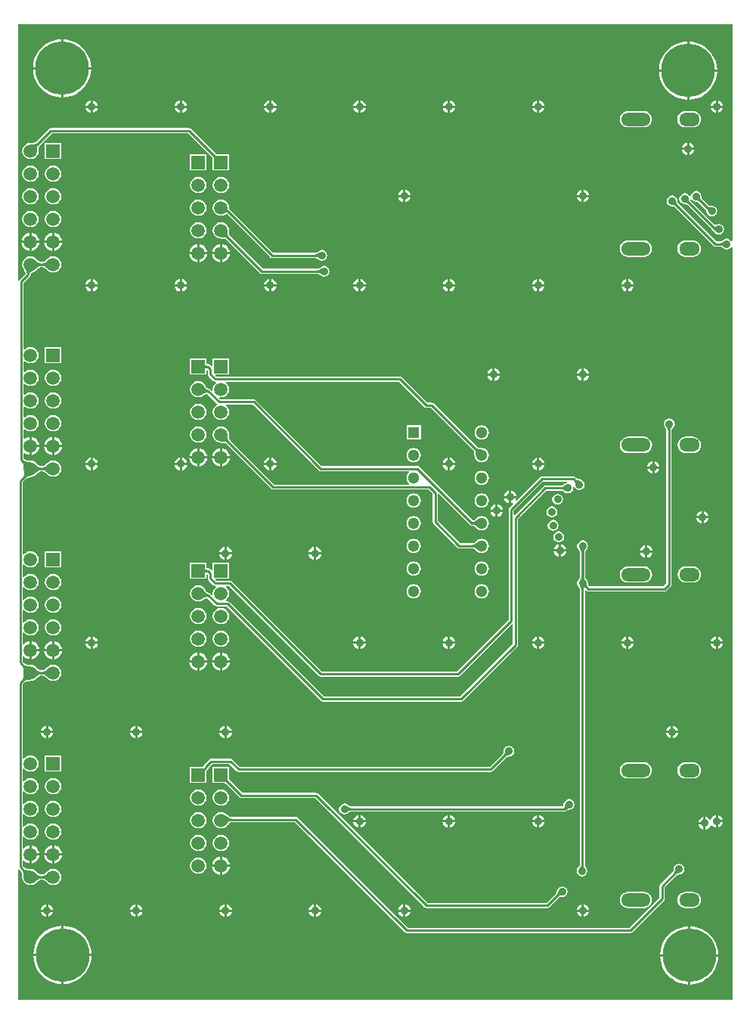
<source format=gbl>
G04*
G04 #@! TF.GenerationSoftware,Altium Limited,Altium Designer,20.1.12 (249)*
G04*
G04 Layer_Physical_Order=2*
G04 Layer_Color=16711680*
%FSLAX25Y25*%
%MOIN*%
G70*
G04*
G04 #@! TF.SameCoordinates,19FB753C-3B76-4D90-9414-1966AEB0D9B2*
G04*
G04*
G04 #@! TF.FilePolarity,Positive*
G04*
G01*
G75*
%ADD10C,0.01000*%
%ADD22C,0.05906*%
%ADD23R,0.05906X0.05906*%
%ADD24R,0.05906X0.05906*%
%ADD25R,0.05118X0.05118*%
%ADD26C,0.05118*%
%ADD27O,0.09055X0.05906*%
%ADD28O,0.12992X0.05906*%
%ADD29C,0.03543*%
%ADD30C,0.23622*%
G36*
X474275Y391280D02*
X474290Y391087D01*
X474315Y390905D01*
X474352Y390732D01*
X474400Y390568D01*
X474459Y390415D01*
X474530Y390272D01*
X474611Y390138D01*
X474703Y390014D01*
X474807Y389900D01*
X474100Y389193D01*
X473986Y389297D01*
X473862Y389389D01*
X473728Y389470D01*
X473585Y389541D01*
X473431Y389600D01*
X473268Y389648D01*
X473095Y389685D01*
X472913Y389710D01*
X472720Y389725D01*
X472518Y389728D01*
X474272Y391482D01*
X474275Y391280D01*
D02*
G37*
G36*
X499000Y373927D02*
X498500Y373776D01*
X498210Y374210D01*
X497425Y374734D01*
X496500Y374918D01*
X495575Y374734D01*
X494790Y374210D01*
X494790Y374210D01*
X494784Y374207D01*
X494652Y374080D01*
X494535Y373980D01*
X494423Y373895D01*
X494314Y373825D01*
X494210Y373768D01*
X494110Y373724D01*
X494014Y373691D01*
X493921Y373668D01*
X493829Y373655D01*
X493706Y373649D01*
X493649Y373622D01*
X491965D01*
X475309Y390277D01*
X475288Y390337D01*
X475205Y390428D01*
X475150Y390502D01*
X475100Y390584D01*
X475055Y390675D01*
X475016Y390777D01*
X474982Y390891D01*
X474955Y391018D01*
X474936Y391157D01*
X474924Y391310D01*
X474921Y391494D01*
X474918Y391500D01*
X474918Y391500D01*
X474734Y392425D01*
X474210Y393210D01*
X473425Y393734D01*
X472500Y393918D01*
X471575Y393734D01*
X470790Y393210D01*
X470266Y392425D01*
X470082Y391500D01*
X470266Y390575D01*
X470790Y389790D01*
X471575Y389266D01*
X472500Y389082D01*
X472500Y389082D01*
X472507Y389079D01*
X472690Y389076D01*
X472843Y389064D01*
X472982Y389045D01*
X473109Y389018D01*
X473223Y388984D01*
X473325Y388945D01*
X473416Y388900D01*
X473498Y388850D01*
X473572Y388795D01*
X473663Y388712D01*
X473723Y388691D01*
X490707Y371707D01*
X490707Y371707D01*
X491071Y371464D01*
X491500Y371378D01*
X491500Y371378D01*
X493649D01*
X493706Y371351D01*
X493829Y371345D01*
X493921Y371332D01*
X494014Y371309D01*
X494110Y371276D01*
X494210Y371232D01*
X494314Y371175D01*
X494423Y371105D01*
X494535Y371020D01*
X494652Y370920D01*
X494784Y370793D01*
X494790Y370790D01*
X494790Y370790D01*
X495575Y370266D01*
X496500Y370082D01*
X497425Y370266D01*
X498210Y370790D01*
X498500Y371224D01*
X499000Y371073D01*
Y39500D01*
X184000D01*
Y96707D01*
X184500Y96914D01*
X185326Y96088D01*
X185344Y96033D01*
X185455Y95905D01*
X185534Y95783D01*
X185612Y95626D01*
X185684Y95433D01*
X185749Y95204D01*
X185804Y94939D01*
X185846Y94646D01*
X185895Y93929D01*
X185898Y93525D01*
X185920Y93472D01*
X186039Y92573D01*
X186397Y91708D01*
X186966Y90966D01*
X187708Y90397D01*
X188573Y90039D01*
X189500Y89917D01*
X190427Y90039D01*
X191292Y90397D01*
X192011Y90949D01*
X192064Y90970D01*
X192353Y91254D01*
X192894Y91727D01*
X193131Y91904D01*
X193357Y92053D01*
X193565Y92169D01*
X193753Y92254D01*
X193918Y92310D01*
X194061Y92340D01*
X194229Y92352D01*
X194281Y92378D01*
X194719D01*
X194771Y92352D01*
X194939Y92340D01*
X195082Y92310D01*
X195247Y92254D01*
X195435Y92169D01*
X195643Y92053D01*
X195869Y91904D01*
X196106Y91727D01*
X196647Y91254D01*
X196935Y90970D01*
X196989Y90949D01*
X197708Y90397D01*
X198573Y90039D01*
X199500Y89917D01*
X200427Y90039D01*
X201292Y90397D01*
X202034Y90966D01*
X202603Y91708D01*
X202961Y92573D01*
X203083Y93500D01*
X202961Y94427D01*
X202603Y95292D01*
X202034Y96034D01*
X201292Y96603D01*
X200427Y96961D01*
X199500Y97083D01*
X198573Y96961D01*
X197708Y96603D01*
X196989Y96051D01*
X196935Y96030D01*
X196647Y95746D01*
X196106Y95273D01*
X195869Y95096D01*
X195643Y94947D01*
X195435Y94831D01*
X195247Y94746D01*
X195082Y94690D01*
X194939Y94660D01*
X194771Y94648D01*
X194719Y94622D01*
X194281D01*
X194229Y94648D01*
X194061Y94660D01*
X193918Y94690D01*
X193753Y94746D01*
X193565Y94831D01*
X193357Y94947D01*
X193131Y95096D01*
X192894Y95273D01*
X192353Y95746D01*
X192064Y96030D01*
X192011Y96051D01*
X191292Y96603D01*
X190427Y96961D01*
X189528Y97080D01*
X189475Y97102D01*
X189071Y97105D01*
X188354Y97154D01*
X188061Y97196D01*
X187796Y97251D01*
X187567Y97316D01*
X187374Y97388D01*
X187217Y97466D01*
X187095Y97545D01*
X186967Y97656D01*
X186912Y97674D01*
X186122Y98465D01*
Y100632D01*
X186595Y100793D01*
X186681Y100681D01*
X187507Y100047D01*
X188468Y99649D01*
X189000Y99579D01*
Y103500D01*
Y107421D01*
X188468Y107351D01*
X187507Y106953D01*
X186681Y106319D01*
X186595Y106207D01*
X186122Y106368D01*
Y111246D01*
X186622Y111415D01*
X186966Y110966D01*
X187708Y110397D01*
X188573Y110039D01*
X189500Y109917D01*
X190427Y110039D01*
X191292Y110397D01*
X192034Y110966D01*
X192603Y111708D01*
X192961Y112573D01*
X193083Y113500D01*
X192961Y114427D01*
X192603Y115292D01*
X192034Y116034D01*
X191292Y116603D01*
X190427Y116961D01*
X189500Y117083D01*
X188573Y116961D01*
X187708Y116603D01*
X186966Y116034D01*
X186622Y115585D01*
X186122Y115754D01*
Y121246D01*
X186622Y121415D01*
X186966Y120966D01*
X187708Y120397D01*
X188573Y120039D01*
X189500Y119917D01*
X190427Y120039D01*
X191292Y120397D01*
X192034Y120966D01*
X192603Y121708D01*
X192961Y122573D01*
X193083Y123500D01*
X192961Y124427D01*
X192603Y125292D01*
X192034Y126034D01*
X191292Y126603D01*
X190427Y126961D01*
X189500Y127083D01*
X188573Y126961D01*
X187708Y126603D01*
X186966Y126034D01*
X186622Y125585D01*
X186122Y125754D01*
Y131246D01*
X186622Y131415D01*
X186966Y130966D01*
X187708Y130397D01*
X188573Y130039D01*
X189500Y129917D01*
X190427Y130039D01*
X191292Y130397D01*
X192034Y130966D01*
X192603Y131708D01*
X192961Y132573D01*
X193083Y133500D01*
X192961Y134427D01*
X192603Y135292D01*
X192034Y136034D01*
X191292Y136603D01*
X190427Y136961D01*
X189500Y137083D01*
X188573Y136961D01*
X187708Y136603D01*
X186966Y136034D01*
X186622Y135585D01*
X186122Y135755D01*
Y141245D01*
X186622Y141415D01*
X186966Y140966D01*
X187708Y140397D01*
X188573Y140039D01*
X189500Y139917D01*
X190427Y140039D01*
X191292Y140397D01*
X192034Y140966D01*
X192603Y141708D01*
X192961Y142573D01*
X193083Y143500D01*
X192961Y144427D01*
X192603Y145292D01*
X192034Y146034D01*
X191292Y146603D01*
X190427Y146961D01*
X189500Y147083D01*
X188573Y146961D01*
X187708Y146603D01*
X186966Y146034D01*
X186622Y145585D01*
X186122Y145755D01*
Y178535D01*
X186912Y179326D01*
X186967Y179344D01*
X187095Y179455D01*
X187217Y179534D01*
X187374Y179612D01*
X187567Y179684D01*
X187796Y179749D01*
X188061Y179804D01*
X188354Y179846D01*
X189071Y179895D01*
X189475Y179898D01*
X189528Y179920D01*
X190427Y180039D01*
X191292Y180397D01*
X192011Y180949D01*
X192064Y180970D01*
X192353Y181254D01*
X192894Y181727D01*
X193131Y181904D01*
X193357Y182053D01*
X193565Y182169D01*
X193753Y182254D01*
X193918Y182310D01*
X194061Y182340D01*
X194229Y182352D01*
X194281Y182378D01*
X194719D01*
X194771Y182352D01*
X194939Y182340D01*
X195082Y182310D01*
X195247Y182254D01*
X195435Y182169D01*
X195643Y182053D01*
X195869Y181904D01*
X196106Y181727D01*
X196647Y181254D01*
X196935Y180970D01*
X196989Y180949D01*
X197708Y180397D01*
X198573Y180039D01*
X199500Y179917D01*
X200427Y180039D01*
X201292Y180397D01*
X202034Y180966D01*
X202603Y181708D01*
X202961Y182573D01*
X203083Y183500D01*
X202961Y184427D01*
X202603Y185292D01*
X202034Y186034D01*
X201292Y186603D01*
X200427Y186961D01*
X199500Y187083D01*
X198573Y186961D01*
X197708Y186603D01*
X196989Y186051D01*
X196935Y186030D01*
X196647Y185746D01*
X196106Y185273D01*
X195869Y185096D01*
X195643Y184947D01*
X195435Y184831D01*
X195247Y184746D01*
X195082Y184690D01*
X194939Y184660D01*
X194771Y184648D01*
X194719Y184622D01*
X194281D01*
X194229Y184648D01*
X194061Y184660D01*
X193918Y184690D01*
X193753Y184746D01*
X193565Y184831D01*
X193357Y184947D01*
X193131Y185096D01*
X192894Y185273D01*
X192353Y185746D01*
X192064Y186030D01*
X192011Y186051D01*
X191292Y186603D01*
X190427Y186961D01*
X189528Y187080D01*
X189475Y187102D01*
X189071Y187105D01*
X188354Y187154D01*
X188061Y187196D01*
X187796Y187251D01*
X187567Y187316D01*
X187374Y187388D01*
X187217Y187466D01*
X187095Y187545D01*
X186967Y187656D01*
X186912Y187674D01*
X186122Y188465D01*
Y190632D01*
X186595Y190793D01*
X186681Y190681D01*
X187507Y190047D01*
X188468Y189649D01*
X189000Y189579D01*
Y193500D01*
Y197421D01*
X188468Y197351D01*
X187507Y196953D01*
X186681Y196319D01*
X186595Y196207D01*
X186122Y196368D01*
Y201245D01*
X186622Y201415D01*
X186966Y200966D01*
X187708Y200397D01*
X188573Y200039D01*
X189500Y199917D01*
X190427Y200039D01*
X191292Y200397D01*
X192034Y200966D01*
X192603Y201708D01*
X192961Y202573D01*
X193083Y203500D01*
X192961Y204427D01*
X192603Y205292D01*
X192034Y206034D01*
X191292Y206603D01*
X190427Y206961D01*
X189500Y207083D01*
X188573Y206961D01*
X187708Y206603D01*
X186966Y206034D01*
X186622Y205585D01*
X186122Y205754D01*
Y211245D01*
X186622Y211415D01*
X186966Y210966D01*
X187708Y210397D01*
X188573Y210039D01*
X189500Y209917D01*
X190427Y210039D01*
X191292Y210397D01*
X192034Y210966D01*
X192603Y211708D01*
X192961Y212573D01*
X193083Y213500D01*
X192961Y214427D01*
X192603Y215292D01*
X192034Y216034D01*
X191292Y216603D01*
X190427Y216961D01*
X189500Y217083D01*
X188573Y216961D01*
X187708Y216603D01*
X186966Y216034D01*
X186622Y215585D01*
X186122Y215755D01*
Y221246D01*
X186622Y221415D01*
X186966Y220966D01*
X187708Y220397D01*
X188573Y220039D01*
X189500Y219917D01*
X190427Y220039D01*
X191292Y220397D01*
X192034Y220966D01*
X192603Y221708D01*
X192961Y222573D01*
X193083Y223500D01*
X192961Y224427D01*
X192603Y225292D01*
X192034Y226034D01*
X191292Y226603D01*
X190427Y226961D01*
X189500Y227083D01*
X188573Y226961D01*
X187708Y226603D01*
X186966Y226034D01*
X186622Y225585D01*
X186122Y225754D01*
Y231245D01*
X186622Y231415D01*
X186966Y230966D01*
X187708Y230397D01*
X188573Y230039D01*
X189500Y229917D01*
X190427Y230039D01*
X191292Y230397D01*
X192034Y230966D01*
X192603Y231708D01*
X192961Y232573D01*
X193083Y233500D01*
X192961Y234427D01*
X192603Y235292D01*
X192034Y236034D01*
X191292Y236603D01*
X190427Y236961D01*
X189500Y237083D01*
X188573Y236961D01*
X187708Y236603D01*
X186966Y236034D01*
X186622Y235585D01*
X186122Y235754D01*
Y267535D01*
X187564Y268978D01*
X187619Y268996D01*
X187722Y269084D01*
X187826Y269154D01*
X188215Y269351D01*
X188443Y269444D01*
X189886Y269886D01*
X190333Y269995D01*
X190333Y269996D01*
X190334Y269996D01*
X190385Y270033D01*
X190427Y270039D01*
X191292Y270397D01*
X192011Y270949D01*
X192064Y270970D01*
X192353Y271254D01*
X192894Y271727D01*
X193131Y271904D01*
X193357Y272053D01*
X193565Y272169D01*
X193753Y272254D01*
X193918Y272310D01*
X194061Y272340D01*
X194229Y272352D01*
X194281Y272378D01*
X194719D01*
X194771Y272352D01*
X194939Y272340D01*
X195082Y272310D01*
X195247Y272254D01*
X195435Y272169D01*
X195643Y272053D01*
X195869Y271904D01*
X196106Y271727D01*
X196647Y271254D01*
X196935Y270970D01*
X196989Y270949D01*
X197708Y270397D01*
X198573Y270039D01*
X199500Y269917D01*
X200427Y270039D01*
X201292Y270397D01*
X202034Y270966D01*
X202603Y271708D01*
X202961Y272573D01*
X203083Y273500D01*
X202961Y274427D01*
X202603Y275292D01*
X202034Y276034D01*
X201292Y276603D01*
X200427Y276961D01*
X199500Y277083D01*
X198573Y276961D01*
X197708Y276603D01*
X196989Y276051D01*
X196935Y276030D01*
X196647Y275746D01*
X196106Y275273D01*
X195869Y275096D01*
X195643Y274947D01*
X195435Y274831D01*
X195247Y274746D01*
X195082Y274690D01*
X194939Y274660D01*
X194771Y274648D01*
X194719Y274622D01*
X194281D01*
X194229Y274648D01*
X194061Y274660D01*
X193918Y274690D01*
X193753Y274746D01*
X193565Y274831D01*
X193357Y274947D01*
X193131Y275096D01*
X192894Y275273D01*
X192353Y275746D01*
X192064Y276030D01*
X192011Y276051D01*
X191292Y276603D01*
X190427Y276961D01*
X189528Y277080D01*
X189475Y277102D01*
X189071Y277105D01*
X188354Y277154D01*
X188061Y277196D01*
X187796Y277251D01*
X187567Y277316D01*
X187374Y277388D01*
X187217Y277466D01*
X187095Y277545D01*
X186967Y277656D01*
X186912Y277674D01*
X186569Y278017D01*
Y280137D01*
X187069Y280383D01*
X187507Y280047D01*
X188468Y279649D01*
X189000Y279579D01*
Y283500D01*
Y287421D01*
X188468Y287351D01*
X187507Y286953D01*
X187069Y286617D01*
X186569Y286863D01*
Y290731D01*
X187069Y290887D01*
X187708Y290397D01*
X188573Y290039D01*
X189500Y289917D01*
X190427Y290039D01*
X191292Y290397D01*
X192034Y290966D01*
X192603Y291708D01*
X192961Y292573D01*
X193083Y293500D01*
X192961Y294427D01*
X192603Y295292D01*
X192034Y296034D01*
X191292Y296603D01*
X190427Y296961D01*
X189500Y297083D01*
X188573Y296961D01*
X187708Y296603D01*
X187069Y296113D01*
X186569Y296269D01*
Y300730D01*
X187069Y300887D01*
X187708Y300397D01*
X188573Y300039D01*
X189500Y299917D01*
X190427Y300039D01*
X191292Y300397D01*
X192034Y300966D01*
X192603Y301708D01*
X192961Y302573D01*
X193083Y303500D01*
X192961Y304427D01*
X192603Y305292D01*
X192034Y306034D01*
X191292Y306603D01*
X190427Y306961D01*
X189500Y307083D01*
X188573Y306961D01*
X187708Y306603D01*
X187069Y306113D01*
X186569Y306270D01*
Y310731D01*
X187069Y310887D01*
X187708Y310397D01*
X188573Y310039D01*
X189500Y309917D01*
X190427Y310039D01*
X191292Y310397D01*
X192034Y310966D01*
X192603Y311708D01*
X192961Y312573D01*
X193083Y313500D01*
X192961Y314427D01*
X192603Y315292D01*
X192034Y316034D01*
X191292Y316603D01*
X190427Y316961D01*
X189500Y317083D01*
X188573Y316961D01*
X187708Y316603D01*
X187069Y316113D01*
X186569Y316269D01*
Y320730D01*
X187069Y320887D01*
X187708Y320397D01*
X188573Y320039D01*
X189500Y319917D01*
X190427Y320039D01*
X191292Y320397D01*
X192034Y320966D01*
X192603Y321708D01*
X192961Y322573D01*
X193083Y323500D01*
X192961Y324427D01*
X192603Y325292D01*
X192034Y326034D01*
X191292Y326603D01*
X190427Y326961D01*
X189500Y327083D01*
X188573Y326961D01*
X187708Y326603D01*
X187069Y326113D01*
X186569Y326270D01*
Y355483D01*
X189354Y358268D01*
X189354Y358268D01*
X189598Y358632D01*
X189649Y358890D01*
X189708Y359004D01*
X189707Y359010D01*
X189709Y359014D01*
X189721Y359177D01*
X189745Y359282D01*
X189785Y359383D01*
X189845Y359485D01*
X189929Y359591D01*
X190042Y359702D01*
X190189Y359816D01*
X190370Y359931D01*
X190587Y360045D01*
X190858Y360164D01*
X190870Y360176D01*
X190887Y360177D01*
X190957Y360258D01*
X191292Y360397D01*
X192011Y360949D01*
X192064Y360970D01*
X192353Y361254D01*
X192894Y361727D01*
X193131Y361904D01*
X193357Y362053D01*
X193565Y362169D01*
X193753Y362254D01*
X193918Y362310D01*
X194061Y362340D01*
X194229Y362352D01*
X194281Y362379D01*
X194719D01*
X194771Y362352D01*
X194939Y362340D01*
X195082Y362310D01*
X195247Y362254D01*
X195435Y362169D01*
X195643Y362053D01*
X195869Y361904D01*
X196106Y361727D01*
X196647Y361254D01*
X196935Y360970D01*
X196989Y360949D01*
X197708Y360397D01*
X198573Y360039D01*
X199500Y359917D01*
X200427Y360039D01*
X201292Y360397D01*
X202034Y360966D01*
X202603Y361708D01*
X202961Y362573D01*
X203083Y363500D01*
X202961Y364427D01*
X202603Y365292D01*
X202034Y366034D01*
X201292Y366603D01*
X200427Y366961D01*
X199500Y367083D01*
X198573Y366961D01*
X197708Y366603D01*
X196989Y366051D01*
X196935Y366030D01*
X196647Y365746D01*
X196106Y365273D01*
X195869Y365096D01*
X195643Y364947D01*
X195435Y364831D01*
X195247Y364746D01*
X195082Y364690D01*
X194939Y364660D01*
X194771Y364648D01*
X194719Y364621D01*
X194281D01*
X194229Y364648D01*
X194061Y364660D01*
X193918Y364690D01*
X193753Y364746D01*
X193565Y364831D01*
X193357Y364947D01*
X193131Y365096D01*
X192894Y365273D01*
X192353Y365746D01*
X192064Y366030D01*
X192011Y366051D01*
X191292Y366603D01*
X190427Y366961D01*
X189500Y367083D01*
X188573Y366961D01*
X187708Y366603D01*
X186966Y366034D01*
X186397Y365292D01*
X186039Y364427D01*
X185917Y363500D01*
X186039Y362573D01*
X186387Y361731D01*
X186390Y361685D01*
X186405Y361673D01*
X186407Y361654D01*
X186792Y360976D01*
X186940Y360684D01*
X187185Y360126D01*
X187269Y359890D01*
X187334Y359669D01*
X187379Y359471D01*
X187379Y359466D01*
X184654Y356740D01*
X184500Y356510D01*
X184000Y356661D01*
Y469500D01*
X499000D01*
Y373927D01*
D02*
G37*
G36*
X495235Y371260D02*
X495089Y371400D01*
X494943Y371526D01*
X494795Y371637D01*
X494647Y371733D01*
X494498Y371815D01*
X494347Y371882D01*
X494196Y371933D01*
X494044Y371970D01*
X493891Y371993D01*
X493737Y372000D01*
Y373000D01*
X493891Y373007D01*
X494044Y373030D01*
X494196Y373067D01*
X494347Y373118D01*
X494498Y373185D01*
X494647Y373267D01*
X494795Y373363D01*
X494943Y373474D01*
X495089Y373600D01*
X495235Y373740D01*
Y371260D01*
D02*
G37*
G36*
X197391Y361433D02*
X197089Y361731D01*
X196515Y362232D01*
X196242Y362436D01*
X195980Y362608D01*
X195728Y362749D01*
X195485Y362859D01*
X195253Y362937D01*
X195031Y362984D01*
X194818Y363000D01*
Y364000D01*
X195031Y364016D01*
X195253Y364063D01*
X195485Y364141D01*
X195728Y364251D01*
X195980Y364392D01*
X196242Y364564D01*
X196515Y364768D01*
X197089Y365269D01*
X197391Y365567D01*
Y361433D01*
D02*
G37*
G36*
X191911Y365269D02*
X192485Y364768D01*
X192758Y364564D01*
X193020Y364392D01*
X193272Y364251D01*
X193515Y364141D01*
X193747Y364063D01*
X193969Y364016D01*
X194182Y364000D01*
Y363000D01*
X193969Y362984D01*
X193747Y362937D01*
X193515Y362859D01*
X193272Y362749D01*
X193020Y362608D01*
X192758Y362436D01*
X192485Y362232D01*
X191911Y361731D01*
X191609Y361433D01*
Y365567D01*
X191911Y365269D01*
D02*
G37*
G36*
X190598Y360759D02*
X190306Y360631D01*
X190045Y360494D01*
X189814Y360348D01*
X189614Y360192D01*
X189445Y360027D01*
X189307Y359852D01*
X189200Y359669D01*
X189123Y359476D01*
X189077Y359273D01*
X189061Y359061D01*
X188061Y359150D01*
X188050Y359361D01*
X188018Y359589D01*
X187963Y359832D01*
X187887Y360091D01*
X187789Y360365D01*
X187528Y360962D01*
X187364Y361284D01*
X186972Y361975D01*
X190598Y360759D01*
D02*
G37*
G36*
X186704Y277025D02*
X186895Y276901D01*
X187115Y276792D01*
X187364Y276698D01*
X187642Y276620D01*
X187949Y276556D01*
X188286Y276507D01*
X189046Y276456D01*
X189471Y276453D01*
X186547Y273530D01*
X186544Y273954D01*
X186493Y274714D01*
X186444Y275051D01*
X186381Y275358D01*
X186302Y275637D01*
X186208Y275886D01*
X186099Y276105D01*
X185975Y276296D01*
X185836Y276457D01*
X186543Y277164D01*
X186704Y277025D01*
D02*
G37*
G36*
X197391Y271433D02*
X197089Y271731D01*
X196515Y272232D01*
X196242Y272436D01*
X195980Y272608D01*
X195728Y272749D01*
X195485Y272859D01*
X195253Y272937D01*
X195031Y272984D01*
X194818Y273000D01*
Y274000D01*
X195031Y274016D01*
X195253Y274063D01*
X195485Y274141D01*
X195728Y274251D01*
X195980Y274392D01*
X196242Y274564D01*
X196515Y274768D01*
X197089Y275269D01*
X197391Y275567D01*
Y271433D01*
D02*
G37*
G36*
X191911Y275269D02*
X192485Y274768D01*
X192758Y274564D01*
X193020Y274392D01*
X193272Y274251D01*
X193515Y274141D01*
X193747Y274063D01*
X193969Y274016D01*
X194182Y274000D01*
Y273000D01*
X193969Y272984D01*
X193747Y272937D01*
X193515Y272859D01*
X193272Y272749D01*
X193020Y272608D01*
X192758Y272436D01*
X192485Y272232D01*
X191911Y271731D01*
X191609Y271433D01*
Y275567D01*
X191911Y275269D01*
D02*
G37*
G36*
X190178Y270626D02*
X189714Y270512D01*
X188225Y270057D01*
X187945Y269943D01*
X187496Y269715D01*
X187327Y269602D01*
X187195Y269488D01*
X186311Y270018D01*
X186462Y270194D01*
X186588Y270392D01*
X186687Y270611D01*
X186759Y270853D01*
X186805Y271117D01*
X186825Y271402D01*
X186818Y271710D01*
X186785Y272039D01*
X186726Y272391D01*
X186640Y272764D01*
X190178Y270626D01*
D02*
G37*
G36*
X186704Y187025D02*
X186895Y186901D01*
X187115Y186792D01*
X187364Y186698D01*
X187642Y186619D01*
X187949Y186556D01*
X188286Y186507D01*
X189046Y186456D01*
X189471Y186453D01*
X186547Y183529D01*
X186544Y183954D01*
X186493Y184714D01*
X186444Y185051D01*
X186381Y185358D01*
X186302Y185636D01*
X186208Y185886D01*
X186099Y186105D01*
X185975Y186296D01*
X185836Y186457D01*
X186543Y187164D01*
X186704Y187025D01*
D02*
G37*
G36*
X197391Y181433D02*
X197089Y181731D01*
X196515Y182232D01*
X196242Y182436D01*
X195980Y182608D01*
X195728Y182749D01*
X195485Y182859D01*
X195253Y182937D01*
X195031Y182984D01*
X194818Y183000D01*
Y184000D01*
X195031Y184016D01*
X195253Y184063D01*
X195485Y184141D01*
X195728Y184251D01*
X195980Y184392D01*
X196242Y184564D01*
X196515Y184768D01*
X197089Y185269D01*
X197391Y185567D01*
Y181433D01*
D02*
G37*
G36*
X191911Y185269D02*
X192485Y184768D01*
X192758Y184564D01*
X193020Y184392D01*
X193272Y184251D01*
X193515Y184141D01*
X193747Y184063D01*
X193969Y184016D01*
X194182Y184000D01*
Y183000D01*
X193969Y182984D01*
X193747Y182937D01*
X193515Y182859D01*
X193272Y182749D01*
X193020Y182608D01*
X192758Y182436D01*
X192485Y182232D01*
X191911Y181731D01*
X191609Y181433D01*
Y185567D01*
X191911Y185269D01*
D02*
G37*
G36*
X189471Y180547D02*
X189046Y180544D01*
X188286Y180493D01*
X187949Y180444D01*
X187642Y180380D01*
X187364Y180302D01*
X187115Y180208D01*
X186895Y180099D01*
X186704Y179975D01*
X186543Y179836D01*
X185836Y180543D01*
X185975Y180704D01*
X186099Y180895D01*
X186208Y181114D01*
X186302Y181363D01*
X186381Y181642D01*
X186444Y181949D01*
X186493Y182285D01*
X186544Y183046D01*
X186547Y183470D01*
X189471Y180547D01*
D02*
G37*
G36*
X186704Y97025D02*
X186895Y96901D01*
X187115Y96792D01*
X187364Y96698D01*
X187642Y96619D01*
X187949Y96556D01*
X188286Y96507D01*
X189046Y96456D01*
X189471Y96453D01*
X186547Y93529D01*
X186544Y93954D01*
X186493Y94714D01*
X186444Y95051D01*
X186381Y95358D01*
X186302Y95636D01*
X186208Y95885D01*
X186099Y96105D01*
X185975Y96296D01*
X185836Y96457D01*
X186543Y97164D01*
X186704Y97025D01*
D02*
G37*
G36*
X197391Y91433D02*
X197089Y91731D01*
X196515Y92232D01*
X196242Y92436D01*
X195980Y92608D01*
X195728Y92749D01*
X195485Y92859D01*
X195253Y92937D01*
X195031Y92984D01*
X194818Y93000D01*
Y94000D01*
X195031Y94016D01*
X195253Y94063D01*
X195485Y94141D01*
X195728Y94251D01*
X195980Y94392D01*
X196242Y94564D01*
X196515Y94768D01*
X197089Y95269D01*
X197391Y95567D01*
Y91433D01*
D02*
G37*
G36*
X191911Y95269D02*
X192485Y94768D01*
X192758Y94564D01*
X193020Y94392D01*
X193272Y94251D01*
X193515Y94141D01*
X193747Y94063D01*
X193969Y94016D01*
X194182Y94000D01*
Y93000D01*
X193969Y92984D01*
X193747Y92937D01*
X193515Y92859D01*
X193272Y92749D01*
X193020Y92608D01*
X192758Y92436D01*
X192485Y92232D01*
X191911Y91731D01*
X191609Y91433D01*
Y95567D01*
X191911Y95269D01*
D02*
G37*
%LPC*%
G36*
X204000Y462811D02*
Y450500D01*
X216311D01*
X216192Y452010D01*
X215722Y453971D01*
X214950Y455834D01*
X213896Y457553D01*
X212587Y459087D01*
X211053Y460396D01*
X209334Y461450D01*
X207471Y462222D01*
X205510Y462692D01*
X204000Y462811D01*
D02*
G37*
G36*
X203000D02*
X201490Y462692D01*
X199529Y462222D01*
X197666Y461450D01*
X195947Y460396D01*
X194413Y459087D01*
X193104Y457553D01*
X192050Y455834D01*
X191278Y453971D01*
X190808Y452010D01*
X190689Y450500D01*
X203000D01*
Y462811D01*
D02*
G37*
G36*
X480000Y461811D02*
Y449500D01*
X492311D01*
X492192Y451010D01*
X491722Y452971D01*
X490950Y454834D01*
X489896Y456553D01*
X488587Y458087D01*
X487053Y459396D01*
X485334Y460450D01*
X483471Y461222D01*
X481510Y461692D01*
X480000Y461811D01*
D02*
G37*
G36*
X479000D02*
X477490Y461692D01*
X475529Y461222D01*
X473666Y460450D01*
X471947Y459396D01*
X470413Y458087D01*
X469104Y456553D01*
X468050Y454834D01*
X467278Y452971D01*
X466808Y451010D01*
X466689Y449500D01*
X479000D01*
Y461811D01*
D02*
G37*
G36*
X216311Y449500D02*
X204000D01*
Y437189D01*
X205510Y437308D01*
X207471Y437778D01*
X209334Y438550D01*
X211053Y439604D01*
X212587Y440913D01*
X213896Y442447D01*
X214950Y444166D01*
X215722Y446029D01*
X216192Y447990D01*
X216311Y449500D01*
D02*
G37*
G36*
X203000D02*
X190689D01*
X190808Y447990D01*
X191278Y446029D01*
X192050Y444166D01*
X193104Y442447D01*
X194413Y440913D01*
X195947Y439604D01*
X197666Y438550D01*
X199529Y437778D01*
X201490Y437308D01*
X203000Y437189D01*
Y449500D01*
D02*
G37*
G36*
X492311Y448500D02*
X480000D01*
Y436189D01*
X481510Y436308D01*
X483471Y436778D01*
X485334Y437550D01*
X487053Y438604D01*
X488587Y439913D01*
X489896Y441447D01*
X490950Y443166D01*
X491722Y445029D01*
X492192Y446990D01*
X492311Y448500D01*
D02*
G37*
G36*
X479000D02*
X466689D01*
X466808Y446990D01*
X467278Y445029D01*
X468050Y443166D01*
X469104Y441447D01*
X470413Y439913D01*
X471947Y438604D01*
X473666Y437550D01*
X475529Y436778D01*
X477490Y436308D01*
X479000Y436189D01*
Y448500D01*
D02*
G37*
G36*
X492626Y435801D02*
Y433571D01*
X494856D01*
X494826Y433794D01*
X494547Y434469D01*
X494103Y435048D01*
X493524Y435492D01*
X492849Y435771D01*
X492626Y435801D01*
D02*
G37*
G36*
X491626D02*
X491402Y435771D01*
X490728Y435492D01*
X490149Y435048D01*
X489705Y434469D01*
X489426Y433794D01*
X489396Y433571D01*
X491626D01*
Y435801D01*
D02*
G37*
G36*
X413886D02*
Y433571D01*
X416116D01*
X416086Y433794D01*
X415807Y434469D01*
X415363Y435048D01*
X414784Y435492D01*
X414109Y435771D01*
X413886Y435801D01*
D02*
G37*
G36*
X412886D02*
X412662Y435771D01*
X411988Y435492D01*
X411409Y435048D01*
X410965Y434469D01*
X410685Y433794D01*
X410656Y433571D01*
X412886D01*
Y435801D01*
D02*
G37*
G36*
X374516D02*
Y433571D01*
X376746D01*
X376716Y433794D01*
X376437Y434469D01*
X375992Y435048D01*
X375413Y435492D01*
X374739Y435771D01*
X374516Y435801D01*
D02*
G37*
G36*
X373516D02*
X373292Y435771D01*
X372618Y435492D01*
X372039Y435048D01*
X371595Y434469D01*
X371316Y433794D01*
X371286Y433571D01*
X373516D01*
Y435801D01*
D02*
G37*
G36*
X335146D02*
Y433571D01*
X337375D01*
X337346Y433794D01*
X337067Y434469D01*
X336622Y435048D01*
X336044Y435492D01*
X335369Y435771D01*
X335146Y435801D01*
D02*
G37*
G36*
X334146D02*
X333922Y435771D01*
X333248Y435492D01*
X332669Y435048D01*
X332225Y434469D01*
X331945Y433794D01*
X331916Y433571D01*
X334146D01*
Y435801D01*
D02*
G37*
G36*
X295776D02*
Y433571D01*
X298005D01*
X297976Y433794D01*
X297697Y434469D01*
X297252Y435048D01*
X296673Y435492D01*
X295999Y435771D01*
X295776Y435801D01*
D02*
G37*
G36*
X294776D02*
X294552Y435771D01*
X293878Y435492D01*
X293299Y435048D01*
X292855Y434469D01*
X292575Y433794D01*
X292546Y433571D01*
X294776D01*
Y435801D01*
D02*
G37*
G36*
X256405D02*
Y433571D01*
X258635D01*
X258606Y433794D01*
X258327Y434469D01*
X257882Y435048D01*
X257303Y435492D01*
X256629Y435771D01*
X256405Y435801D01*
D02*
G37*
G36*
X255405D02*
X255182Y435771D01*
X254508Y435492D01*
X253929Y435048D01*
X253485Y434469D01*
X253205Y433794D01*
X253176Y433571D01*
X255405D01*
Y435801D01*
D02*
G37*
G36*
X217035D02*
Y433571D01*
X219265D01*
X219236Y433794D01*
X218956Y434469D01*
X218512Y435048D01*
X217933Y435492D01*
X217259Y435771D01*
X217035Y435801D01*
D02*
G37*
G36*
X216035D02*
X215812Y435771D01*
X215138Y435492D01*
X214559Y435048D01*
X214114Y434469D01*
X213835Y433794D01*
X213806Y433571D01*
X216035D01*
Y435801D01*
D02*
G37*
G36*
X494856Y432571D02*
X492626D01*
Y430341D01*
X492849Y430371D01*
X493524Y430650D01*
X494103Y431094D01*
X494547Y431673D01*
X494826Y432347D01*
X494856Y432571D01*
D02*
G37*
G36*
X491626D02*
X489396D01*
X489426Y432347D01*
X489705Y431673D01*
X490149Y431094D01*
X490728Y430650D01*
X491402Y430371D01*
X491626Y430341D01*
Y432571D01*
D02*
G37*
G36*
X416116D02*
X413886D01*
Y430341D01*
X414109Y430371D01*
X414784Y430650D01*
X415363Y431094D01*
X415807Y431673D01*
X416086Y432347D01*
X416116Y432571D01*
D02*
G37*
G36*
X412886D02*
X410656D01*
X410685Y432347D01*
X410965Y431673D01*
X411409Y431094D01*
X411988Y430650D01*
X412662Y430371D01*
X412886Y430341D01*
Y432571D01*
D02*
G37*
G36*
X376746D02*
X374516D01*
Y430341D01*
X374739Y430371D01*
X375413Y430650D01*
X375992Y431094D01*
X376437Y431673D01*
X376716Y432347D01*
X376746Y432571D01*
D02*
G37*
G36*
X373516D02*
X371286D01*
X371316Y432347D01*
X371595Y431673D01*
X372039Y431094D01*
X372618Y430650D01*
X373292Y430371D01*
X373516Y430341D01*
Y432571D01*
D02*
G37*
G36*
X337375D02*
X335146D01*
Y430341D01*
X335369Y430371D01*
X336044Y430650D01*
X336622Y431094D01*
X337067Y431673D01*
X337346Y432347D01*
X337375Y432571D01*
D02*
G37*
G36*
X334146D02*
X331916D01*
X331945Y432347D01*
X332225Y431673D01*
X332669Y431094D01*
X333248Y430650D01*
X333922Y430371D01*
X334146Y430341D01*
Y432571D01*
D02*
G37*
G36*
X298005D02*
X295776D01*
Y430341D01*
X295999Y430371D01*
X296673Y430650D01*
X297252Y431094D01*
X297697Y431673D01*
X297976Y432347D01*
X298005Y432571D01*
D02*
G37*
G36*
X294776D02*
X292546D01*
X292575Y432347D01*
X292855Y431673D01*
X293299Y431094D01*
X293878Y430650D01*
X294552Y430371D01*
X294776Y430341D01*
Y432571D01*
D02*
G37*
G36*
X258635D02*
X256405D01*
Y430341D01*
X256629Y430371D01*
X257303Y430650D01*
X257882Y431094D01*
X258327Y431673D01*
X258606Y432347D01*
X258635Y432571D01*
D02*
G37*
G36*
X255405D02*
X253176D01*
X253205Y432347D01*
X253485Y431673D01*
X253929Y431094D01*
X254508Y430650D01*
X255182Y430371D01*
X255405Y430341D01*
Y432571D01*
D02*
G37*
G36*
X219265D02*
X217035D01*
Y430341D01*
X217259Y430371D01*
X217933Y430650D01*
X218512Y431094D01*
X218956Y431673D01*
X219236Y432347D01*
X219265Y432571D01*
D02*
G37*
G36*
X216035D02*
X213806D01*
X213835Y432347D01*
X214114Y431673D01*
X214559Y431094D01*
X215138Y430650D01*
X215812Y430371D01*
X216035Y430341D01*
Y432571D01*
D02*
G37*
G36*
X481531Y431158D02*
X478382D01*
X477454Y431036D01*
X476590Y430678D01*
X475848Y430109D01*
X475279Y429366D01*
X474921Y428502D01*
X474798Y427575D01*
X474921Y426647D01*
X475279Y425783D01*
X475848Y425041D01*
X476590Y424472D01*
X477454Y424114D01*
X478382Y423991D01*
X481531D01*
X482459Y424114D01*
X483323Y424472D01*
X484065Y425041D01*
X484635Y425783D01*
X484993Y426647D01*
X485115Y427575D01*
X484993Y428502D01*
X484635Y429366D01*
X484065Y430109D01*
X483323Y430678D01*
X482459Y431036D01*
X481531Y431158D01*
D02*
G37*
G36*
X460035D02*
X452949D01*
X452021Y431036D01*
X451157Y430678D01*
X450415Y430109D01*
X449846Y429366D01*
X449487Y428502D01*
X449365Y427575D01*
X449487Y426647D01*
X449846Y425783D01*
X450415Y425041D01*
X451157Y424472D01*
X452021Y424114D01*
X452949Y423991D01*
X460035D01*
X460963Y424114D01*
X461827Y424472D01*
X462569Y425041D01*
X463139Y425783D01*
X463497Y426647D01*
X463619Y427575D01*
X463497Y428502D01*
X463139Y429366D01*
X462569Y430109D01*
X461827Y430678D01*
X460963Y431036D01*
X460035Y431158D01*
D02*
G37*
G36*
X480000Y417230D02*
Y415000D01*
X482230D01*
X482200Y415224D01*
X481921Y415898D01*
X481477Y416477D01*
X480898Y416921D01*
X480224Y417200D01*
X480000Y417230D01*
D02*
G37*
G36*
X479000D02*
X478777Y417200D01*
X478102Y416921D01*
X477523Y416477D01*
X477079Y415898D01*
X476800Y415224D01*
X476770Y415000D01*
X479000D01*
Y417230D01*
D02*
G37*
G36*
X482230Y414000D02*
X480000D01*
Y411770D01*
X480224Y411800D01*
X480898Y412079D01*
X481477Y412523D01*
X481921Y413102D01*
X482200Y413776D01*
X482230Y414000D01*
D02*
G37*
G36*
X479000D02*
X476770D01*
X476800Y413776D01*
X477079Y413102D01*
X477523Y412523D01*
X478102Y412079D01*
X478777Y411800D01*
X479000Y411770D01*
Y414000D01*
D02*
G37*
G36*
X203053Y417053D02*
X195947D01*
Y409947D01*
X203053D01*
Y417053D01*
D02*
G37*
G36*
X259500Y423622D02*
X259500Y423622D01*
X198500D01*
X198071Y423536D01*
X197707Y423293D01*
X197707Y423293D01*
X192088Y417674D01*
X192033Y417656D01*
X191905Y417545D01*
X191783Y417466D01*
X191626Y417388D01*
X191433Y417316D01*
X191204Y417251D01*
X190939Y417196D01*
X190646Y417154D01*
X189929Y417105D01*
X189525Y417102D01*
X189472Y417080D01*
X188573Y416961D01*
X187708Y416603D01*
X186966Y416034D01*
X186397Y415292D01*
X186039Y414428D01*
X185917Y413500D01*
X186039Y412572D01*
X186397Y411708D01*
X186966Y410966D01*
X187708Y410397D01*
X188573Y410039D01*
X189500Y409917D01*
X190427Y410039D01*
X191292Y410397D01*
X192034Y410966D01*
X192603Y411708D01*
X192961Y412572D01*
X193080Y413472D01*
X193102Y413525D01*
X193105Y413929D01*
X193154Y414646D01*
X193196Y414939D01*
X193251Y415204D01*
X193316Y415433D01*
X193388Y415626D01*
X193466Y415783D01*
X193545Y415905D01*
X193656Y416033D01*
X193674Y416088D01*
X198965Y421378D01*
X259035D01*
X269354Y411060D01*
X269377Y410998D01*
X269731Y410618D01*
X269845Y410475D01*
X269931Y410353D01*
X269947Y410325D01*
Y410088D01*
X269922Y410027D01*
X269943Y409976D01*
X269930Y409923D01*
X269947Y409895D01*
Y404947D01*
X277053D01*
Y412053D01*
X272105D01*
X272077Y412070D01*
X272024Y412057D01*
X271973Y412078D01*
X271912Y412053D01*
X271675D01*
X271647Y412069D01*
X271532Y412150D01*
X271202Y412430D01*
X271010Y412615D01*
X270946Y412640D01*
X260293Y423293D01*
X259929Y423536D01*
X259500Y423622D01*
D02*
G37*
G36*
X267053Y412053D02*
X259947D01*
Y404947D01*
X267053D01*
Y412053D01*
D02*
G37*
G36*
X199500Y407083D02*
X198573Y406961D01*
X197708Y406603D01*
X196966Y406034D01*
X196397Y405292D01*
X196039Y404427D01*
X195917Y403500D01*
X196039Y402573D01*
X196397Y401708D01*
X196966Y400966D01*
X197708Y400397D01*
X198573Y400039D01*
X199500Y399917D01*
X200427Y400039D01*
X201292Y400397D01*
X202034Y400966D01*
X202603Y401708D01*
X202961Y402573D01*
X203083Y403500D01*
X202961Y404427D01*
X202603Y405292D01*
X202034Y406034D01*
X201292Y406603D01*
X200427Y406961D01*
X199500Y407083D01*
D02*
G37*
G36*
X189500D02*
X188573Y406961D01*
X187708Y406603D01*
X186966Y406034D01*
X186397Y405292D01*
X186039Y404427D01*
X185917Y403500D01*
X186039Y402573D01*
X186397Y401708D01*
X186966Y400966D01*
X187708Y400397D01*
X188573Y400039D01*
X189500Y399917D01*
X190427Y400039D01*
X191292Y400397D01*
X192034Y400966D01*
X192603Y401708D01*
X192961Y402573D01*
X193083Y403500D01*
X192961Y404427D01*
X192603Y405292D01*
X192034Y406034D01*
X191292Y406603D01*
X190427Y406961D01*
X189500Y407083D01*
D02*
G37*
G36*
X273500Y402083D02*
X272573Y401961D01*
X271708Y401603D01*
X270966Y401034D01*
X270397Y400292D01*
X270039Y399427D01*
X269917Y398500D01*
X270039Y397573D01*
X270397Y396708D01*
X270966Y395966D01*
X271708Y395397D01*
X272573Y395039D01*
X273500Y394917D01*
X274427Y395039D01*
X275292Y395397D01*
X276034Y395966D01*
X276603Y396708D01*
X276961Y397573D01*
X277083Y398500D01*
X276961Y399427D01*
X276603Y400292D01*
X276034Y401034D01*
X275292Y401603D01*
X274427Y401961D01*
X273500Y402083D01*
D02*
G37*
G36*
X263500D02*
X262573Y401961D01*
X261708Y401603D01*
X260966Y401034D01*
X260397Y400292D01*
X260039Y399427D01*
X259917Y398500D01*
X260039Y397573D01*
X260397Y396708D01*
X260966Y395966D01*
X261708Y395397D01*
X262573Y395039D01*
X263500Y394917D01*
X264427Y395039D01*
X265292Y395397D01*
X266034Y395966D01*
X266603Y396708D01*
X266961Y397573D01*
X267083Y398500D01*
X266961Y399427D01*
X266603Y400292D01*
X266034Y401034D01*
X265292Y401603D01*
X264427Y401961D01*
X263500Y402083D01*
D02*
G37*
G36*
X433571Y396430D02*
Y394201D01*
X435801D01*
X435771Y394424D01*
X435492Y395099D01*
X435048Y395678D01*
X434469Y396122D01*
X433794Y396401D01*
X433571Y396430D01*
D02*
G37*
G36*
X432571D02*
X432347Y396401D01*
X431673Y396122D01*
X431094Y395678D01*
X430650Y395099D01*
X430371Y394424D01*
X430341Y394201D01*
X432571D01*
Y396430D01*
D02*
G37*
G36*
X354831D02*
Y394201D01*
X357061D01*
X357031Y394424D01*
X356752Y395099D01*
X356308Y395678D01*
X355729Y396122D01*
X355054Y396401D01*
X354831Y396430D01*
D02*
G37*
G36*
X353831D02*
X353607Y396401D01*
X352933Y396122D01*
X352354Y395678D01*
X351910Y395099D01*
X351630Y394424D01*
X351601Y394201D01*
X353831D01*
Y396430D01*
D02*
G37*
G36*
X483000Y395918D02*
X482075Y395734D01*
X481290Y395210D01*
X480766Y394425D01*
X480629Y393735D01*
X480098Y393629D01*
X479710Y394210D01*
X478925Y394734D01*
X478000Y394918D01*
X477075Y394734D01*
X476290Y394210D01*
X475766Y393425D01*
X475582Y392500D01*
X475766Y391575D01*
X476290Y390790D01*
X477075Y390266D01*
X478000Y390082D01*
X478000Y390082D01*
X478007Y390079D01*
X478190Y390076D01*
X478343Y390064D01*
X478482Y390045D01*
X478609Y390018D01*
X478723Y389984D01*
X478825Y389945D01*
X478916Y389900D01*
X478998Y389850D01*
X479072Y389795D01*
X479163Y389712D01*
X479223Y389691D01*
X489652Y379261D01*
X489679Y379195D01*
X489865Y379007D01*
X490486Y378334D01*
X490704Y378068D01*
X490871Y377837D01*
X490935Y377736D01*
X490944Y377730D01*
X490946Y377720D01*
X491048Y377653D01*
X491290Y377290D01*
X492075Y376766D01*
X493000Y376582D01*
X493925Y376766D01*
X494710Y377290D01*
X495234Y378075D01*
X495418Y379000D01*
X495234Y379925D01*
X494710Y380710D01*
X493925Y381234D01*
X493000Y381418D01*
X492075Y381234D01*
X491680Y380971D01*
X491561Y380946D01*
X491468Y380883D01*
X491421Y380859D01*
X491390Y380849D01*
X491372Y380846D01*
X491359Y380847D01*
X491341Y380850D01*
X491310Y380862D01*
X491263Y380888D01*
X491199Y380934D01*
X491101Y381024D01*
X491041Y381046D01*
X491022Y381065D01*
X490992Y381104D01*
X490980Y381106D01*
X480809Y391277D01*
X480788Y391337D01*
X480705Y391428D01*
X480650Y391502D01*
X480600Y391584D01*
X480555Y391675D01*
X480545Y391701D01*
X480583Y391949D01*
X481106Y392065D01*
X481290Y391790D01*
X482075Y391266D01*
X483000Y391082D01*
X483000Y391082D01*
X483006Y391079D01*
X483190Y391076D01*
X483343Y391064D01*
X483482Y391045D01*
X483609Y391018D01*
X483723Y390984D01*
X483825Y390945D01*
X483916Y390900D01*
X483998Y390850D01*
X484072Y390795D01*
X484163Y390712D01*
X484223Y390691D01*
X487046Y387867D01*
X487069Y387807D01*
X487149Y387719D01*
X487210Y387641D01*
X487270Y387550D01*
X487329Y387447D01*
X487386Y387330D01*
X487440Y387200D01*
X487489Y387062D01*
X487585Y386719D01*
X487625Y386529D01*
X487696Y386426D01*
X487766Y386075D01*
X488290Y385290D01*
X489075Y384766D01*
X490000Y384582D01*
X490925Y384766D01*
X491710Y385290D01*
X492234Y386075D01*
X492418Y387000D01*
X492234Y387925D01*
X491710Y388710D01*
X490925Y389234D01*
X490000Y389418D01*
X489635Y389346D01*
X489516Y389372D01*
X489355Y389343D01*
X489229Y389331D01*
X489116Y389330D01*
X489016Y389338D01*
X488926Y389355D01*
X488846Y389380D01*
X488771Y389411D01*
X488701Y389452D01*
X488632Y389502D01*
X488539Y389586D01*
X488488Y389604D01*
X488457Y389649D01*
X488433Y389653D01*
X485809Y392277D01*
X485788Y392337D01*
X485705Y392428D01*
X485650Y392502D01*
X485600Y392584D01*
X485555Y392675D01*
X485516Y392777D01*
X485482Y392891D01*
X485455Y393018D01*
X485436Y393157D01*
X485424Y393310D01*
X485421Y393494D01*
X485418Y393500D01*
X485418Y393500D01*
X485234Y394425D01*
X484710Y395210D01*
X483925Y395734D01*
X483000Y395918D01*
D02*
G37*
G36*
X435801Y393201D02*
X433571D01*
Y390971D01*
X433794Y391001D01*
X434469Y391280D01*
X435048Y391724D01*
X435492Y392303D01*
X435771Y392977D01*
X435801Y393201D01*
D02*
G37*
G36*
X432571D02*
X430341D01*
X430371Y392977D01*
X430650Y392303D01*
X431094Y391724D01*
X431673Y391280D01*
X432347Y391001D01*
X432571Y390971D01*
Y393201D01*
D02*
G37*
G36*
X357061D02*
X354831D01*
Y390971D01*
X355054Y391001D01*
X355729Y391280D01*
X356308Y391724D01*
X356752Y392303D01*
X357031Y392977D01*
X357061Y393201D01*
D02*
G37*
G36*
X353831D02*
X351601D01*
X351630Y392977D01*
X351910Y392303D01*
X352354Y391724D01*
X352933Y391280D01*
X353607Y391001D01*
X353831Y390971D01*
Y393201D01*
D02*
G37*
G36*
X199500Y397083D02*
X198573Y396961D01*
X197708Y396603D01*
X196966Y396034D01*
X196397Y395292D01*
X196039Y394427D01*
X195917Y393500D01*
X196039Y392573D01*
X196397Y391708D01*
X196966Y390966D01*
X197708Y390397D01*
X198573Y390039D01*
X199500Y389917D01*
X200427Y390039D01*
X201292Y390397D01*
X202034Y390966D01*
X202603Y391708D01*
X202961Y392573D01*
X203083Y393500D01*
X202961Y394427D01*
X202603Y395292D01*
X202034Y396034D01*
X201292Y396603D01*
X200427Y396961D01*
X199500Y397083D01*
D02*
G37*
G36*
X189500D02*
X188573Y396961D01*
X187708Y396603D01*
X186966Y396034D01*
X186397Y395292D01*
X186039Y394427D01*
X185917Y393500D01*
X186039Y392573D01*
X186397Y391708D01*
X186966Y390966D01*
X187708Y390397D01*
X188573Y390039D01*
X189500Y389917D01*
X190427Y390039D01*
X191292Y390397D01*
X192034Y390966D01*
X192603Y391708D01*
X192961Y392573D01*
X193083Y393500D01*
X192961Y394427D01*
X192603Y395292D01*
X192034Y396034D01*
X191292Y396603D01*
X190427Y396961D01*
X189500Y397083D01*
D02*
G37*
G36*
X263500Y392083D02*
X262573Y391961D01*
X261708Y391603D01*
X260966Y391034D01*
X260397Y390292D01*
X260039Y389427D01*
X259917Y388500D01*
X260039Y387573D01*
X260397Y386708D01*
X260966Y385966D01*
X261708Y385397D01*
X262573Y385039D01*
X263500Y384917D01*
X264427Y385039D01*
X265292Y385397D01*
X266034Y385966D01*
X266603Y386708D01*
X266961Y387573D01*
X267083Y388500D01*
X266961Y389427D01*
X266603Y390292D01*
X266034Y391034D01*
X265292Y391603D01*
X264427Y391961D01*
X263500Y392083D01*
D02*
G37*
G36*
X199500Y387083D02*
X198573Y386961D01*
X197708Y386603D01*
X196966Y386034D01*
X196397Y385292D01*
X196039Y384427D01*
X195917Y383500D01*
X196039Y382573D01*
X196397Y381708D01*
X196966Y380966D01*
X197708Y380397D01*
X198573Y380039D01*
X199500Y379917D01*
X200427Y380039D01*
X201292Y380397D01*
X202034Y380966D01*
X202603Y381708D01*
X202961Y382573D01*
X203083Y383500D01*
X202961Y384427D01*
X202603Y385292D01*
X202034Y386034D01*
X201292Y386603D01*
X200427Y386961D01*
X199500Y387083D01*
D02*
G37*
G36*
X189500D02*
X188573Y386961D01*
X187708Y386603D01*
X186966Y386034D01*
X186397Y385292D01*
X186039Y384427D01*
X185917Y383500D01*
X186039Y382573D01*
X186397Y381708D01*
X186966Y380966D01*
X187708Y380397D01*
X188573Y380039D01*
X189500Y379917D01*
X190427Y380039D01*
X191292Y380397D01*
X192034Y380966D01*
X192603Y381708D01*
X192961Y382573D01*
X193083Y383500D01*
X192961Y384427D01*
X192603Y385292D01*
X192034Y386034D01*
X191292Y386603D01*
X190427Y386961D01*
X189500Y387083D01*
D02*
G37*
G36*
X263500Y382083D02*
X262573Y381961D01*
X261708Y381603D01*
X260966Y381034D01*
X260397Y380292D01*
X260039Y379427D01*
X259917Y378500D01*
X260039Y377573D01*
X260397Y376708D01*
X260966Y375966D01*
X261708Y375397D01*
X262573Y375039D01*
X263500Y374917D01*
X264427Y375039D01*
X265292Y375397D01*
X266034Y375966D01*
X266603Y376708D01*
X266961Y377573D01*
X267083Y378500D01*
X266961Y379427D01*
X266603Y380292D01*
X266034Y381034D01*
X265292Y381603D01*
X264427Y381961D01*
X263500Y382083D01*
D02*
G37*
G36*
X200000Y377421D02*
Y374000D01*
X203421D01*
X203351Y374532D01*
X202953Y375493D01*
X202319Y376319D01*
X201493Y376953D01*
X200532Y377351D01*
X200000Y377421D01*
D02*
G37*
G36*
X190000D02*
Y374000D01*
X193421D01*
X193351Y374532D01*
X192953Y375493D01*
X192319Y376319D01*
X191493Y376953D01*
X190532Y377351D01*
X190000Y377421D01*
D02*
G37*
G36*
X199000D02*
X198468Y377351D01*
X197507Y376953D01*
X196681Y376319D01*
X196047Y375493D01*
X195649Y374532D01*
X195579Y374000D01*
X199000D01*
Y377421D01*
D02*
G37*
G36*
X189000D02*
X188468Y377351D01*
X187507Y376953D01*
X186681Y376319D01*
X186047Y375493D01*
X185649Y374532D01*
X185579Y374000D01*
X189000D01*
Y377421D01*
D02*
G37*
G36*
X203421Y373000D02*
X200000D01*
Y369579D01*
X200532Y369649D01*
X201493Y370047D01*
X202319Y370681D01*
X202953Y371507D01*
X203351Y372468D01*
X203421Y373000D01*
D02*
G37*
G36*
X193421D02*
X190000D01*
Y369579D01*
X190532Y369649D01*
X191493Y370047D01*
X192319Y370681D01*
X192953Y371507D01*
X193351Y372468D01*
X193421Y373000D01*
D02*
G37*
G36*
X199000D02*
X195579D01*
X195649Y372468D01*
X196047Y371507D01*
X196681Y370681D01*
X197507Y370047D01*
X198468Y369649D01*
X199000Y369579D01*
Y373000D01*
D02*
G37*
G36*
X189000D02*
X185579D01*
X185649Y372468D01*
X186047Y371507D01*
X186681Y370681D01*
X187507Y370047D01*
X188468Y369649D01*
X189000Y369579D01*
Y373000D01*
D02*
G37*
G36*
X274000Y372421D02*
Y369000D01*
X277421D01*
X277351Y369532D01*
X276953Y370493D01*
X276319Y371319D01*
X275493Y371953D01*
X274532Y372351D01*
X274000Y372421D01*
D02*
G37*
G36*
X273000D02*
X272468Y372351D01*
X271507Y371953D01*
X270681Y371319D01*
X270047Y370493D01*
X269649Y369532D01*
X269579Y369000D01*
X273000D01*
Y372421D01*
D02*
G37*
G36*
X264000D02*
Y369000D01*
X267421D01*
X267351Y369532D01*
X266953Y370493D01*
X266319Y371319D01*
X265493Y371953D01*
X264532Y372351D01*
X264000Y372421D01*
D02*
G37*
G36*
X263000D02*
X262468Y372351D01*
X261507Y371953D01*
X260681Y371319D01*
X260047Y370493D01*
X259649Y369532D01*
X259579Y369000D01*
X263000D01*
Y372421D01*
D02*
G37*
G36*
X481531Y374072D02*
X478382D01*
X477454Y373950D01*
X476590Y373591D01*
X475848Y373022D01*
X475279Y372280D01*
X474921Y371416D01*
X474798Y370488D01*
X474921Y369561D01*
X475279Y368696D01*
X475848Y367954D01*
X476590Y367385D01*
X477454Y367027D01*
X478382Y366905D01*
X481531D01*
X482459Y367027D01*
X483323Y367385D01*
X484065Y367954D01*
X484635Y368696D01*
X484993Y369561D01*
X485115Y370488D01*
X484993Y371416D01*
X484635Y372280D01*
X484065Y373022D01*
X483323Y373591D01*
X482459Y373950D01*
X481531Y374072D01*
D02*
G37*
G36*
X460035D02*
X452949D01*
X452021Y373950D01*
X451157Y373591D01*
X450415Y373022D01*
X449846Y372280D01*
X449487Y371416D01*
X449365Y370488D01*
X449487Y369561D01*
X449846Y368696D01*
X450415Y367954D01*
X451157Y367385D01*
X452021Y367027D01*
X452949Y366905D01*
X460035D01*
X460963Y367027D01*
X461827Y367385D01*
X462569Y367954D01*
X463139Y368696D01*
X463497Y369561D01*
X463619Y370488D01*
X463497Y371416D01*
X463139Y372280D01*
X462569Y373022D01*
X461827Y373591D01*
X460963Y373950D01*
X460035Y374072D01*
D02*
G37*
G36*
X273500Y392083D02*
X272573Y391961D01*
X271708Y391603D01*
X270966Y391034D01*
X270397Y390292D01*
X270039Y389427D01*
X269917Y388500D01*
X270039Y387573D01*
X270397Y386708D01*
X270966Y385966D01*
X271708Y385397D01*
X272573Y385039D01*
X273500Y384917D01*
X274427Y385039D01*
X275292Y385397D01*
X275985Y385929D01*
X295207Y366707D01*
X295207Y366707D01*
X295571Y366464D01*
X296000Y366378D01*
X296000Y366378D01*
X315149D01*
X315206Y366351D01*
X315329Y366345D01*
X315421Y366332D01*
X315514Y366309D01*
X315610Y366276D01*
X315710Y366232D01*
X315814Y366175D01*
X315923Y366105D01*
X316035Y366020D01*
X316152Y365920D01*
X316284Y365793D01*
X316290Y365790D01*
X316290Y365790D01*
X317075Y365266D01*
X318000Y365082D01*
X318925Y365266D01*
X319710Y365790D01*
X320234Y366575D01*
X320418Y367500D01*
X320234Y368425D01*
X319710Y369210D01*
X318925Y369734D01*
X318000Y369918D01*
X317075Y369734D01*
X316290Y369210D01*
X316290Y369210D01*
X316284Y369207D01*
X316152Y369080D01*
X316035Y368980D01*
X315923Y368895D01*
X315814Y368825D01*
X315710Y368768D01*
X315610Y368724D01*
X315514Y368691D01*
X315421Y368668D01*
X315329Y368655D01*
X315206Y368649D01*
X315149Y368621D01*
X296465D01*
X277192Y387895D01*
X277019Y388010D01*
X277083Y388500D01*
X276961Y389427D01*
X276603Y390292D01*
X276034Y391034D01*
X275292Y391603D01*
X274427Y391961D01*
X273500Y392083D01*
D02*
G37*
G36*
X277421Y368000D02*
X274000D01*
Y364579D01*
X274532Y364649D01*
X275493Y365047D01*
X276319Y365681D01*
X276953Y366507D01*
X277351Y367468D01*
X277421Y368000D01*
D02*
G37*
G36*
X273000D02*
X269579D01*
X269649Y367468D01*
X270047Y366507D01*
X270681Y365681D01*
X271507Y365047D01*
X272468Y364649D01*
X273000Y364579D01*
Y368000D01*
D02*
G37*
G36*
X267421D02*
X264000D01*
Y364579D01*
X264532Y364649D01*
X265493Y365047D01*
X266319Y365681D01*
X266953Y366507D01*
X267351Y367468D01*
X267421Y368000D01*
D02*
G37*
G36*
X263000D02*
X259579D01*
X259649Y367468D01*
X260047Y366507D01*
X260681Y365681D01*
X261507Y365047D01*
X262468Y364649D01*
X263000Y364579D01*
Y368000D01*
D02*
G37*
G36*
X273500Y382083D02*
X272573Y381961D01*
X271708Y381603D01*
X270966Y381034D01*
X270397Y380292D01*
X270039Y379427D01*
X269917Y378500D01*
X270039Y377573D01*
X270397Y376708D01*
X270966Y375966D01*
X271708Y375397D01*
X272573Y375039D01*
X273472Y374920D01*
X273525Y374898D01*
X273929Y374895D01*
X274646Y374846D01*
X274939Y374804D01*
X275204Y374749D01*
X275433Y374684D01*
X275626Y374612D01*
X275783Y374534D01*
X275905Y374455D01*
X276033Y374344D01*
X276088Y374326D01*
X290707Y359707D01*
X290707Y359707D01*
X291071Y359464D01*
X291500Y359379D01*
X316149D01*
X316206Y359351D01*
X316329Y359345D01*
X316421Y359332D01*
X316514Y359309D01*
X316610Y359276D01*
X316710Y359232D01*
X316814Y359175D01*
X316923Y359105D01*
X317035Y359020D01*
X317152Y358920D01*
X317284Y358793D01*
X317290Y358790D01*
X317290Y358790D01*
X318075Y358266D01*
X319000Y358082D01*
X319925Y358266D01*
X320710Y358790D01*
X321234Y359575D01*
X321418Y360500D01*
X321234Y361425D01*
X320710Y362210D01*
X319925Y362734D01*
X319000Y362918D01*
X318075Y362734D01*
X317290Y362210D01*
X317290Y362210D01*
X317284Y362207D01*
X317152Y362080D01*
X317035Y361980D01*
X316923Y361895D01*
X316814Y361825D01*
X316710Y361768D01*
X316610Y361724D01*
X316514Y361691D01*
X316421Y361668D01*
X316329Y361655D01*
X316206Y361649D01*
X316149Y361621D01*
X291965D01*
X277674Y375912D01*
X277656Y375967D01*
X277545Y376095D01*
X277466Y376217D01*
X277388Y376374D01*
X277316Y376567D01*
X277251Y376796D01*
X277196Y377061D01*
X277154Y377354D01*
X277105Y378071D01*
X277102Y378475D01*
X277080Y378528D01*
X276961Y379427D01*
X276603Y380292D01*
X276034Y381034D01*
X275292Y381603D01*
X274427Y381961D01*
X273500Y382083D01*
D02*
G37*
G36*
X453256Y357061D02*
Y354831D01*
X455486D01*
X455456Y355054D01*
X455177Y355729D01*
X454733Y356308D01*
X454154Y356752D01*
X453479Y357031D01*
X453256Y357061D01*
D02*
G37*
G36*
X452256D02*
X452032Y357031D01*
X451358Y356752D01*
X450779Y356308D01*
X450335Y355729D01*
X450056Y355054D01*
X450026Y354831D01*
X452256D01*
Y357061D01*
D02*
G37*
G36*
X413886D02*
Y354831D01*
X416116D01*
X416086Y355054D01*
X415807Y355729D01*
X415363Y356308D01*
X414784Y356752D01*
X414109Y357031D01*
X413886Y357061D01*
D02*
G37*
G36*
X412886D02*
X412662Y357031D01*
X411988Y356752D01*
X411409Y356308D01*
X410965Y355729D01*
X410685Y355054D01*
X410656Y354831D01*
X412886D01*
Y357061D01*
D02*
G37*
G36*
X374516D02*
Y354831D01*
X376746D01*
X376716Y355054D01*
X376437Y355729D01*
X375992Y356308D01*
X375413Y356752D01*
X374739Y357031D01*
X374516Y357061D01*
D02*
G37*
G36*
X373516D02*
X373292Y357031D01*
X372618Y356752D01*
X372039Y356308D01*
X371595Y355729D01*
X371316Y355054D01*
X371286Y354831D01*
X373516D01*
Y357061D01*
D02*
G37*
G36*
X335146D02*
Y354831D01*
X337375D01*
X337346Y355054D01*
X337067Y355729D01*
X336622Y356308D01*
X336044Y356752D01*
X335369Y357031D01*
X335146Y357061D01*
D02*
G37*
G36*
X334146D02*
X333922Y357031D01*
X333248Y356752D01*
X332669Y356308D01*
X332225Y355729D01*
X331945Y355054D01*
X331916Y354831D01*
X334146D01*
Y357061D01*
D02*
G37*
G36*
X295776D02*
Y354831D01*
X298005D01*
X297976Y355054D01*
X297697Y355729D01*
X297252Y356308D01*
X296673Y356752D01*
X295999Y357031D01*
X295776Y357061D01*
D02*
G37*
G36*
X294776D02*
X294552Y357031D01*
X293878Y356752D01*
X293299Y356308D01*
X292855Y355729D01*
X292575Y355054D01*
X292546Y354831D01*
X294776D01*
Y357061D01*
D02*
G37*
G36*
X256405D02*
Y354831D01*
X258635D01*
X258606Y355054D01*
X258327Y355729D01*
X257882Y356308D01*
X257303Y356752D01*
X256629Y357031D01*
X256405Y357061D01*
D02*
G37*
G36*
X255405D02*
X255182Y357031D01*
X254508Y356752D01*
X253929Y356308D01*
X253485Y355729D01*
X253205Y355054D01*
X253176Y354831D01*
X255405D01*
Y357061D01*
D02*
G37*
G36*
X217035D02*
Y354831D01*
X219265D01*
X219236Y355054D01*
X218956Y355729D01*
X218512Y356308D01*
X217933Y356752D01*
X217259Y357031D01*
X217035Y357061D01*
D02*
G37*
G36*
X216035D02*
X215812Y357031D01*
X215138Y356752D01*
X214559Y356308D01*
X214114Y355729D01*
X213835Y355054D01*
X213806Y354831D01*
X216035D01*
Y357061D01*
D02*
G37*
G36*
X455486Y353831D02*
X453256D01*
Y351601D01*
X453479Y351630D01*
X454154Y351910D01*
X454733Y352354D01*
X455177Y352933D01*
X455456Y353607D01*
X455486Y353831D01*
D02*
G37*
G36*
X452256D02*
X450026D01*
X450056Y353607D01*
X450335Y352933D01*
X450779Y352354D01*
X451358Y351910D01*
X452032Y351630D01*
X452256Y351601D01*
Y353831D01*
D02*
G37*
G36*
X416116D02*
X413886D01*
Y351601D01*
X414109Y351630D01*
X414784Y351910D01*
X415363Y352354D01*
X415807Y352933D01*
X416086Y353607D01*
X416116Y353831D01*
D02*
G37*
G36*
X412886D02*
X410656D01*
X410685Y353607D01*
X410965Y352933D01*
X411409Y352354D01*
X411988Y351910D01*
X412662Y351630D01*
X412886Y351601D01*
Y353831D01*
D02*
G37*
G36*
X376746D02*
X374516D01*
Y351601D01*
X374739Y351630D01*
X375413Y351910D01*
X375992Y352354D01*
X376437Y352933D01*
X376716Y353607D01*
X376746Y353831D01*
D02*
G37*
G36*
X373516D02*
X371286D01*
X371316Y353607D01*
X371595Y352933D01*
X372039Y352354D01*
X372618Y351910D01*
X373292Y351630D01*
X373516Y351601D01*
Y353831D01*
D02*
G37*
G36*
X337375D02*
X335146D01*
Y351601D01*
X335369Y351630D01*
X336044Y351910D01*
X336622Y352354D01*
X337067Y352933D01*
X337346Y353607D01*
X337375Y353831D01*
D02*
G37*
G36*
X334146D02*
X331916D01*
X331945Y353607D01*
X332225Y352933D01*
X332669Y352354D01*
X333248Y351910D01*
X333922Y351630D01*
X334146Y351601D01*
Y353831D01*
D02*
G37*
G36*
X298005D02*
X295776D01*
Y351601D01*
X295999Y351630D01*
X296673Y351910D01*
X297252Y352354D01*
X297697Y352933D01*
X297976Y353607D01*
X298005Y353831D01*
D02*
G37*
G36*
X294776D02*
X292546D01*
X292575Y353607D01*
X292855Y352933D01*
X293299Y352354D01*
X293878Y351910D01*
X294552Y351630D01*
X294776Y351601D01*
Y353831D01*
D02*
G37*
G36*
X258635D02*
X256405D01*
Y351601D01*
X256629Y351630D01*
X257303Y351910D01*
X257882Y352354D01*
X258327Y352933D01*
X258606Y353607D01*
X258635Y353831D01*
D02*
G37*
G36*
X255405D02*
X253176D01*
X253205Y353607D01*
X253485Y352933D01*
X253929Y352354D01*
X254508Y351910D01*
X255182Y351630D01*
X255405Y351601D01*
Y353831D01*
D02*
G37*
G36*
X219265D02*
X217035D01*
Y351601D01*
X217259Y351630D01*
X217933Y351910D01*
X218512Y352354D01*
X218956Y352933D01*
X219236Y353607D01*
X219265Y353831D01*
D02*
G37*
G36*
X216035D02*
X213806D01*
X213835Y353607D01*
X214114Y352933D01*
X214559Y352354D01*
X215138Y351910D01*
X215812Y351630D01*
X216035Y351601D01*
Y353831D01*
D02*
G37*
G36*
X203053Y327053D02*
X195947D01*
Y319947D01*
X203053D01*
Y327053D01*
D02*
G37*
G36*
X277053Y322053D02*
X269947D01*
Y318799D01*
X269447Y318592D01*
X268746Y319293D01*
X268382Y319536D01*
X267953Y319622D01*
X267953Y319621D01*
X267520D01*
X267458Y319649D01*
X267285Y319654D01*
X267158Y319665D01*
X267061Y319681D01*
X267053Y319683D01*
Y322053D01*
X259947D01*
Y314947D01*
X267053D01*
Y317098D01*
X267466Y317203D01*
X267818Y316908D01*
Y315034D01*
X267818Y315034D01*
X267903Y314605D01*
X268146Y314241D01*
X270227Y312160D01*
X270227Y312160D01*
X270591Y311917D01*
X271020Y311831D01*
X271020Y311831D01*
X271184D01*
X271354Y311331D01*
X270966Y311034D01*
X270397Y310292D01*
X270039Y309427D01*
X269917Y308500D01*
X269980Y308016D01*
X269507Y307782D01*
X268746Y308543D01*
X268382Y308786D01*
X268115Y308839D01*
X267997Y308898D01*
X267828Y308910D01*
X267713Y308934D01*
X267603Y308975D01*
X267493Y309035D01*
X267379Y309118D01*
X267262Y309228D01*
X267141Y309369D01*
X267020Y309542D01*
X266899Y309749D01*
X266771Y310007D01*
X266753Y310023D01*
X266750Y310048D01*
X266684Y310098D01*
X266603Y310292D01*
X266034Y311034D01*
X265292Y311603D01*
X264427Y311961D01*
X263500Y312083D01*
X262573Y311961D01*
X261708Y311603D01*
X260966Y311034D01*
X260397Y310292D01*
X260039Y309427D01*
X259917Y308500D01*
X260039Y307573D01*
X260397Y306708D01*
X260966Y305966D01*
X261708Y305397D01*
X262573Y305039D01*
X263500Y304917D01*
X264427Y305039D01*
X265292Y305397D01*
X265483Y305544D01*
X265570Y305556D01*
X265588Y305579D01*
X265616Y305585D01*
X265906Y305789D01*
X266458Y306130D01*
X266705Y306258D01*
X266945Y306367D01*
X267172Y306454D01*
X267386Y306520D01*
X267558Y306559D01*
X271895Y302222D01*
X271898Y301939D01*
X271820Y301650D01*
X271708Y301603D01*
X270966Y301034D01*
X270397Y300292D01*
X270039Y299427D01*
X269917Y298500D01*
X270039Y297573D01*
X270397Y296708D01*
X270966Y295966D01*
X271708Y295397D01*
X272573Y295039D01*
X273500Y294917D01*
X274427Y295039D01*
X275292Y295397D01*
X276034Y295966D01*
X276603Y296708D01*
X276961Y297573D01*
X277083Y298500D01*
X276961Y299427D01*
X276603Y300292D01*
X276034Y301034D01*
X275646Y301331D01*
X275816Y301831D01*
X287583D01*
X316648Y272766D01*
X317012Y272523D01*
X317441Y272438D01*
X317441Y272438D01*
X356318D01*
X356487Y271937D01*
X356247Y271753D01*
X355741Y271093D01*
X355422Y270325D01*
X355314Y269500D01*
X355422Y268675D01*
X355741Y267907D01*
X356247Y267247D01*
X356487Y267062D01*
X356318Y266563D01*
X297024D01*
X277674Y285912D01*
X277656Y285967D01*
X277545Y286095D01*
X277466Y286217D01*
X277388Y286374D01*
X277316Y286567D01*
X277251Y286796D01*
X277196Y287061D01*
X277154Y287354D01*
X277105Y288071D01*
X277102Y288475D01*
X277080Y288528D01*
X276961Y289427D01*
X276603Y290292D01*
X276034Y291034D01*
X275292Y291603D01*
X274427Y291961D01*
X273500Y292083D01*
X272573Y291961D01*
X271708Y291603D01*
X270966Y291034D01*
X270397Y290292D01*
X270039Y289427D01*
X269917Y288500D01*
X270039Y287573D01*
X270397Y286708D01*
X270966Y285966D01*
X271708Y285397D01*
X272573Y285039D01*
X273472Y284920D01*
X273525Y284898D01*
X273929Y284895D01*
X274646Y284846D01*
X274939Y284804D01*
X275204Y284749D01*
X275433Y284684D01*
X275626Y284612D01*
X275783Y284534D01*
X275905Y284455D01*
X276033Y284344D01*
X276088Y284326D01*
X295766Y264648D01*
X295766Y264648D01*
X296130Y264405D01*
X296559Y264319D01*
X296559Y264319D01*
X365009D01*
X366879Y262450D01*
Y250000D01*
X366878Y250000D01*
X366964Y249571D01*
X367207Y249207D01*
X377707Y238707D01*
X377707Y238707D01*
X378071Y238464D01*
X378500Y238379D01*
X384358D01*
X384412Y238352D01*
X384565Y238342D01*
X384689Y238318D01*
X384829Y238274D01*
X384986Y238207D01*
X385159Y238115D01*
X385346Y237997D01*
X385538Y237857D01*
X385983Y237475D01*
X386218Y237245D01*
X386284Y237218D01*
X386907Y236741D01*
X387675Y236422D01*
X388500Y236314D01*
X389325Y236422D01*
X390093Y236741D01*
X390753Y237247D01*
X391259Y237907D01*
X391578Y238675D01*
X391686Y239500D01*
X391578Y240325D01*
X391259Y241093D01*
X390753Y241753D01*
X390093Y242259D01*
X389325Y242578D01*
X388500Y242686D01*
X387675Y242578D01*
X386907Y242259D01*
X386295Y241790D01*
X386227Y241764D01*
X385750Y241315D01*
X385545Y241147D01*
X385345Y241003D01*
X385159Y240885D01*
X384986Y240793D01*
X384829Y240726D01*
X384689Y240682D01*
X384565Y240658D01*
X384412Y240648D01*
X384358Y240621D01*
X378965D01*
X369122Y250465D01*
Y262326D01*
X369621Y262533D01*
X383447Y248707D01*
X383447Y248707D01*
X383811Y248464D01*
X384240Y248378D01*
X384240Y248378D01*
X384358D01*
X384412Y248352D01*
X384565Y248342D01*
X384689Y248318D01*
X384829Y248274D01*
X384986Y248207D01*
X385159Y248115D01*
X385346Y247997D01*
X385538Y247857D01*
X385983Y247475D01*
X386218Y247245D01*
X386284Y247218D01*
X386907Y246741D01*
X387675Y246422D01*
X388500Y246314D01*
X389325Y246422D01*
X390093Y246741D01*
X390753Y247247D01*
X391259Y247907D01*
X391578Y248675D01*
X391686Y249500D01*
X391578Y250325D01*
X391259Y251093D01*
X390753Y251753D01*
X390093Y252259D01*
X389325Y252578D01*
X388500Y252686D01*
X387675Y252578D01*
X386907Y252259D01*
X386295Y251790D01*
X386227Y251764D01*
X385750Y251315D01*
X385545Y251148D01*
X385345Y251003D01*
X385159Y250885D01*
X384986Y250793D01*
X384829Y250726D01*
X384689Y250682D01*
X384651Y250675D01*
X360974Y274352D01*
X360611Y274595D01*
X360181Y274681D01*
X360181Y274681D01*
X317905D01*
X288840Y303746D01*
X288476Y303989D01*
X288047Y304074D01*
X288047Y304074D01*
X273215D01*
X272782Y304507D01*
X273016Y304980D01*
X273500Y304917D01*
X274427Y305039D01*
X275292Y305397D01*
X276034Y305966D01*
X276603Y306708D01*
X276961Y307573D01*
X277083Y308500D01*
X276961Y309427D01*
X276603Y310292D01*
X276034Y311034D01*
X275646Y311331D01*
X275816Y311831D01*
X352083D01*
X363207Y300707D01*
X363207Y300707D01*
X363571Y300464D01*
X364000Y300378D01*
X364000Y300378D01*
X366035D01*
X384778Y281636D01*
X384797Y281579D01*
X384898Y281464D01*
X384969Y281359D01*
X385037Y281228D01*
X385101Y281070D01*
X385158Y280883D01*
X385207Y280668D01*
X385244Y280433D01*
X385289Y279848D01*
X385292Y279520D01*
X385320Y279453D01*
X385422Y278675D01*
X385741Y277907D01*
X386247Y277247D01*
X386907Y276741D01*
X387675Y276422D01*
X388500Y276314D01*
X389325Y276422D01*
X390093Y276741D01*
X390753Y277247D01*
X391259Y277907D01*
X391578Y278675D01*
X391686Y279500D01*
X391578Y280325D01*
X391259Y281093D01*
X390753Y281753D01*
X390093Y282259D01*
X389325Y282578D01*
X388560Y282678D01*
X388494Y282708D01*
X387839Y282728D01*
X387576Y282755D01*
X387332Y282793D01*
X387117Y282842D01*
X386930Y282899D01*
X386772Y282963D01*
X386641Y283031D01*
X386536Y283102D01*
X386421Y283203D01*
X386364Y283222D01*
X367293Y302293D01*
X366929Y302536D01*
X366500Y302622D01*
X366500Y302622D01*
X364465D01*
X353340Y313746D01*
X352976Y313989D01*
X352547Y314074D01*
X352547Y314074D01*
X271485D01*
X271074Y314485D01*
X271265Y314947D01*
X277053D01*
Y322053D01*
D02*
G37*
G36*
X433571Y317690D02*
Y315461D01*
X435801D01*
X435771Y315684D01*
X435492Y316358D01*
X435048Y316937D01*
X434469Y317382D01*
X433794Y317661D01*
X433571Y317690D01*
D02*
G37*
G36*
X432571D02*
X432347Y317661D01*
X431673Y317382D01*
X431094Y316937D01*
X430650Y316358D01*
X430371Y315684D01*
X430341Y315461D01*
X432571D01*
Y317690D01*
D02*
G37*
G36*
X394201D02*
Y315461D01*
X396430D01*
X396401Y315684D01*
X396122Y316358D01*
X395678Y316937D01*
X395099Y317382D01*
X394424Y317661D01*
X394201Y317690D01*
D02*
G37*
G36*
X393201D02*
X392977Y317661D01*
X392303Y317382D01*
X391724Y316937D01*
X391280Y316358D01*
X391001Y315684D01*
X390971Y315461D01*
X393201D01*
Y317690D01*
D02*
G37*
G36*
X435801Y314461D02*
X433571D01*
Y312231D01*
X433794Y312260D01*
X434469Y312540D01*
X435048Y312984D01*
X435492Y313563D01*
X435771Y314237D01*
X435801Y314461D01*
D02*
G37*
G36*
X432571D02*
X430341D01*
X430371Y314237D01*
X430650Y313563D01*
X431094Y312984D01*
X431673Y312540D01*
X432347Y312260D01*
X432571Y312231D01*
Y314461D01*
D02*
G37*
G36*
X396430D02*
X394201D01*
Y312231D01*
X394424Y312260D01*
X395099Y312540D01*
X395678Y312984D01*
X396122Y313563D01*
X396401Y314237D01*
X396430Y314461D01*
D02*
G37*
G36*
X393201D02*
X390971D01*
X391001Y314237D01*
X391280Y313563D01*
X391724Y312984D01*
X392303Y312540D01*
X392977Y312260D01*
X393201Y312231D01*
Y314461D01*
D02*
G37*
G36*
X199500Y317083D02*
X198573Y316961D01*
X197708Y316603D01*
X196966Y316034D01*
X196397Y315292D01*
X196039Y314427D01*
X195917Y313500D01*
X196039Y312573D01*
X196397Y311708D01*
X196966Y310966D01*
X197708Y310397D01*
X198573Y310039D01*
X199500Y309917D01*
X200427Y310039D01*
X201292Y310397D01*
X202034Y310966D01*
X202603Y311708D01*
X202961Y312573D01*
X203083Y313500D01*
X202961Y314427D01*
X202603Y315292D01*
X202034Y316034D01*
X201292Y316603D01*
X200427Y316961D01*
X199500Y317083D01*
D02*
G37*
G36*
Y307083D02*
X198573Y306961D01*
X197708Y306603D01*
X196966Y306034D01*
X196397Y305292D01*
X196039Y304427D01*
X195917Y303500D01*
X196039Y302573D01*
X196397Y301708D01*
X196966Y300966D01*
X197708Y300397D01*
X198573Y300039D01*
X199500Y299917D01*
X200427Y300039D01*
X201292Y300397D01*
X202034Y300966D01*
X202603Y301708D01*
X202961Y302573D01*
X203083Y303500D01*
X202961Y304427D01*
X202603Y305292D01*
X202034Y306034D01*
X201292Y306603D01*
X200427Y306961D01*
X199500Y307083D01*
D02*
G37*
G36*
X263500Y302083D02*
X262573Y301961D01*
X261708Y301603D01*
X260966Y301034D01*
X260397Y300292D01*
X260039Y299427D01*
X259917Y298500D01*
X260039Y297573D01*
X260397Y296708D01*
X260966Y295966D01*
X261708Y295397D01*
X262573Y295039D01*
X263500Y294917D01*
X264427Y295039D01*
X265292Y295397D01*
X266034Y295966D01*
X266603Y296708D01*
X266961Y297573D01*
X267083Y298500D01*
X266961Y299427D01*
X266603Y300292D01*
X266034Y301034D01*
X265292Y301603D01*
X264427Y301961D01*
X263500Y302083D01*
D02*
G37*
G36*
X199500Y297083D02*
X198573Y296961D01*
X197708Y296603D01*
X196966Y296034D01*
X196397Y295292D01*
X196039Y294427D01*
X195917Y293500D01*
X196039Y292573D01*
X196397Y291708D01*
X196966Y290966D01*
X197708Y290397D01*
X198573Y290039D01*
X199500Y289917D01*
X200427Y290039D01*
X201292Y290397D01*
X202034Y290966D01*
X202603Y291708D01*
X202961Y292573D01*
X203083Y293500D01*
X202961Y294427D01*
X202603Y295292D01*
X202034Y296034D01*
X201292Y296603D01*
X200427Y296961D01*
X199500Y297083D01*
D02*
G37*
G36*
X361659Y292659D02*
X355341D01*
Y286341D01*
X361659D01*
Y292659D01*
D02*
G37*
G36*
X388500Y292686D02*
X387675Y292578D01*
X386907Y292259D01*
X386247Y291753D01*
X385741Y291093D01*
X385422Y290325D01*
X385314Y289500D01*
X385422Y288675D01*
X385741Y287907D01*
X386247Y287247D01*
X386907Y286741D01*
X387675Y286422D01*
X388500Y286314D01*
X389325Y286422D01*
X390093Y286741D01*
X390753Y287247D01*
X391259Y287907D01*
X391578Y288675D01*
X391686Y289500D01*
X391578Y290325D01*
X391259Y291093D01*
X390753Y291753D01*
X390093Y292259D01*
X389325Y292578D01*
X388500Y292686D01*
D02*
G37*
G36*
X263500Y292083D02*
X262573Y291961D01*
X261708Y291603D01*
X260966Y291034D01*
X260397Y290292D01*
X260039Y289427D01*
X259917Y288500D01*
X260039Y287573D01*
X260397Y286708D01*
X260966Y285966D01*
X261708Y285397D01*
X262573Y285039D01*
X263500Y284917D01*
X264427Y285039D01*
X265292Y285397D01*
X266034Y285966D01*
X266603Y286708D01*
X266961Y287573D01*
X267083Y288500D01*
X266961Y289427D01*
X266603Y290292D01*
X266034Y291034D01*
X265292Y291603D01*
X264427Y291961D01*
X263500Y292083D01*
D02*
G37*
G36*
X200000Y287421D02*
Y284000D01*
X203421D01*
X203351Y284532D01*
X202953Y285493D01*
X202319Y286319D01*
X201493Y286953D01*
X200532Y287351D01*
X200000Y287421D01*
D02*
G37*
G36*
X190000D02*
Y284000D01*
X193421D01*
X193351Y284532D01*
X192953Y285493D01*
X192319Y286319D01*
X191493Y286953D01*
X190532Y287351D01*
X190000Y287421D01*
D02*
G37*
G36*
X199000D02*
X198468Y287351D01*
X197507Y286953D01*
X196681Y286319D01*
X196047Y285493D01*
X195649Y284532D01*
X195579Y284000D01*
X199000D01*
Y287421D01*
D02*
G37*
G36*
X481575Y287583D02*
X478425D01*
X477498Y287461D01*
X476634Y287103D01*
X475891Y286534D01*
X475322Y285792D01*
X474964Y284927D01*
X474842Y284000D01*
X474964Y283073D01*
X475322Y282208D01*
X475891Y281466D01*
X476634Y280897D01*
X477498Y280539D01*
X478425Y280417D01*
X481575D01*
X482502Y280539D01*
X483366Y280897D01*
X484109Y281466D01*
X484678Y282208D01*
X485036Y283073D01*
X485158Y284000D01*
X485036Y284927D01*
X484678Y285792D01*
X484109Y286534D01*
X483366Y287103D01*
X482502Y287461D01*
X481575Y287583D01*
D02*
G37*
G36*
X460079D02*
X452992D01*
X452065Y287461D01*
X451200Y287103D01*
X450458Y286534D01*
X449889Y285792D01*
X449531Y284927D01*
X449409Y284000D01*
X449531Y283073D01*
X449889Y282208D01*
X450458Y281466D01*
X451200Y280897D01*
X452065Y280539D01*
X452992Y280417D01*
X460079D01*
X461006Y280539D01*
X461870Y280897D01*
X462613Y281466D01*
X463182Y282208D01*
X463540Y283073D01*
X463662Y284000D01*
X463540Y284927D01*
X463182Y285792D01*
X462613Y286534D01*
X461870Y287103D01*
X461006Y287461D01*
X460079Y287583D01*
D02*
G37*
G36*
X203421Y283000D02*
X200000D01*
Y279579D01*
X200532Y279649D01*
X201493Y280047D01*
X202319Y280681D01*
X202953Y281507D01*
X203351Y282468D01*
X203421Y283000D01*
D02*
G37*
G36*
X193421D02*
X190000D01*
Y279579D01*
X190532Y279649D01*
X191493Y280047D01*
X192319Y280681D01*
X192953Y281507D01*
X193351Y282468D01*
X193421Y283000D01*
D02*
G37*
G36*
X199000D02*
X195579D01*
X195649Y282468D01*
X196047Y281507D01*
X196681Y280681D01*
X197507Y280047D01*
X198468Y279649D01*
X199000Y279579D01*
Y283000D01*
D02*
G37*
G36*
X274000Y282421D02*
Y279000D01*
X277421D01*
X277351Y279532D01*
X276953Y280493D01*
X276319Y281319D01*
X275493Y281953D01*
X274532Y282351D01*
X274000Y282421D01*
D02*
G37*
G36*
X273000D02*
X272468Y282351D01*
X271507Y281953D01*
X270681Y281319D01*
X270047Y280493D01*
X269649Y279532D01*
X269579Y279000D01*
X273000D01*
Y282421D01*
D02*
G37*
G36*
X264000D02*
Y279000D01*
X267421D01*
X267351Y279532D01*
X266953Y280493D01*
X266319Y281319D01*
X265493Y281953D01*
X264532Y282351D01*
X264000Y282421D01*
D02*
G37*
G36*
X263000D02*
X262468Y282351D01*
X261507Y281953D01*
X260681Y281319D01*
X260047Y280493D01*
X259649Y279532D01*
X259579Y279000D01*
X263000D01*
Y282421D01*
D02*
G37*
G36*
X358500Y282686D02*
X357675Y282578D01*
X356907Y282259D01*
X356247Y281753D01*
X355741Y281093D01*
X355422Y280325D01*
X355314Y279500D01*
X355422Y278675D01*
X355741Y277907D01*
X356247Y277247D01*
X356907Y276741D01*
X357675Y276422D01*
X358500Y276314D01*
X359325Y276422D01*
X360093Y276741D01*
X360753Y277247D01*
X361259Y277907D01*
X361578Y278675D01*
X361686Y279500D01*
X361578Y280325D01*
X361259Y281093D01*
X360753Y281753D01*
X360093Y282259D01*
X359325Y282578D01*
X358500Y282686D01*
D02*
G37*
G36*
X413886Y278320D02*
Y276091D01*
X416116D01*
X416086Y276314D01*
X415807Y276988D01*
X415363Y277567D01*
X414784Y278012D01*
X414109Y278291D01*
X413886Y278320D01*
D02*
G37*
G36*
X412886D02*
X412662Y278291D01*
X411988Y278012D01*
X411409Y277567D01*
X410965Y276988D01*
X410685Y276314D01*
X410656Y276091D01*
X412886D01*
Y278320D01*
D02*
G37*
G36*
X374516D02*
Y276091D01*
X376746D01*
X376716Y276314D01*
X376437Y276988D01*
X375992Y277567D01*
X375413Y278012D01*
X374739Y278291D01*
X374516Y278320D01*
D02*
G37*
G36*
X373516D02*
X373292Y278291D01*
X372618Y278012D01*
X372039Y277567D01*
X371595Y276988D01*
X371316Y276314D01*
X371286Y276091D01*
X373516D01*
Y278320D01*
D02*
G37*
G36*
X295776D02*
Y276091D01*
X298005D01*
X297976Y276314D01*
X297697Y276988D01*
X297252Y277567D01*
X296673Y278012D01*
X295999Y278291D01*
X295776Y278320D01*
D02*
G37*
G36*
X294776D02*
X294552Y278291D01*
X293878Y278012D01*
X293299Y277567D01*
X292855Y276988D01*
X292575Y276314D01*
X292546Y276091D01*
X294776D01*
Y278320D01*
D02*
G37*
G36*
X256405D02*
Y276091D01*
X258635D01*
X258606Y276314D01*
X258327Y276988D01*
X257882Y277567D01*
X257303Y278012D01*
X256629Y278291D01*
X256405Y278320D01*
D02*
G37*
G36*
X255405D02*
X255182Y278291D01*
X254508Y278012D01*
X253929Y277567D01*
X253485Y276988D01*
X253205Y276314D01*
X253176Y276091D01*
X255405D01*
Y278320D01*
D02*
G37*
G36*
X217035D02*
Y276091D01*
X219265D01*
X219236Y276314D01*
X218956Y276988D01*
X218512Y277567D01*
X217933Y278012D01*
X217259Y278291D01*
X217035Y278320D01*
D02*
G37*
G36*
X216035D02*
X215812Y278291D01*
X215138Y278012D01*
X214559Y277567D01*
X214114Y276988D01*
X213835Y276314D01*
X213806Y276091D01*
X216035D01*
Y278320D01*
D02*
G37*
G36*
X277421Y278000D02*
X274000D01*
Y274579D01*
X274532Y274649D01*
X275493Y275047D01*
X276319Y275681D01*
X276953Y276507D01*
X277351Y277468D01*
X277421Y278000D01*
D02*
G37*
G36*
X273000D02*
X269579D01*
X269649Y277468D01*
X270047Y276507D01*
X270681Y275681D01*
X271507Y275047D01*
X272468Y274649D01*
X273000Y274579D01*
Y278000D01*
D02*
G37*
G36*
X267421D02*
X264000D01*
Y274579D01*
X264532Y274649D01*
X265493Y275047D01*
X266319Y275681D01*
X266953Y276507D01*
X267351Y277468D01*
X267421Y278000D01*
D02*
G37*
G36*
X263000D02*
X259579D01*
X259649Y277468D01*
X260047Y276507D01*
X260681Y275681D01*
X261507Y275047D01*
X262468Y274649D01*
X263000Y274579D01*
Y278000D01*
D02*
G37*
G36*
X464686Y276762D02*
Y274533D01*
X466916D01*
X466887Y274756D01*
X466607Y275430D01*
X466163Y276009D01*
X465584Y276453D01*
X464910Y276733D01*
X464686Y276762D01*
D02*
G37*
G36*
X463686D02*
X463463Y276733D01*
X462788Y276453D01*
X462209Y276009D01*
X461765Y275430D01*
X461486Y274756D01*
X461456Y274533D01*
X463686D01*
Y276762D01*
D02*
G37*
G36*
X416116Y275091D02*
X413886D01*
Y272861D01*
X414109Y272890D01*
X414784Y273169D01*
X415363Y273614D01*
X415807Y274193D01*
X416086Y274867D01*
X416116Y275091D01*
D02*
G37*
G36*
X412886D02*
X410656D01*
X410685Y274867D01*
X410965Y274193D01*
X411409Y273614D01*
X411988Y273169D01*
X412662Y272890D01*
X412886Y272861D01*
Y275091D01*
D02*
G37*
G36*
X376746D02*
X374516D01*
Y272861D01*
X374739Y272890D01*
X375413Y273169D01*
X375992Y273614D01*
X376437Y274193D01*
X376716Y274867D01*
X376746Y275091D01*
D02*
G37*
G36*
X373516D02*
X371286D01*
X371316Y274867D01*
X371595Y274193D01*
X372039Y273614D01*
X372618Y273169D01*
X373292Y272890D01*
X373516Y272861D01*
Y275091D01*
D02*
G37*
G36*
X298005D02*
X295776D01*
Y272861D01*
X295999Y272890D01*
X296673Y273169D01*
X297252Y273614D01*
X297697Y274193D01*
X297976Y274867D01*
X298005Y275091D01*
D02*
G37*
G36*
X294776D02*
X292546D01*
X292575Y274867D01*
X292855Y274193D01*
X293299Y273614D01*
X293878Y273169D01*
X294552Y272890D01*
X294776Y272861D01*
Y275091D01*
D02*
G37*
G36*
X258635D02*
X256405D01*
Y272861D01*
X256629Y272890D01*
X257303Y273169D01*
X257882Y273614D01*
X258327Y274193D01*
X258606Y274867D01*
X258635Y275091D01*
D02*
G37*
G36*
X255405D02*
X253176D01*
X253205Y274867D01*
X253485Y274193D01*
X253929Y273614D01*
X254508Y273169D01*
X255182Y272890D01*
X255405Y272861D01*
Y275091D01*
D02*
G37*
G36*
X219265D02*
X217035D01*
Y272861D01*
X217259Y272890D01*
X217933Y273169D01*
X218512Y273614D01*
X218956Y274193D01*
X219236Y274867D01*
X219265Y275091D01*
D02*
G37*
G36*
X216035D02*
X213806D01*
X213835Y274867D01*
X214114Y274193D01*
X214559Y273614D01*
X215138Y273169D01*
X215812Y272890D01*
X216035Y272861D01*
Y275091D01*
D02*
G37*
G36*
X466916Y273533D02*
X464686D01*
Y271303D01*
X464910Y271332D01*
X465584Y271611D01*
X466163Y272056D01*
X466607Y272635D01*
X466887Y273309D01*
X466916Y273533D01*
D02*
G37*
G36*
X463686D02*
X461456D01*
X461486Y273309D01*
X461765Y272635D01*
X462209Y272056D01*
X462788Y271611D01*
X463463Y271332D01*
X463686Y271303D01*
Y273533D01*
D02*
G37*
G36*
X388500Y272686D02*
X387675Y272578D01*
X386907Y272259D01*
X386247Y271753D01*
X385741Y271093D01*
X385422Y270325D01*
X385314Y269500D01*
X385422Y268675D01*
X385741Y267907D01*
X386247Y267247D01*
X386907Y266741D01*
X387675Y266422D01*
X388500Y266314D01*
X389325Y266422D01*
X390093Y266741D01*
X390753Y267247D01*
X391259Y267907D01*
X391578Y268675D01*
X391686Y269500D01*
X391578Y270325D01*
X391259Y271093D01*
X390753Y271753D01*
X390093Y272259D01*
X389325Y272578D01*
X388500Y272686D01*
D02*
G37*
G36*
X429000Y270122D02*
X429000Y270122D01*
X415000D01*
X414571Y270036D01*
X414207Y269793D01*
X414207Y269793D01*
X403924Y259510D01*
X403500Y259793D01*
X403700Y260277D01*
X403730Y260500D01*
X401500D01*
Y258270D01*
X401723Y258300D01*
X402207Y258500D01*
X402490Y258076D01*
X400707Y256293D01*
X400464Y255929D01*
X400378Y255500D01*
X400379Y255500D01*
Y206965D01*
X377535Y184122D01*
X317965D01*
X278340Y223746D01*
X277976Y223989D01*
X277547Y224074D01*
X277547Y224074D01*
X271485D01*
X271074Y224485D01*
X271265Y224947D01*
X277053D01*
Y232053D01*
X269947D01*
Y228799D01*
X269447Y228592D01*
X268746Y229293D01*
X268382Y229536D01*
X267953Y229622D01*
X267953Y229622D01*
X267520D01*
X267458Y229649D01*
X267285Y229654D01*
X267158Y229665D01*
X267061Y229681D01*
X267053Y229683D01*
Y232053D01*
X259947D01*
Y224947D01*
X267053D01*
Y227098D01*
X267466Y227203D01*
X267818Y226908D01*
Y225034D01*
X267818Y225034D01*
X267903Y224605D01*
X268146Y224241D01*
X270227Y222160D01*
X270227Y222160D01*
X270591Y221917D01*
X271020Y221831D01*
X271020Y221831D01*
X271184D01*
X271354Y221331D01*
X270966Y221034D01*
X270397Y220292D01*
X270039Y219427D01*
X269917Y218500D01*
X269980Y218016D01*
X269507Y217782D01*
X268746Y218543D01*
X268382Y218786D01*
X268115Y218839D01*
X267997Y218898D01*
X267828Y218910D01*
X267713Y218934D01*
X267603Y218975D01*
X267493Y219035D01*
X267379Y219118D01*
X267262Y219228D01*
X267141Y219369D01*
X267020Y219542D01*
X266899Y219749D01*
X266771Y220007D01*
X266753Y220023D01*
X266750Y220048D01*
X266684Y220098D01*
X266603Y220292D01*
X266034Y221034D01*
X265292Y221603D01*
X264427Y221961D01*
X263500Y222083D01*
X262573Y221961D01*
X261708Y221603D01*
X260966Y221034D01*
X260397Y220292D01*
X260039Y219427D01*
X259917Y218500D01*
X260039Y217573D01*
X260397Y216708D01*
X260966Y215966D01*
X261708Y215397D01*
X262573Y215039D01*
X263500Y214917D01*
X264427Y215039D01*
X265292Y215397D01*
X265483Y215544D01*
X265570Y215556D01*
X265588Y215579D01*
X265616Y215585D01*
X265906Y215789D01*
X266458Y216129D01*
X266705Y216258D01*
X266945Y216367D01*
X267172Y216454D01*
X267386Y216520D01*
X267558Y216559D01*
X270879Y213238D01*
X271243Y212995D01*
X271672Y212909D01*
X271672Y212909D01*
X276005D01*
X317707Y171207D01*
X317707Y171207D01*
X318071Y170964D01*
X318500Y170878D01*
X318500Y170878D01*
X379500D01*
X379500Y170878D01*
X379929Y170964D01*
X380293Y171207D01*
X404093Y195007D01*
X404093Y195007D01*
X404336Y195371D01*
X404422Y195800D01*
Y251335D01*
X416965Y263878D01*
X423649D01*
X423706Y263851D01*
X423829Y263845D01*
X423920Y263832D01*
X424014Y263809D01*
X424110Y263776D01*
X424210Y263732D01*
X424314Y263675D01*
X424423Y263605D01*
X424535Y263520D01*
X424652Y263420D01*
X424784Y263293D01*
X424790Y263290D01*
X424790Y263290D01*
X425575Y262766D01*
X426500Y262582D01*
X427425Y262766D01*
X428210Y263290D01*
X428734Y264075D01*
X428918Y265000D01*
X428863Y265278D01*
X429334Y265473D01*
X429790Y264790D01*
X430575Y264266D01*
X431500Y264082D01*
X432425Y264266D01*
X433210Y264790D01*
X433734Y265575D01*
X433918Y266500D01*
X433734Y267425D01*
X433210Y268210D01*
X432425Y268734D01*
X431500Y268918D01*
X431500Y268918D01*
X431494Y268921D01*
X431310Y268924D01*
X431157Y268936D01*
X431018Y268955D01*
X430891Y268982D01*
X430777Y269016D01*
X430675Y269055D01*
X430584Y269100D01*
X430502Y269150D01*
X430428Y269205D01*
X430337Y269288D01*
X430277Y269309D01*
X429793Y269793D01*
X429429Y270036D01*
X429000Y270122D01*
D02*
G37*
G36*
X401500Y263730D02*
Y261500D01*
X403730D01*
X403700Y261723D01*
X403421Y262398D01*
X402977Y262977D01*
X402398Y263421D01*
X401723Y263700D01*
X401500Y263730D01*
D02*
G37*
G36*
X400500D02*
X400277Y263700D01*
X399602Y263421D01*
X399023Y262977D01*
X398579Y262398D01*
X398300Y261723D01*
X398270Y261500D01*
X400500D01*
Y263730D01*
D02*
G37*
G36*
Y260500D02*
X398270D01*
X398300Y260277D01*
X398579Y259602D01*
X399023Y259023D01*
X399602Y258579D01*
X400277Y258300D01*
X400500Y258270D01*
Y260500D01*
D02*
G37*
G36*
X422000Y262418D02*
X421075Y262234D01*
X420290Y261710D01*
X419766Y260925D01*
X419582Y260000D01*
X419766Y259075D01*
X420290Y258290D01*
X421075Y257766D01*
X422000Y257582D01*
X422925Y257766D01*
X423710Y258290D01*
X424234Y259075D01*
X424418Y260000D01*
X424234Y260925D01*
X423710Y261710D01*
X422925Y262234D01*
X422000Y262418D01*
D02*
G37*
G36*
X388500Y262686D02*
X387675Y262578D01*
X386907Y262259D01*
X386247Y261753D01*
X385741Y261093D01*
X385422Y260325D01*
X385314Y259500D01*
X385422Y258675D01*
X385741Y257907D01*
X386247Y257247D01*
X386907Y256741D01*
X387675Y256422D01*
X388500Y256314D01*
X389325Y256422D01*
X390093Y256741D01*
X390753Y257247D01*
X391259Y257907D01*
X391578Y258675D01*
X391686Y259500D01*
X391578Y260325D01*
X391259Y261093D01*
X390753Y261753D01*
X390093Y262259D01*
X389325Y262578D01*
X388500Y262686D01*
D02*
G37*
G36*
X358500D02*
X357675Y262578D01*
X356907Y262259D01*
X356247Y261753D01*
X355741Y261093D01*
X355422Y260325D01*
X355314Y259500D01*
X355422Y258675D01*
X355741Y257907D01*
X356247Y257247D01*
X356907Y256741D01*
X357675Y256422D01*
X358500Y256314D01*
X359325Y256422D01*
X360093Y256741D01*
X360753Y257247D01*
X361259Y257907D01*
X361578Y258675D01*
X361686Y259500D01*
X361578Y260325D01*
X361259Y261093D01*
X360753Y261753D01*
X360093Y262259D01*
X359325Y262578D01*
X358500Y262686D01*
D02*
G37*
G36*
X395500Y257730D02*
Y255500D01*
X397730D01*
X397700Y255724D01*
X397421Y256398D01*
X396977Y256977D01*
X396398Y257421D01*
X395724Y257700D01*
X395500Y257730D01*
D02*
G37*
G36*
X394500D02*
X394276Y257700D01*
X393602Y257421D01*
X393023Y256977D01*
X392579Y256398D01*
X392300Y255724D01*
X392270Y255500D01*
X394500D01*
Y257730D01*
D02*
G37*
G36*
X486354Y254856D02*
Y252626D01*
X488584D01*
X488555Y252850D01*
X488275Y253524D01*
X487831Y254103D01*
X487252Y254547D01*
X486578Y254827D01*
X486354Y254856D01*
D02*
G37*
G36*
X485354D02*
X485131Y254827D01*
X484457Y254547D01*
X483878Y254103D01*
X483433Y253524D01*
X483154Y252850D01*
X483125Y252626D01*
X485354D01*
Y254856D01*
D02*
G37*
G36*
X397730Y254500D02*
X395500D01*
Y252270D01*
X395724Y252300D01*
X396398Y252579D01*
X396977Y253023D01*
X397421Y253602D01*
X397700Y254276D01*
X397730Y254500D01*
D02*
G37*
G36*
X394500D02*
X392270D01*
X392300Y254276D01*
X392579Y253602D01*
X393023Y253023D01*
X393602Y252579D01*
X394276Y252300D01*
X394500Y252270D01*
Y254500D01*
D02*
G37*
G36*
X419500Y256918D02*
X418575Y256734D01*
X417790Y256210D01*
X417266Y255425D01*
X417082Y254500D01*
X417266Y253575D01*
X417790Y252790D01*
X418575Y252266D01*
X419500Y252082D01*
X420425Y252266D01*
X421210Y252790D01*
X421734Y253575D01*
X421918Y254500D01*
X421734Y255425D01*
X421210Y256210D01*
X420425Y256734D01*
X419500Y256918D01*
D02*
G37*
G36*
X488584Y251626D02*
X486354D01*
Y249396D01*
X486578Y249426D01*
X487252Y249705D01*
X487831Y250149D01*
X488275Y250729D01*
X488555Y251403D01*
X488584Y251626D01*
D02*
G37*
G36*
X485354D02*
X483125D01*
X483154Y251403D01*
X483433Y250729D01*
X483878Y250149D01*
X484457Y249705D01*
X485131Y249426D01*
X485354Y249396D01*
Y251626D01*
D02*
G37*
G36*
X358500Y252686D02*
X357675Y252578D01*
X356907Y252259D01*
X356247Y251753D01*
X355741Y251093D01*
X355422Y250325D01*
X355314Y249500D01*
X355422Y248675D01*
X355741Y247907D01*
X356247Y247247D01*
X356907Y246741D01*
X357675Y246422D01*
X358500Y246314D01*
X359325Y246422D01*
X360093Y246741D01*
X360753Y247247D01*
X361259Y247907D01*
X361578Y248675D01*
X361686Y249500D01*
X361578Y250325D01*
X361259Y251093D01*
X360753Y251753D01*
X360093Y252259D01*
X359325Y252578D01*
X358500Y252686D01*
D02*
G37*
G36*
X420000Y250918D02*
X419075Y250734D01*
X418290Y250210D01*
X417766Y249425D01*
X417582Y248500D01*
X417766Y247575D01*
X418290Y246790D01*
X419075Y246266D01*
X420000Y246082D01*
X420925Y246266D01*
X421710Y246790D01*
X422234Y247575D01*
X422418Y248500D01*
X422234Y249425D01*
X421710Y250210D01*
X420925Y250734D01*
X420000Y250918D01*
D02*
G37*
G36*
X422500Y245918D02*
X421575Y245734D01*
X420790Y245210D01*
X420266Y244425D01*
X420082Y243500D01*
X420266Y242575D01*
X420790Y241790D01*
X421575Y241266D01*
X422500Y241082D01*
X423425Y241266D01*
X424210Y241790D01*
X424734Y242575D01*
X424918Y243500D01*
X424734Y244425D01*
X424210Y245210D01*
X423425Y245734D01*
X422500Y245918D01*
D02*
G37*
G36*
X423500Y240230D02*
Y238000D01*
X425730D01*
X425700Y238224D01*
X425421Y238898D01*
X424977Y239477D01*
X424398Y239921D01*
X423724Y240200D01*
X423500Y240230D01*
D02*
G37*
G36*
X422500D02*
X422276Y240200D01*
X421602Y239921D01*
X421023Y239477D01*
X420579Y238898D01*
X420300Y238224D01*
X420270Y238000D01*
X422500D01*
Y240230D01*
D02*
G37*
G36*
X461500Y239730D02*
Y237500D01*
X463730D01*
X463700Y237723D01*
X463421Y238398D01*
X462977Y238977D01*
X462398Y239421D01*
X461724Y239700D01*
X461500Y239730D01*
D02*
G37*
G36*
X460500D02*
X460277Y239700D01*
X459602Y239421D01*
X459023Y238977D01*
X458579Y238398D01*
X458300Y237723D01*
X458270Y237500D01*
X460500D01*
Y239730D01*
D02*
G37*
G36*
X315461Y238950D02*
Y236720D01*
X317690D01*
X317661Y236944D01*
X317382Y237618D01*
X316937Y238197D01*
X316358Y238642D01*
X315684Y238921D01*
X315461Y238950D01*
D02*
G37*
G36*
X314461D02*
X314237Y238921D01*
X313563Y238642D01*
X312984Y238197D01*
X312540Y237618D01*
X312260Y236944D01*
X312231Y236720D01*
X314461D01*
Y238950D01*
D02*
G37*
G36*
X276091D02*
Y236720D01*
X278320D01*
X278291Y236944D01*
X278012Y237618D01*
X277567Y238197D01*
X276988Y238642D01*
X276314Y238921D01*
X276091Y238950D01*
D02*
G37*
G36*
X275091D02*
X274867Y238921D01*
X274193Y238642D01*
X273614Y238197D01*
X273169Y237618D01*
X272890Y236944D01*
X272861Y236720D01*
X275091D01*
Y238950D01*
D02*
G37*
G36*
X358500Y242686D02*
X357675Y242578D01*
X356907Y242259D01*
X356247Y241753D01*
X355741Y241093D01*
X355422Y240325D01*
X355314Y239500D01*
X355422Y238675D01*
X355741Y237907D01*
X356247Y237247D01*
X356907Y236741D01*
X357675Y236422D01*
X358500Y236314D01*
X359325Y236422D01*
X360093Y236741D01*
X360753Y237247D01*
X361259Y237907D01*
X361578Y238675D01*
X361686Y239500D01*
X361578Y240325D01*
X361259Y241093D01*
X360753Y241753D01*
X360093Y242259D01*
X359325Y242578D01*
X358500Y242686D01*
D02*
G37*
G36*
X425730Y237000D02*
X423500D01*
Y234770D01*
X423724Y234800D01*
X424398Y235079D01*
X424977Y235523D01*
X425421Y236102D01*
X425700Y236776D01*
X425730Y237000D01*
D02*
G37*
G36*
X422500D02*
X420270D01*
X420300Y236776D01*
X420579Y236102D01*
X421023Y235523D01*
X421602Y235079D01*
X422276Y234800D01*
X422500Y234770D01*
Y237000D01*
D02*
G37*
G36*
X463730Y236500D02*
X461500D01*
Y234270D01*
X461724Y234300D01*
X462398Y234579D01*
X462977Y235023D01*
X463421Y235602D01*
X463700Y236277D01*
X463730Y236500D01*
D02*
G37*
G36*
X460500D02*
X458270D01*
X458300Y236277D01*
X458579Y235602D01*
X459023Y235023D01*
X459602Y234579D01*
X460277Y234300D01*
X460500Y234270D01*
Y236500D01*
D02*
G37*
G36*
X317690Y235720D02*
X315461D01*
Y233491D01*
X315684Y233520D01*
X316358Y233799D01*
X316937Y234244D01*
X317382Y234823D01*
X317661Y235497D01*
X317690Y235720D01*
D02*
G37*
G36*
X314461D02*
X312231D01*
X312260Y235497D01*
X312540Y234823D01*
X312984Y234244D01*
X313563Y233799D01*
X314237Y233520D01*
X314461Y233491D01*
Y235720D01*
D02*
G37*
G36*
X278320D02*
X276091D01*
Y233491D01*
X276314Y233520D01*
X276988Y233799D01*
X277567Y234244D01*
X278012Y234823D01*
X278291Y235497D01*
X278320Y235720D01*
D02*
G37*
G36*
X275091D02*
X272861D01*
X272890Y235497D01*
X273169Y234823D01*
X273614Y234244D01*
X274193Y233799D01*
X274867Y233520D01*
X275091Y233491D01*
Y235720D01*
D02*
G37*
G36*
X203053Y237053D02*
X195947D01*
Y229947D01*
X203053D01*
Y237053D01*
D02*
G37*
G36*
X388500Y232686D02*
X387675Y232578D01*
X386907Y232259D01*
X386247Y231753D01*
X385741Y231093D01*
X385422Y230325D01*
X385314Y229500D01*
X385422Y228675D01*
X385741Y227907D01*
X386247Y227247D01*
X386907Y226741D01*
X387675Y226422D01*
X388500Y226314D01*
X389325Y226422D01*
X390093Y226741D01*
X390753Y227247D01*
X391259Y227907D01*
X391578Y228675D01*
X391686Y229500D01*
X391578Y230325D01*
X391259Y231093D01*
X390753Y231753D01*
X390093Y232259D01*
X389325Y232578D01*
X388500Y232686D01*
D02*
G37*
G36*
X358500D02*
X357675Y232578D01*
X356907Y232259D01*
X356247Y231753D01*
X355741Y231093D01*
X355422Y230325D01*
X355314Y229500D01*
X355422Y228675D01*
X355741Y227907D01*
X356247Y227247D01*
X356907Y226741D01*
X357675Y226422D01*
X358500Y226314D01*
X359325Y226422D01*
X360093Y226741D01*
X360753Y227247D01*
X361259Y227907D01*
X361578Y228675D01*
X361686Y229500D01*
X361578Y230325D01*
X361259Y231093D01*
X360753Y231753D01*
X360093Y232259D01*
X359325Y232578D01*
X358500Y232686D01*
D02*
G37*
G36*
X481575Y230497D02*
X478425D01*
X477498Y230375D01*
X476634Y230017D01*
X475891Y229447D01*
X475322Y228705D01*
X474964Y227841D01*
X474842Y226913D01*
X474964Y225986D01*
X475322Y225122D01*
X475891Y224379D01*
X476634Y223810D01*
X477498Y223452D01*
X478425Y223330D01*
X481575D01*
X482502Y223452D01*
X483366Y223810D01*
X484109Y224379D01*
X484678Y225122D01*
X485036Y225986D01*
X485158Y226913D01*
X485036Y227841D01*
X484678Y228705D01*
X484109Y229447D01*
X483366Y230017D01*
X482502Y230375D01*
X481575Y230497D01*
D02*
G37*
G36*
X460079D02*
X452992D01*
X452065Y230375D01*
X451200Y230017D01*
X450458Y229447D01*
X449889Y228705D01*
X449531Y227841D01*
X449409Y226913D01*
X449531Y225986D01*
X449889Y225122D01*
X450458Y224379D01*
X451200Y223810D01*
X452065Y223452D01*
X452992Y223330D01*
X460079D01*
X461006Y223452D01*
X461870Y223810D01*
X462613Y224379D01*
X463182Y225122D01*
X463540Y225986D01*
X463662Y226913D01*
X463540Y227841D01*
X463182Y228705D01*
X462613Y229447D01*
X461870Y230017D01*
X461006Y230375D01*
X460079Y230497D01*
D02*
G37*
G36*
X471230Y295655D02*
X470305Y295471D01*
X469520Y294946D01*
X468996Y294162D01*
X468812Y293236D01*
X468996Y292311D01*
X469280Y291886D01*
X469308Y291765D01*
X469533Y291451D01*
X469610Y291323D01*
X469679Y291195D01*
X469735Y291073D01*
X469778Y290958D01*
X469811Y290849D01*
X469833Y290747D01*
X469846Y290651D01*
X469851Y290530D01*
X469878Y290472D01*
Y222965D01*
X468535Y221621D01*
X435965D01*
X435809Y221777D01*
X435788Y221837D01*
X435705Y221928D01*
X435650Y222002D01*
X435600Y222084D01*
X435555Y222175D01*
X435516Y222277D01*
X435482Y222391D01*
X435455Y222518D01*
X435436Y222657D01*
X435424Y222810D01*
X435421Y222993D01*
X435418Y223000D01*
X435418Y223000D01*
X435234Y223925D01*
X434710Y224710D01*
X434710Y224710D01*
X434707Y224716D01*
X434580Y224848D01*
X434480Y224965D01*
X434395Y225077D01*
X434325Y225186D01*
X434268Y225290D01*
X434224Y225390D01*
X434191Y225486D01*
X434168Y225579D01*
X434155Y225671D01*
X434149Y225794D01*
X434122Y225851D01*
Y236649D01*
X434149Y236706D01*
X434155Y236829D01*
X434168Y236920D01*
X434191Y237014D01*
X434224Y237110D01*
X434268Y237210D01*
X434325Y237314D01*
X434395Y237423D01*
X434480Y237535D01*
X434580Y237652D01*
X434707Y237784D01*
X434710Y237790D01*
X434710Y237790D01*
X435234Y238575D01*
X435418Y239500D01*
X435234Y240425D01*
X434710Y241210D01*
X433925Y241734D01*
X433000Y241918D01*
X432075Y241734D01*
X431290Y241210D01*
X430766Y240425D01*
X430582Y239500D01*
X430766Y238575D01*
X431131Y238028D01*
X431164Y237922D01*
X431286Y237775D01*
X431383Y237645D01*
X431467Y237519D01*
X431536Y237398D01*
X431593Y237283D01*
X431637Y237174D01*
X431670Y237070D01*
X431693Y236971D01*
X431706Y236876D01*
X431711Y236755D01*
X431739Y236697D01*
Y225803D01*
X431711Y225745D01*
X431706Y225624D01*
X431693Y225529D01*
X431670Y225430D01*
X431637Y225326D01*
X431593Y225217D01*
X431536Y225102D01*
X431471Y224989D01*
X431280Y224718D01*
X431164Y224578D01*
X431131Y224472D01*
X430766Y223925D01*
X430582Y223000D01*
X430766Y222075D01*
X431131Y221528D01*
X431164Y221422D01*
X431280Y221282D01*
X431471Y221011D01*
X431536Y220898D01*
X431593Y220783D01*
X431637Y220674D01*
X431670Y220570D01*
X431693Y220471D01*
X431706Y220376D01*
X431711Y220255D01*
X431739Y220197D01*
Y99121D01*
X431713Y99072D01*
X431716Y99061D01*
X431712Y99050D01*
X431706Y98927D01*
X431692Y98838D01*
X431670Y98750D01*
X431637Y98662D01*
X431594Y98572D01*
X431538Y98479D01*
X431468Y98383D01*
X431384Y98284D01*
X431284Y98182D01*
X431152Y98065D01*
X431124Y98006D01*
X431011Y97930D01*
X430486Y97146D01*
X430302Y96220D01*
X430486Y95295D01*
X431011Y94511D01*
X431795Y93986D01*
X432721Y93802D01*
X433646Y93986D01*
X434430Y94511D01*
X434955Y95295D01*
X435139Y96220D01*
X434955Y97146D01*
X434589Y97693D01*
X434556Y97799D01*
X434435Y97945D01*
X434337Y98076D01*
X434254Y98202D01*
X434184Y98322D01*
X434128Y98437D01*
X434083Y98547D01*
X434050Y98651D01*
X434028Y98750D01*
X434015Y98844D01*
X434009Y98966D01*
X433982Y99023D01*
Y219725D01*
X434482Y219932D01*
X434707Y219707D01*
X434707Y219707D01*
X435071Y219464D01*
X435500Y219378D01*
X469000D01*
X469000Y219378D01*
X469429Y219464D01*
X469793Y219707D01*
X471793Y221707D01*
X471793Y221707D01*
X472036Y222071D01*
X472122Y222500D01*
X472122Y222500D01*
Y290297D01*
X472144Y290335D01*
X472136Y290363D01*
X472149Y290390D01*
X472155Y290514D01*
X472168Y290601D01*
X472191Y290685D01*
X472222Y290768D01*
X472264Y290851D01*
X472319Y290937D01*
X472387Y291025D01*
X472470Y291115D01*
X472570Y291208D01*
X472703Y291315D01*
X472748Y291399D01*
X472940Y291527D01*
X473464Y292311D01*
X473648Y293236D01*
X473464Y294162D01*
X472940Y294946D01*
X472155Y295471D01*
X471230Y295655D01*
D02*
G37*
G36*
X199500Y227083D02*
X198573Y226961D01*
X197708Y226603D01*
X196966Y226034D01*
X196397Y225292D01*
X196039Y224427D01*
X195917Y223500D01*
X196039Y222573D01*
X196397Y221708D01*
X196966Y220966D01*
X197708Y220397D01*
X198573Y220039D01*
X199500Y219917D01*
X200427Y220039D01*
X201292Y220397D01*
X202034Y220966D01*
X202603Y221708D01*
X202961Y222573D01*
X203083Y223500D01*
X202961Y224427D01*
X202603Y225292D01*
X202034Y226034D01*
X201292Y226603D01*
X200427Y226961D01*
X199500Y227083D01*
D02*
G37*
G36*
X388500Y222686D02*
X387675Y222578D01*
X386907Y222259D01*
X386247Y221753D01*
X385741Y221093D01*
X385422Y220325D01*
X385314Y219500D01*
X385422Y218675D01*
X385741Y217907D01*
X386247Y217247D01*
X386907Y216741D01*
X387675Y216422D01*
X388500Y216314D01*
X389325Y216422D01*
X390093Y216741D01*
X390753Y217247D01*
X391259Y217907D01*
X391578Y218675D01*
X391686Y219500D01*
X391578Y220325D01*
X391259Y221093D01*
X390753Y221753D01*
X390093Y222259D01*
X389325Y222578D01*
X388500Y222686D01*
D02*
G37*
G36*
X358500D02*
X357675Y222578D01*
X356907Y222259D01*
X356247Y221753D01*
X355741Y221093D01*
X355422Y220325D01*
X355314Y219500D01*
X355422Y218675D01*
X355741Y217907D01*
X356247Y217247D01*
X356907Y216741D01*
X357675Y216422D01*
X358500Y216314D01*
X359325Y216422D01*
X360093Y216741D01*
X360753Y217247D01*
X361259Y217907D01*
X361578Y218675D01*
X361686Y219500D01*
X361578Y220325D01*
X361259Y221093D01*
X360753Y221753D01*
X360093Y222259D01*
X359325Y222578D01*
X358500Y222686D01*
D02*
G37*
G36*
X199500Y217083D02*
X198573Y216961D01*
X197708Y216603D01*
X196966Y216034D01*
X196397Y215292D01*
X196039Y214427D01*
X195917Y213500D01*
X196039Y212573D01*
X196397Y211708D01*
X196966Y210966D01*
X197708Y210397D01*
X198573Y210039D01*
X199500Y209917D01*
X200427Y210039D01*
X201292Y210397D01*
X202034Y210966D01*
X202603Y211708D01*
X202961Y212573D01*
X203083Y213500D01*
X202961Y214427D01*
X202603Y215292D01*
X202034Y216034D01*
X201292Y216603D01*
X200427Y216961D01*
X199500Y217083D01*
D02*
G37*
G36*
X273500Y212083D02*
X272573Y211961D01*
X271708Y211603D01*
X270966Y211034D01*
X270397Y210292D01*
X270039Y209427D01*
X269917Y208500D01*
X270039Y207573D01*
X270397Y206708D01*
X270966Y205966D01*
X271708Y205397D01*
X272573Y205039D01*
X273500Y204917D01*
X274427Y205039D01*
X275292Y205397D01*
X276034Y205966D01*
X276603Y206708D01*
X276961Y207573D01*
X277083Y208500D01*
X276961Y209427D01*
X276603Y210292D01*
X276034Y211034D01*
X275292Y211603D01*
X274427Y211961D01*
X273500Y212083D01*
D02*
G37*
G36*
X263500D02*
X262573Y211961D01*
X261708Y211603D01*
X260966Y211034D01*
X260397Y210292D01*
X260039Y209427D01*
X259917Y208500D01*
X260039Y207573D01*
X260397Y206708D01*
X260966Y205966D01*
X261708Y205397D01*
X262573Y205039D01*
X263500Y204917D01*
X264427Y205039D01*
X265292Y205397D01*
X266034Y205966D01*
X266603Y206708D01*
X266961Y207573D01*
X267083Y208500D01*
X266961Y209427D01*
X266603Y210292D01*
X266034Y211034D01*
X265292Y211603D01*
X264427Y211961D01*
X263500Y212083D01*
D02*
G37*
G36*
X199500Y207083D02*
X198573Y206961D01*
X197708Y206603D01*
X196966Y206034D01*
X196397Y205292D01*
X196039Y204427D01*
X195917Y203500D01*
X196039Y202573D01*
X196397Y201708D01*
X196966Y200966D01*
X197708Y200397D01*
X198573Y200039D01*
X199500Y199917D01*
X200427Y200039D01*
X201292Y200397D01*
X202034Y200966D01*
X202603Y201708D01*
X202961Y202573D01*
X203083Y203500D01*
X202961Y204427D01*
X202603Y205292D01*
X202034Y206034D01*
X201292Y206603D01*
X200427Y206961D01*
X199500Y207083D01*
D02*
G37*
G36*
X492626Y199580D02*
Y197350D01*
X494856D01*
X494826Y197574D01*
X494547Y198248D01*
X494103Y198827D01*
X493524Y199271D01*
X492849Y199551D01*
X492626Y199580D01*
D02*
G37*
G36*
X491626D02*
X491402Y199551D01*
X490728Y199271D01*
X490149Y198827D01*
X489705Y198248D01*
X489426Y197574D01*
X489396Y197350D01*
X491626D01*
Y199580D01*
D02*
G37*
G36*
X453256D02*
Y197350D01*
X455486D01*
X455456Y197574D01*
X455177Y198248D01*
X454733Y198827D01*
X454154Y199271D01*
X453479Y199551D01*
X453256Y199580D01*
D02*
G37*
G36*
X452256D02*
X452032Y199551D01*
X451358Y199271D01*
X450779Y198827D01*
X450335Y198248D01*
X450056Y197574D01*
X450026Y197350D01*
X452256D01*
Y199580D01*
D02*
G37*
G36*
X413886D02*
Y197350D01*
X416116D01*
X416086Y197574D01*
X415807Y198248D01*
X415363Y198827D01*
X414784Y199271D01*
X414109Y199551D01*
X413886Y199580D01*
D02*
G37*
G36*
X412886D02*
X412662Y199551D01*
X411988Y199271D01*
X411409Y198827D01*
X410965Y198248D01*
X410685Y197574D01*
X410656Y197350D01*
X412886D01*
Y199580D01*
D02*
G37*
G36*
X374516D02*
Y197350D01*
X376746D01*
X376716Y197574D01*
X376437Y198248D01*
X375992Y198827D01*
X375413Y199271D01*
X374739Y199551D01*
X374516Y199580D01*
D02*
G37*
G36*
X373516D02*
X373292Y199551D01*
X372618Y199271D01*
X372039Y198827D01*
X371595Y198248D01*
X371316Y197574D01*
X371286Y197350D01*
X373516D01*
Y199580D01*
D02*
G37*
G36*
X335146D02*
Y197350D01*
X337375D01*
X337346Y197574D01*
X337067Y198248D01*
X336622Y198827D01*
X336044Y199271D01*
X335369Y199551D01*
X335146Y199580D01*
D02*
G37*
G36*
X334146D02*
X333922Y199551D01*
X333248Y199271D01*
X332669Y198827D01*
X332225Y198248D01*
X331945Y197574D01*
X331916Y197350D01*
X334146D01*
Y199580D01*
D02*
G37*
G36*
X217035D02*
Y197350D01*
X219265D01*
X219236Y197574D01*
X218956Y198248D01*
X218512Y198827D01*
X217933Y199271D01*
X217259Y199551D01*
X217035Y199580D01*
D02*
G37*
G36*
X216035D02*
X215812Y199551D01*
X215138Y199271D01*
X214559Y198827D01*
X214114Y198248D01*
X213835Y197574D01*
X213806Y197350D01*
X216035D01*
Y199580D01*
D02*
G37*
G36*
X273500Y202083D02*
X272573Y201961D01*
X271708Y201603D01*
X270966Y201034D01*
X270397Y200292D01*
X270039Y199427D01*
X269917Y198500D01*
X270039Y197573D01*
X270397Y196708D01*
X270966Y195966D01*
X271708Y195397D01*
X272573Y195039D01*
X273500Y194917D01*
X274427Y195039D01*
X275292Y195397D01*
X276034Y195966D01*
X276603Y196708D01*
X276961Y197573D01*
X277083Y198500D01*
X276961Y199427D01*
X276603Y200292D01*
X276034Y201034D01*
X275292Y201603D01*
X274427Y201961D01*
X273500Y202083D01*
D02*
G37*
G36*
X263500D02*
X262573Y201961D01*
X261708Y201603D01*
X260966Y201034D01*
X260397Y200292D01*
X260039Y199427D01*
X259917Y198500D01*
X260039Y197573D01*
X260397Y196708D01*
X260966Y195966D01*
X261708Y195397D01*
X262573Y195039D01*
X263500Y194917D01*
X264427Y195039D01*
X265292Y195397D01*
X266034Y195966D01*
X266603Y196708D01*
X266961Y197573D01*
X267083Y198500D01*
X266961Y199427D01*
X266603Y200292D01*
X266034Y201034D01*
X265292Y201603D01*
X264427Y201961D01*
X263500Y202083D01*
D02*
G37*
G36*
X494856Y196350D02*
X492626D01*
Y194121D01*
X492849Y194150D01*
X493524Y194429D01*
X494103Y194874D01*
X494547Y195453D01*
X494826Y196127D01*
X494856Y196350D01*
D02*
G37*
G36*
X491626D02*
X489396D01*
X489426Y196127D01*
X489705Y195453D01*
X490149Y194874D01*
X490728Y194429D01*
X491402Y194150D01*
X491626Y194121D01*
Y196350D01*
D02*
G37*
G36*
X455486D02*
X453256D01*
Y194121D01*
X453479Y194150D01*
X454154Y194429D01*
X454733Y194874D01*
X455177Y195453D01*
X455456Y196127D01*
X455486Y196350D01*
D02*
G37*
G36*
X452256D02*
X450026D01*
X450056Y196127D01*
X450335Y195453D01*
X450779Y194874D01*
X451358Y194429D01*
X452032Y194150D01*
X452256Y194121D01*
Y196350D01*
D02*
G37*
G36*
X416116D02*
X413886D01*
Y194121D01*
X414109Y194150D01*
X414784Y194429D01*
X415363Y194874D01*
X415807Y195453D01*
X416086Y196127D01*
X416116Y196350D01*
D02*
G37*
G36*
X412886D02*
X410656D01*
X410685Y196127D01*
X410965Y195453D01*
X411409Y194874D01*
X411988Y194429D01*
X412662Y194150D01*
X412886Y194121D01*
Y196350D01*
D02*
G37*
G36*
X376746D02*
X374516D01*
Y194121D01*
X374739Y194150D01*
X375413Y194429D01*
X375992Y194874D01*
X376437Y195453D01*
X376716Y196127D01*
X376746Y196350D01*
D02*
G37*
G36*
X373516D02*
X371286D01*
X371316Y196127D01*
X371595Y195453D01*
X372039Y194874D01*
X372618Y194429D01*
X373292Y194150D01*
X373516Y194121D01*
Y196350D01*
D02*
G37*
G36*
X337375D02*
X335146D01*
Y194121D01*
X335369Y194150D01*
X336044Y194429D01*
X336622Y194874D01*
X337067Y195453D01*
X337346Y196127D01*
X337375Y196350D01*
D02*
G37*
G36*
X334146D02*
X331916D01*
X331945Y196127D01*
X332225Y195453D01*
X332669Y194874D01*
X333248Y194429D01*
X333922Y194150D01*
X334146Y194121D01*
Y196350D01*
D02*
G37*
G36*
X219265D02*
X217035D01*
Y194121D01*
X217259Y194150D01*
X217933Y194429D01*
X218512Y194874D01*
X218956Y195453D01*
X219236Y196127D01*
X219265Y196350D01*
D02*
G37*
G36*
X216035D02*
X213806D01*
X213835Y196127D01*
X214114Y195453D01*
X214559Y194874D01*
X215138Y194429D01*
X215812Y194150D01*
X216035Y194121D01*
Y196350D01*
D02*
G37*
G36*
X200000Y197421D02*
Y194000D01*
X203421D01*
X203351Y194532D01*
X202953Y195493D01*
X202319Y196319D01*
X201493Y196953D01*
X200532Y197351D01*
X200000Y197421D01*
D02*
G37*
G36*
X190000D02*
Y194000D01*
X193421D01*
X193351Y194532D01*
X192953Y195493D01*
X192319Y196319D01*
X191493Y196953D01*
X190532Y197351D01*
X190000Y197421D01*
D02*
G37*
G36*
X199000D02*
X198468Y197351D01*
X197507Y196953D01*
X196681Y196319D01*
X196047Y195493D01*
X195649Y194532D01*
X195579Y194000D01*
X199000D01*
Y197421D01*
D02*
G37*
G36*
X203421Y193000D02*
X200000D01*
Y189579D01*
X200532Y189649D01*
X201493Y190047D01*
X202319Y190681D01*
X202953Y191507D01*
X203351Y192468D01*
X203421Y193000D01*
D02*
G37*
G36*
X193421D02*
X190000D01*
Y189579D01*
X190532Y189649D01*
X191493Y190047D01*
X192319Y190681D01*
X192953Y191507D01*
X193351Y192468D01*
X193421Y193000D01*
D02*
G37*
G36*
X199000D02*
X195579D01*
X195649Y192468D01*
X196047Y191507D01*
X196681Y190681D01*
X197507Y190047D01*
X198468Y189649D01*
X199000Y189579D01*
Y193000D01*
D02*
G37*
G36*
X274000Y192421D02*
Y189000D01*
X277421D01*
X277351Y189532D01*
X276953Y190493D01*
X276319Y191319D01*
X275493Y191953D01*
X274532Y192351D01*
X274000Y192421D01*
D02*
G37*
G36*
X273000D02*
X272468Y192351D01*
X271507Y191953D01*
X270681Y191319D01*
X270047Y190493D01*
X269649Y189532D01*
X269579Y189000D01*
X273000D01*
Y192421D01*
D02*
G37*
G36*
X264000D02*
Y189000D01*
X267421D01*
X267351Y189532D01*
X266953Y190493D01*
X266319Y191319D01*
X265493Y191953D01*
X264532Y192351D01*
X264000Y192421D01*
D02*
G37*
G36*
X263000D02*
X262468Y192351D01*
X261507Y191953D01*
X260681Y191319D01*
X260047Y190493D01*
X259649Y189532D01*
X259579Y189000D01*
X263000D01*
Y192421D01*
D02*
G37*
G36*
X277421Y188000D02*
X274000D01*
Y184579D01*
X274532Y184649D01*
X275493Y185047D01*
X276319Y185681D01*
X276953Y186507D01*
X277351Y187468D01*
X277421Y188000D01*
D02*
G37*
G36*
X273000D02*
X269579D01*
X269649Y187468D01*
X270047Y186507D01*
X270681Y185681D01*
X271507Y185047D01*
X272468Y184649D01*
X273000Y184579D01*
Y188000D01*
D02*
G37*
G36*
X267421D02*
X264000D01*
Y184579D01*
X264532Y184649D01*
X265493Y185047D01*
X266319Y185681D01*
X266953Y186507D01*
X267351Y187468D01*
X267421Y188000D01*
D02*
G37*
G36*
X263000D02*
X259579D01*
X259649Y187468D01*
X260047Y186507D01*
X260681Y185681D01*
X261507Y185047D01*
X262468Y184649D01*
X263000Y184579D01*
Y188000D01*
D02*
G37*
G36*
X472941Y160210D02*
Y157980D01*
X475171D01*
X475141Y158204D01*
X474862Y158878D01*
X474418Y159457D01*
X473839Y159901D01*
X473165Y160181D01*
X472941Y160210D01*
D02*
G37*
G36*
X471941D02*
X471717Y160181D01*
X471043Y159901D01*
X470464Y159457D01*
X470020Y158878D01*
X469741Y158204D01*
X469711Y157980D01*
X471941D01*
Y160210D01*
D02*
G37*
G36*
X276091D02*
Y157980D01*
X278320D01*
X278291Y158204D01*
X278012Y158878D01*
X277567Y159457D01*
X276988Y159901D01*
X276314Y160181D01*
X276091Y160210D01*
D02*
G37*
G36*
X275091D02*
X274867Y160181D01*
X274193Y159901D01*
X273614Y159457D01*
X273169Y158878D01*
X272890Y158204D01*
X272861Y157980D01*
X275091D01*
Y160210D01*
D02*
G37*
G36*
X236720D02*
Y157980D01*
X238950D01*
X238921Y158204D01*
X238642Y158878D01*
X238197Y159457D01*
X237618Y159901D01*
X236944Y160181D01*
X236720Y160210D01*
D02*
G37*
G36*
X235720D02*
X235497Y160181D01*
X234823Y159901D01*
X234244Y159457D01*
X233799Y158878D01*
X233520Y158204D01*
X233491Y157980D01*
X235720D01*
Y160210D01*
D02*
G37*
G36*
X197350D02*
Y157980D01*
X199580D01*
X199551Y158204D01*
X199271Y158878D01*
X198827Y159457D01*
X198248Y159901D01*
X197574Y160181D01*
X197350Y160210D01*
D02*
G37*
G36*
X196350D02*
X196127Y160181D01*
X195453Y159901D01*
X194874Y159457D01*
X194429Y158878D01*
X194150Y158204D01*
X194121Y157980D01*
X196350D01*
Y160210D01*
D02*
G37*
G36*
X475171Y156980D02*
X472941D01*
Y154751D01*
X473165Y154780D01*
X473839Y155059D01*
X474418Y155503D01*
X474862Y156082D01*
X475141Y156757D01*
X475171Y156980D01*
D02*
G37*
G36*
X471941D02*
X469711D01*
X469741Y156757D01*
X470020Y156082D01*
X470464Y155503D01*
X471043Y155059D01*
X471717Y154780D01*
X471941Y154751D01*
Y156980D01*
D02*
G37*
G36*
X278320D02*
X276091D01*
Y154751D01*
X276314Y154780D01*
X276988Y155059D01*
X277567Y155503D01*
X278012Y156082D01*
X278291Y156757D01*
X278320Y156980D01*
D02*
G37*
G36*
X275091D02*
X272861D01*
X272890Y156757D01*
X273169Y156082D01*
X273614Y155503D01*
X274193Y155059D01*
X274867Y154780D01*
X275091Y154751D01*
Y156980D01*
D02*
G37*
G36*
X238950D02*
X236720D01*
Y154751D01*
X236944Y154780D01*
X237618Y155059D01*
X238197Y155503D01*
X238642Y156082D01*
X238921Y156757D01*
X238950Y156980D01*
D02*
G37*
G36*
X235720D02*
X233491D01*
X233520Y156757D01*
X233799Y156082D01*
X234244Y155503D01*
X234823Y155059D01*
X235497Y154780D01*
X235720Y154751D01*
Y156980D01*
D02*
G37*
G36*
X199580D02*
X197350D01*
Y154751D01*
X197574Y154780D01*
X198248Y155059D01*
X198827Y155503D01*
X199271Y156082D01*
X199551Y156757D01*
X199580Y156980D01*
D02*
G37*
G36*
X196350D02*
X194121D01*
X194150Y156757D01*
X194429Y156082D01*
X194874Y155503D01*
X195453Y155059D01*
X196127Y154780D01*
X196350Y154751D01*
Y156980D01*
D02*
G37*
G36*
X400500Y151418D02*
X399575Y151234D01*
X398790Y150710D01*
X398266Y149925D01*
X398082Y149000D01*
X398082Y149000D01*
X398079Y148994D01*
X398076Y148810D01*
X398064Y148657D01*
X398045Y148518D01*
X398018Y148391D01*
X397984Y148277D01*
X397945Y148175D01*
X397900Y148084D01*
X397850Y148002D01*
X397795Y147928D01*
X397712Y147837D01*
X397691Y147777D01*
X392035Y142122D01*
X281754D01*
X278530Y145346D01*
X278166Y145589D01*
X277737Y145674D01*
X277737Y145674D01*
X269263D01*
X269263Y145674D01*
X268834Y145589D01*
X268470Y145346D01*
X266076Y142952D01*
X265833Y142588D01*
X265748Y142159D01*
X265263Y142053D01*
X259947D01*
Y134947D01*
X267053D01*
Y140027D01*
X267540Y140582D01*
X267684Y140728D01*
X267737Y140857D01*
X267905Y141109D01*
X267991Y141539D01*
Y141694D01*
X269728Y143431D01*
X277272D01*
X280497Y140207D01*
X280497Y140207D01*
X280860Y139964D01*
X281290Y139878D01*
X281290Y139878D01*
X392500D01*
X392500Y139878D01*
X392929Y139964D01*
X393293Y140207D01*
X399277Y146191D01*
X399337Y146212D01*
X399428Y146295D01*
X399502Y146350D01*
X399584Y146400D01*
X399675Y146445D01*
X399777Y146484D01*
X399891Y146518D01*
X400018Y146545D01*
X400157Y146564D01*
X400310Y146576D01*
X400493Y146579D01*
X400500Y146582D01*
X400500Y146582D01*
X401425Y146766D01*
X402210Y147290D01*
X402734Y148075D01*
X402918Y149000D01*
X402734Y149925D01*
X402210Y150710D01*
X401425Y151234D01*
X400500Y151418D01*
D02*
G37*
G36*
X203053Y147053D02*
X195947D01*
Y139947D01*
X203053D01*
Y147053D01*
D02*
G37*
G36*
X481531Y144095D02*
X478382D01*
X477454Y143973D01*
X476590Y143615D01*
X475848Y143046D01*
X475279Y142304D01*
X474921Y141439D01*
X474798Y140512D01*
X474921Y139584D01*
X475279Y138720D01*
X475848Y137978D01*
X476590Y137408D01*
X477454Y137050D01*
X478382Y136928D01*
X481531D01*
X482459Y137050D01*
X483323Y137408D01*
X484065Y137978D01*
X484635Y138720D01*
X484993Y139584D01*
X485115Y140512D01*
X484993Y141439D01*
X484635Y142304D01*
X484065Y143046D01*
X483323Y143615D01*
X482459Y143973D01*
X481531Y144095D01*
D02*
G37*
G36*
X460035D02*
X452949D01*
X452021Y143973D01*
X451157Y143615D01*
X450415Y143046D01*
X449846Y142304D01*
X449487Y141439D01*
X449365Y140512D01*
X449487Y139584D01*
X449846Y138720D01*
X450415Y137978D01*
X451157Y137408D01*
X452021Y137050D01*
X452949Y136928D01*
X460035D01*
X460963Y137050D01*
X461827Y137408D01*
X462569Y137978D01*
X463139Y138720D01*
X463497Y139584D01*
X463619Y140512D01*
X463497Y141439D01*
X463139Y142304D01*
X462569Y143046D01*
X461827Y143615D01*
X460963Y143973D01*
X460035Y144095D01*
D02*
G37*
G36*
X199500Y137083D02*
X198573Y136961D01*
X197708Y136603D01*
X196966Y136034D01*
X196397Y135292D01*
X196039Y134427D01*
X195917Y133500D01*
X196039Y132573D01*
X196397Y131708D01*
X196966Y130966D01*
X197708Y130397D01*
X198573Y130039D01*
X199500Y129917D01*
X200427Y130039D01*
X201292Y130397D01*
X202034Y130966D01*
X202603Y131708D01*
X202961Y132573D01*
X203083Y133500D01*
X202961Y134427D01*
X202603Y135292D01*
X202034Y136034D01*
X201292Y136603D01*
X200427Y136961D01*
X199500Y137083D01*
D02*
G37*
G36*
X273500Y132083D02*
X272573Y131961D01*
X271708Y131603D01*
X270966Y131034D01*
X270397Y130292D01*
X270039Y129427D01*
X269917Y128500D01*
X270039Y127573D01*
X270397Y126708D01*
X270966Y125966D01*
X271708Y125397D01*
X272573Y125039D01*
X273500Y124917D01*
X274427Y125039D01*
X275292Y125397D01*
X276034Y125966D01*
X276603Y126708D01*
X276961Y127573D01*
X277083Y128500D01*
X276961Y129427D01*
X276603Y130292D01*
X276034Y131034D01*
X275292Y131603D01*
X274427Y131961D01*
X273500Y132083D01*
D02*
G37*
G36*
X263500D02*
X262573Y131961D01*
X261708Y131603D01*
X260966Y131034D01*
X260397Y130292D01*
X260039Y129427D01*
X259917Y128500D01*
X260039Y127573D01*
X260397Y126708D01*
X260966Y125966D01*
X261708Y125397D01*
X262573Y125039D01*
X263500Y124917D01*
X264427Y125039D01*
X265292Y125397D01*
X266034Y125966D01*
X266603Y126708D01*
X266961Y127573D01*
X267083Y128500D01*
X266961Y129427D01*
X266603Y130292D01*
X266034Y131034D01*
X265292Y131603D01*
X264427Y131961D01*
X263500Y132083D01*
D02*
G37*
G36*
X427000Y127918D02*
X426075Y127734D01*
X425290Y127210D01*
X424766Y126425D01*
X424582Y125500D01*
X424584Y125491D01*
X424579Y125480D01*
X424577Y125300D01*
X424566Y125151D01*
X424547Y125015D01*
X424521Y124891D01*
X424487Y124779D01*
X424448Y124678D01*
X424420Y124622D01*
X330851D01*
X330794Y124649D01*
X330671Y124655D01*
X330579Y124668D01*
X330486Y124691D01*
X330390Y124724D01*
X330290Y124768D01*
X330186Y124825D01*
X330077Y124895D01*
X329965Y124980D01*
X329848Y125080D01*
X329716Y125207D01*
X329710Y125210D01*
X329710Y125210D01*
X328925Y125734D01*
X328000Y125918D01*
X327075Y125734D01*
X326290Y125210D01*
X325766Y124425D01*
X325582Y123500D01*
X325766Y122575D01*
X326290Y121790D01*
X327075Y121266D01*
X328000Y121082D01*
X328925Y121266D01*
X329710Y121790D01*
X329710Y121790D01*
X329716Y121793D01*
X329848Y121920D01*
X329965Y122020D01*
X330077Y122105D01*
X330186Y122175D01*
X330290Y122232D01*
X330390Y122276D01*
X330486Y122309D01*
X330579Y122332D01*
X330671Y122345D01*
X330794Y122351D01*
X330851Y122378D01*
X425000D01*
X425000Y122378D01*
X425429Y122464D01*
X425760Y122685D01*
X425837Y122713D01*
X425929Y122797D01*
X426005Y122853D01*
X426087Y122904D01*
X426178Y122948D01*
X426279Y122987D01*
X426391Y123021D01*
X426515Y123047D01*
X426651Y123066D01*
X426800Y123077D01*
X426980Y123079D01*
X426991Y123084D01*
X427000Y123082D01*
X427925Y123266D01*
X428710Y123790D01*
X429234Y124575D01*
X429418Y125500D01*
X429234Y126425D01*
X428710Y127210D01*
X427925Y127734D01*
X427000Y127918D01*
D02*
G37*
G36*
X199500Y127083D02*
X198573Y126961D01*
X197708Y126603D01*
X196966Y126034D01*
X196397Y125292D01*
X196039Y124427D01*
X195917Y123500D01*
X196039Y122573D01*
X196397Y121708D01*
X196966Y120966D01*
X197708Y120397D01*
X198573Y120039D01*
X199500Y119917D01*
X200427Y120039D01*
X201292Y120397D01*
X202034Y120966D01*
X202603Y121708D01*
X202961Y122573D01*
X203083Y123500D01*
X202961Y124427D01*
X202603Y125292D01*
X202034Y126034D01*
X201292Y126603D01*
X200427Y126961D01*
X199500Y127083D01*
D02*
G37*
G36*
X491626Y120840D02*
X491402Y120810D01*
X490728Y120531D01*
X490149Y120087D01*
X489705Y119508D01*
X489498Y119009D01*
X489032Y118900D01*
X488940Y118916D01*
X488687Y119245D01*
X488108Y119689D01*
X487434Y119968D01*
X487211Y119998D01*
Y117268D01*
Y114538D01*
X487434Y114568D01*
X488108Y114847D01*
X488687Y115291D01*
X489132Y115870D01*
X489338Y116369D01*
X489805Y116478D01*
X489897Y116462D01*
X490149Y116133D01*
X490728Y115689D01*
X491402Y115410D01*
X491626Y115381D01*
Y118110D01*
Y120840D01*
D02*
G37*
G36*
X492626D02*
Y118610D01*
X494856D01*
X494826Y118834D01*
X494547Y119508D01*
X494103Y120087D01*
X493524Y120531D01*
X492849Y120810D01*
X492626Y120840D01*
D02*
G37*
G36*
X413886D02*
Y118610D01*
X416116D01*
X416086Y118834D01*
X415807Y119508D01*
X415363Y120087D01*
X414784Y120531D01*
X414109Y120810D01*
X413886Y120840D01*
D02*
G37*
G36*
X412886D02*
X412662Y120810D01*
X411988Y120531D01*
X411409Y120087D01*
X410965Y119508D01*
X410685Y118834D01*
X410656Y118610D01*
X412886D01*
Y120840D01*
D02*
G37*
G36*
X374516D02*
Y118610D01*
X376746D01*
X376716Y118834D01*
X376437Y119508D01*
X375992Y120087D01*
X375413Y120531D01*
X374739Y120810D01*
X374516Y120840D01*
D02*
G37*
G36*
X373516D02*
X373292Y120810D01*
X372618Y120531D01*
X372039Y120087D01*
X371595Y119508D01*
X371316Y118834D01*
X371286Y118610D01*
X373516D01*
Y120840D01*
D02*
G37*
G36*
X335146D02*
Y118610D01*
X337375D01*
X337346Y118834D01*
X337067Y119508D01*
X336622Y120087D01*
X336044Y120531D01*
X335369Y120810D01*
X335146Y120840D01*
D02*
G37*
G36*
X334146D02*
X333922Y120810D01*
X333248Y120531D01*
X332669Y120087D01*
X332225Y119508D01*
X331945Y118834D01*
X331916Y118610D01*
X334146D01*
Y120840D01*
D02*
G37*
G36*
X486211Y119998D02*
X485987Y119968D01*
X485313Y119689D01*
X484734Y119245D01*
X484290Y118666D01*
X484010Y117991D01*
X483981Y117768D01*
X486211D01*
Y119998D01*
D02*
G37*
G36*
X494856Y117610D02*
X492626D01*
Y115381D01*
X492849Y115410D01*
X493524Y115689D01*
X494103Y116133D01*
X494547Y116712D01*
X494826Y117387D01*
X494856Y117610D01*
D02*
G37*
G36*
X416116D02*
X413886D01*
Y115381D01*
X414109Y115410D01*
X414784Y115689D01*
X415363Y116133D01*
X415807Y116712D01*
X416086Y117387D01*
X416116Y117610D01*
D02*
G37*
G36*
X412886D02*
X410656D01*
X410685Y117387D01*
X410965Y116712D01*
X411409Y116133D01*
X411988Y115689D01*
X412662Y115410D01*
X412886Y115381D01*
Y117610D01*
D02*
G37*
G36*
X376746D02*
X374516D01*
Y115381D01*
X374739Y115410D01*
X375413Y115689D01*
X375992Y116133D01*
X376437Y116712D01*
X376716Y117387D01*
X376746Y117610D01*
D02*
G37*
G36*
X373516D02*
X371286D01*
X371316Y117387D01*
X371595Y116712D01*
X372039Y116133D01*
X372618Y115689D01*
X373292Y115410D01*
X373516Y115381D01*
Y117610D01*
D02*
G37*
G36*
X337375D02*
X335146D01*
Y115381D01*
X335369Y115410D01*
X336044Y115689D01*
X336622Y116133D01*
X337067Y116712D01*
X337346Y117387D01*
X337375Y117610D01*
D02*
G37*
G36*
X334146D02*
X331916D01*
X331945Y117387D01*
X332225Y116712D01*
X332669Y116133D01*
X333248Y115689D01*
X333922Y115410D01*
X334146Y115381D01*
Y117610D01*
D02*
G37*
G36*
X263500Y122083D02*
X262573Y121961D01*
X261708Y121603D01*
X260966Y121034D01*
X260397Y120292D01*
X260039Y119427D01*
X259917Y118500D01*
X260039Y117573D01*
X260397Y116708D01*
X260966Y115966D01*
X261708Y115397D01*
X262573Y115039D01*
X263500Y114917D01*
X264427Y115039D01*
X265292Y115397D01*
X266034Y115966D01*
X266603Y116708D01*
X266961Y117573D01*
X267083Y118500D01*
X266961Y119427D01*
X266603Y120292D01*
X266034Y121034D01*
X265292Y121603D01*
X264427Y121961D01*
X263500Y122083D01*
D02*
G37*
G36*
X486211Y116768D02*
X483981D01*
X484010Y116544D01*
X484290Y115870D01*
X484734Y115291D01*
X485313Y114847D01*
X485987Y114568D01*
X486211Y114538D01*
Y116768D01*
D02*
G37*
G36*
X199500Y117083D02*
X198573Y116961D01*
X197708Y116603D01*
X196966Y116034D01*
X196397Y115292D01*
X196039Y114427D01*
X195917Y113500D01*
X196039Y112573D01*
X196397Y111708D01*
X196966Y110966D01*
X197708Y110397D01*
X198573Y110039D01*
X199500Y109917D01*
X200427Y110039D01*
X201292Y110397D01*
X202034Y110966D01*
X202603Y111708D01*
X202961Y112573D01*
X203083Y113500D01*
X202961Y114427D01*
X202603Y115292D01*
X202034Y116034D01*
X201292Y116603D01*
X200427Y116961D01*
X199500Y117083D01*
D02*
G37*
G36*
X273500Y112083D02*
X272573Y111961D01*
X271708Y111603D01*
X270966Y111034D01*
X270397Y110292D01*
X270039Y109427D01*
X269917Y108500D01*
X270039Y107573D01*
X270397Y106708D01*
X270966Y105966D01*
X271708Y105397D01*
X272573Y105039D01*
X273500Y104917D01*
X274427Y105039D01*
X275292Y105397D01*
X276034Y105966D01*
X276603Y106708D01*
X276961Y107573D01*
X277083Y108500D01*
X276961Y109427D01*
X276603Y110292D01*
X276034Y111034D01*
X275292Y111603D01*
X274427Y111961D01*
X273500Y112083D01*
D02*
G37*
G36*
X263500D02*
X262573Y111961D01*
X261708Y111603D01*
X260966Y111034D01*
X260397Y110292D01*
X260039Y109427D01*
X259917Y108500D01*
X260039Y107573D01*
X260397Y106708D01*
X260966Y105966D01*
X261708Y105397D01*
X262573Y105039D01*
X263500Y104917D01*
X264427Y105039D01*
X265292Y105397D01*
X266034Y105966D01*
X266603Y106708D01*
X266961Y107573D01*
X267083Y108500D01*
X266961Y109427D01*
X266603Y110292D01*
X266034Y111034D01*
X265292Y111603D01*
X264427Y111961D01*
X263500Y112083D01*
D02*
G37*
G36*
X200000Y107421D02*
Y104000D01*
X203421D01*
X203351Y104532D01*
X202953Y105493D01*
X202319Y106319D01*
X201493Y106953D01*
X200532Y107351D01*
X200000Y107421D01*
D02*
G37*
G36*
X190000D02*
Y104000D01*
X193421D01*
X193351Y104532D01*
X192953Y105493D01*
X192319Y106319D01*
X191493Y106953D01*
X190532Y107351D01*
X190000Y107421D01*
D02*
G37*
G36*
X199000D02*
X198468Y107351D01*
X197507Y106953D01*
X196681Y106319D01*
X196047Y105493D01*
X195649Y104532D01*
X195579Y104000D01*
X199000D01*
Y107421D01*
D02*
G37*
G36*
X203421Y103000D02*
X200000D01*
Y99579D01*
X200532Y99649D01*
X201493Y100047D01*
X202319Y100681D01*
X202953Y101507D01*
X203351Y102468D01*
X203421Y103000D01*
D02*
G37*
G36*
X193421D02*
X190000D01*
Y99579D01*
X190532Y99649D01*
X191493Y100047D01*
X192319Y100681D01*
X192953Y101507D01*
X193351Y102468D01*
X193421Y103000D01*
D02*
G37*
G36*
X199000D02*
X195579D01*
X195649Y102468D01*
X196047Y101507D01*
X196681Y100681D01*
X197507Y100047D01*
X198468Y99649D01*
X199000Y99579D01*
Y103000D01*
D02*
G37*
G36*
X274000Y102421D02*
Y99000D01*
X277421D01*
X277351Y99532D01*
X276953Y100493D01*
X276319Y101319D01*
X275493Y101953D01*
X274532Y102351D01*
X274000Y102421D01*
D02*
G37*
G36*
X273000D02*
X272468Y102351D01*
X271507Y101953D01*
X270681Y101319D01*
X270047Y100493D01*
X269649Y99532D01*
X269579Y99000D01*
X273000D01*
Y102421D01*
D02*
G37*
G36*
X263500Y102083D02*
X262573Y101961D01*
X261708Y101603D01*
X260966Y101034D01*
X260397Y100292D01*
X260039Y99427D01*
X259917Y98500D01*
X260039Y97573D01*
X260397Y96708D01*
X260966Y95966D01*
X261708Y95397D01*
X262573Y95039D01*
X263500Y94917D01*
X264427Y95039D01*
X265292Y95397D01*
X266034Y95966D01*
X266603Y96708D01*
X266961Y97573D01*
X267083Y98500D01*
X266961Y99427D01*
X266603Y100292D01*
X266034Y101034D01*
X265292Y101603D01*
X264427Y101961D01*
X263500Y102083D01*
D02*
G37*
G36*
X273500Y122083D02*
X272573Y121961D01*
X271708Y121603D01*
X270966Y121034D01*
X270397Y120292D01*
X270039Y119427D01*
X269917Y118500D01*
X270039Y117573D01*
X270397Y116708D01*
X270966Y115966D01*
X271708Y115397D01*
X272573Y115039D01*
X273500Y114917D01*
X274427Y115039D01*
X275292Y115397D01*
X276034Y115966D01*
X276282Y116289D01*
X276392Y116353D01*
X276626Y116656D01*
X276845Y116912D01*
X277057Y117133D01*
X277260Y117318D01*
X277452Y117467D01*
X277633Y117583D01*
X277800Y117667D01*
X277953Y117723D01*
X278092Y117753D01*
X278271Y117766D01*
X278292Y117777D01*
X278316Y117771D01*
X278351Y117793D01*
X306121D01*
X354707Y69207D01*
X355071Y68964D01*
X355500Y68878D01*
X355500Y68878D01*
X454000D01*
X454000Y68878D01*
X454429Y68964D01*
X454793Y69207D01*
X468800Y83214D01*
X468800Y83214D01*
X469043Y83578D01*
X469128Y84007D01*
Y89042D01*
X474277Y94191D01*
X474337Y94212D01*
X474428Y94295D01*
X474502Y94350D01*
X474584Y94400D01*
X474675Y94445D01*
X474777Y94484D01*
X474891Y94518D01*
X475018Y94545D01*
X475157Y94564D01*
X475310Y94576D01*
X475493Y94579D01*
X475500Y94582D01*
X475500Y94582D01*
X476425Y94766D01*
X477210Y95290D01*
X477734Y96075D01*
X477918Y97000D01*
X477734Y97925D01*
X477210Y98710D01*
X476425Y99234D01*
X475500Y99418D01*
X474575Y99234D01*
X473790Y98710D01*
X473266Y97925D01*
X473082Y97000D01*
X473082Y97000D01*
X473079Y96993D01*
X473076Y96810D01*
X473064Y96657D01*
X473045Y96518D01*
X473018Y96391D01*
X472984Y96277D01*
X472945Y96175D01*
X472900Y96084D01*
X472850Y96002D01*
X472795Y95928D01*
X472712Y95837D01*
X472691Y95777D01*
X467214Y90300D01*
X466970Y89936D01*
X466885Y89507D01*
X466885Y89507D01*
Y84471D01*
X453535Y71122D01*
X355965D01*
X307379Y119707D01*
X307015Y119950D01*
X306586Y120036D01*
X306586Y120036D01*
X278179D01*
X278127Y120062D01*
X277974Y120073D01*
X277834Y120101D01*
X277659Y120156D01*
X277453Y120238D01*
X277220Y120350D01*
X276971Y120485D01*
X276034Y121103D01*
X275687Y121362D01*
X275565Y121393D01*
X275292Y121603D01*
X274427Y121961D01*
X273500Y122083D01*
D02*
G37*
G36*
X277421Y98000D02*
X274000D01*
Y94579D01*
X274532Y94649D01*
X275493Y95047D01*
X276319Y95681D01*
X276953Y96507D01*
X277351Y97468D01*
X277421Y98000D01*
D02*
G37*
G36*
X273000D02*
X269579D01*
X269649Y97468D01*
X270047Y96507D01*
X270681Y95681D01*
X271507Y95047D01*
X272468Y94649D01*
X273000Y94579D01*
Y98000D01*
D02*
G37*
G36*
X277053Y142053D02*
X269947D01*
Y134947D01*
X274877D01*
X274925Y134918D01*
X274977Y134930D01*
X275026Y134910D01*
X275117Y134947D01*
X275319D01*
X275358Y134925D01*
X275472Y134846D01*
X275800Y134568D01*
X275990Y134385D01*
X276055Y134359D01*
X281707Y128707D01*
X281707Y128707D01*
X282071Y128464D01*
X282500Y128378D01*
X315035D01*
X363207Y80207D01*
X363207Y80207D01*
X363571Y79964D01*
X364000Y79878D01*
X364000Y79878D01*
X417500D01*
X417500Y79878D01*
X417929Y79964D01*
X418293Y80207D01*
X422433Y84347D01*
X422457Y84351D01*
X422488Y84396D01*
X422539Y84414D01*
X422632Y84498D01*
X422701Y84548D01*
X422771Y84588D01*
X422846Y84620D01*
X422926Y84645D01*
X423016Y84662D01*
X423116Y84670D01*
X423229Y84669D01*
X423355Y84657D01*
X423516Y84628D01*
X423635Y84654D01*
X424000Y84582D01*
X424925Y84766D01*
X425710Y85290D01*
X426234Y86075D01*
X426418Y87000D01*
X426234Y87925D01*
X425710Y88710D01*
X424925Y89234D01*
X424000Y89418D01*
X423075Y89234D01*
X422290Y88710D01*
X421766Y87925D01*
X421696Y87574D01*
X421625Y87471D01*
X421585Y87281D01*
X421489Y86938D01*
X421440Y86800D01*
X421386Y86670D01*
X421329Y86553D01*
X421270Y86450D01*
X421210Y86359D01*
X421149Y86281D01*
X421069Y86194D01*
X421046Y86133D01*
X417035Y82122D01*
X364465D01*
X316293Y130293D01*
X315929Y130536D01*
X315500Y130622D01*
X315500Y130622D01*
X282965D01*
X277647Y135939D01*
X277624Y136001D01*
X277272Y136380D01*
X277160Y136521D01*
X277075Y136642D01*
X277053Y136681D01*
Y136883D01*
X277090Y136974D01*
X277070Y137023D01*
X277082Y137075D01*
X277053Y137123D01*
Y142053D01*
D02*
G37*
G36*
X481531Y87009D02*
X478382D01*
X477454Y86887D01*
X476590Y86528D01*
X475848Y85959D01*
X475279Y85217D01*
X474921Y84353D01*
X474798Y83425D01*
X474921Y82498D01*
X475279Y81634D01*
X475848Y80891D01*
X476590Y80322D01*
X477454Y79964D01*
X478382Y79842D01*
X481531D01*
X482459Y79964D01*
X483323Y80322D01*
X484065Y80891D01*
X484635Y81634D01*
X484993Y82498D01*
X485115Y83425D01*
X484993Y84353D01*
X484635Y85217D01*
X484065Y85959D01*
X483323Y86528D01*
X482459Y86887D01*
X481531Y87009D01*
D02*
G37*
G36*
X460035D02*
X452949D01*
X452021Y86887D01*
X451157Y86528D01*
X450415Y85959D01*
X449846Y85217D01*
X449487Y84353D01*
X449365Y83425D01*
X449487Y82498D01*
X449846Y81634D01*
X450415Y80891D01*
X451157Y80322D01*
X452021Y79964D01*
X452949Y79842D01*
X460035D01*
X460963Y79964D01*
X461827Y80322D01*
X462569Y80891D01*
X463139Y81634D01*
X463497Y82498D01*
X463619Y83425D01*
X463497Y84353D01*
X463139Y85217D01*
X462569Y85959D01*
X461827Y86528D01*
X460963Y86887D01*
X460035Y87009D01*
D02*
G37*
G36*
X433571Y81470D02*
Y79240D01*
X435801D01*
X435771Y79464D01*
X435492Y80138D01*
X435048Y80717D01*
X434469Y81161D01*
X433794Y81441D01*
X433571Y81470D01*
D02*
G37*
G36*
X432571D02*
X432347Y81441D01*
X431673Y81161D01*
X431094Y80717D01*
X430650Y80138D01*
X430371Y79464D01*
X430341Y79240D01*
X432571D01*
Y81470D01*
D02*
G37*
G36*
X354831D02*
Y79240D01*
X357061D01*
X357031Y79464D01*
X356752Y80138D01*
X356308Y80717D01*
X355729Y81161D01*
X355054Y81441D01*
X354831Y81470D01*
D02*
G37*
G36*
X353831D02*
X353607Y81441D01*
X352933Y81161D01*
X352354Y80717D01*
X351910Y80138D01*
X351630Y79464D01*
X351601Y79240D01*
X353831D01*
Y81470D01*
D02*
G37*
G36*
X315461D02*
Y79240D01*
X317690D01*
X317661Y79464D01*
X317382Y80138D01*
X316937Y80717D01*
X316358Y81161D01*
X315684Y81441D01*
X315461Y81470D01*
D02*
G37*
G36*
X314461D02*
X314237Y81441D01*
X313563Y81161D01*
X312984Y80717D01*
X312540Y80138D01*
X312260Y79464D01*
X312231Y79240D01*
X314461D01*
Y81470D01*
D02*
G37*
G36*
X276091D02*
Y79240D01*
X278320D01*
X278291Y79464D01*
X278012Y80138D01*
X277567Y80717D01*
X276988Y81161D01*
X276314Y81441D01*
X276091Y81470D01*
D02*
G37*
G36*
X275091D02*
X274867Y81441D01*
X274193Y81161D01*
X273614Y80717D01*
X273169Y80138D01*
X272890Y79464D01*
X272861Y79240D01*
X275091D01*
Y81470D01*
D02*
G37*
G36*
X236720D02*
Y79240D01*
X238950D01*
X238921Y79464D01*
X238642Y80138D01*
X238197Y80717D01*
X237618Y81161D01*
X236944Y81441D01*
X236720Y81470D01*
D02*
G37*
G36*
X235720D02*
X235497Y81441D01*
X234823Y81161D01*
X234244Y80717D01*
X233799Y80138D01*
X233520Y79464D01*
X233491Y79240D01*
X235720D01*
Y81470D01*
D02*
G37*
G36*
X197350D02*
Y79240D01*
X199580D01*
X199551Y79464D01*
X199271Y80138D01*
X198827Y80717D01*
X198248Y81161D01*
X197574Y81441D01*
X197350Y81470D01*
D02*
G37*
G36*
X196350D02*
X196127Y81441D01*
X195453Y81161D01*
X194874Y80717D01*
X194429Y80138D01*
X194150Y79464D01*
X194121Y79240D01*
X196350D01*
Y81470D01*
D02*
G37*
G36*
X435801Y78240D02*
X433571D01*
Y76010D01*
X433794Y76040D01*
X434469Y76319D01*
X435048Y76763D01*
X435492Y77342D01*
X435771Y78017D01*
X435801Y78240D01*
D02*
G37*
G36*
X432571D02*
X430341D01*
X430371Y78017D01*
X430650Y77342D01*
X431094Y76763D01*
X431673Y76319D01*
X432347Y76040D01*
X432571Y76010D01*
Y78240D01*
D02*
G37*
G36*
X357061D02*
X354831D01*
Y76010D01*
X355054Y76040D01*
X355729Y76319D01*
X356308Y76763D01*
X356752Y77342D01*
X357031Y78017D01*
X357061Y78240D01*
D02*
G37*
G36*
X353831D02*
X351601D01*
X351630Y78017D01*
X351910Y77342D01*
X352354Y76763D01*
X352933Y76319D01*
X353607Y76040D01*
X353831Y76010D01*
Y78240D01*
D02*
G37*
G36*
X317690D02*
X315461D01*
Y76010D01*
X315684Y76040D01*
X316358Y76319D01*
X316937Y76763D01*
X317382Y77342D01*
X317661Y78017D01*
X317690Y78240D01*
D02*
G37*
G36*
X314461D02*
X312231D01*
X312260Y78017D01*
X312540Y77342D01*
X312984Y76763D01*
X313563Y76319D01*
X314237Y76040D01*
X314461Y76010D01*
Y78240D01*
D02*
G37*
G36*
X278320D02*
X276091D01*
Y76010D01*
X276314Y76040D01*
X276988Y76319D01*
X277567Y76763D01*
X278012Y77342D01*
X278291Y78017D01*
X278320Y78240D01*
D02*
G37*
G36*
X275091D02*
X272861D01*
X272890Y78017D01*
X273169Y77342D01*
X273614Y76763D01*
X274193Y76319D01*
X274867Y76040D01*
X275091Y76010D01*
Y78240D01*
D02*
G37*
G36*
X238950D02*
X236720D01*
Y76010D01*
X236944Y76040D01*
X237618Y76319D01*
X238197Y76763D01*
X238642Y77342D01*
X238921Y78017D01*
X238950Y78240D01*
D02*
G37*
G36*
X235720D02*
X233491D01*
X233520Y78017D01*
X233799Y77342D01*
X234244Y76763D01*
X234823Y76319D01*
X235497Y76040D01*
X235720Y76010D01*
Y78240D01*
D02*
G37*
G36*
X199580D02*
X197350D01*
Y76010D01*
X197574Y76040D01*
X198248Y76319D01*
X198827Y76763D01*
X199271Y77342D01*
X199551Y78017D01*
X199580Y78240D01*
D02*
G37*
G36*
X196350D02*
X194121D01*
X194150Y78017D01*
X194429Y77342D01*
X194874Y76763D01*
X195453Y76319D01*
X196127Y76040D01*
X196350Y76010D01*
Y78240D01*
D02*
G37*
G36*
X204185Y71996D02*
Y59685D01*
X216496D01*
X216377Y61195D01*
X215907Y63156D01*
X215135Y65019D01*
X214081Y66738D01*
X212772Y68272D01*
X211239Y69581D01*
X209519Y70635D01*
X207656Y71407D01*
X205695Y71877D01*
X204185Y71996D01*
D02*
G37*
G36*
X203185D02*
X201675Y71877D01*
X199714Y71407D01*
X197851Y70635D01*
X196132Y69581D01*
X194598Y68272D01*
X193289Y66738D01*
X192235Y65019D01*
X191463Y63156D01*
X190993Y61195D01*
X190874Y59685D01*
X203185D01*
Y71996D01*
D02*
G37*
G36*
X480500Y71811D02*
Y59500D01*
X492811D01*
X492692Y61010D01*
X492222Y62971D01*
X491450Y64834D01*
X490396Y66553D01*
X489087Y68087D01*
X487553Y69396D01*
X485834Y70450D01*
X483971Y71222D01*
X482010Y71692D01*
X480500Y71811D01*
D02*
G37*
G36*
X479500D02*
X477990Y71692D01*
X476029Y71222D01*
X474166Y70450D01*
X472447Y69396D01*
X470913Y68087D01*
X469604Y66553D01*
X468550Y64834D01*
X467778Y62971D01*
X467308Y61010D01*
X467189Y59500D01*
X479500D01*
Y71811D01*
D02*
G37*
G36*
X216496Y58685D02*
X204185D01*
Y46374D01*
X205695Y46493D01*
X207656Y46963D01*
X209519Y47735D01*
X211239Y48789D01*
X212772Y50098D01*
X214081Y51632D01*
X215135Y53351D01*
X215907Y55214D01*
X216377Y57175D01*
X216496Y58685D01*
D02*
G37*
G36*
X203185D02*
X190874D01*
X190993Y57175D01*
X191463Y55214D01*
X192235Y53351D01*
X193289Y51632D01*
X194598Y50098D01*
X196132Y48789D01*
X197851Y47735D01*
X199714Y46963D01*
X201675Y46493D01*
X203185Y46374D01*
Y58685D01*
D02*
G37*
G36*
X492811Y58500D02*
X480500D01*
Y46189D01*
X482010Y46308D01*
X483971Y46778D01*
X485834Y47550D01*
X487553Y48604D01*
X489087Y49913D01*
X490396Y51447D01*
X491450Y53166D01*
X492222Y55029D01*
X492692Y56990D01*
X492811Y58500D01*
D02*
G37*
G36*
X479500D02*
X467189D01*
X467308Y56990D01*
X467778Y55029D01*
X468550Y53166D01*
X469604Y51447D01*
X470913Y49913D01*
X472447Y48604D01*
X474166Y47550D01*
X476029Y46778D01*
X477990Y46308D01*
X479500Y46189D01*
Y58500D01*
D02*
G37*
%LPD*%
G36*
X193164Y416457D02*
X193025Y416296D01*
X192901Y416105D01*
X192792Y415885D01*
X192698Y415636D01*
X192620Y415358D01*
X192556Y415051D01*
X192507Y414714D01*
X192456Y413954D01*
X192453Y413529D01*
X189530Y416453D01*
X189954Y416456D01*
X190715Y416507D01*
X191051Y416556D01*
X191358Y416619D01*
X191637Y416698D01*
X191885Y416792D01*
X192105Y416901D01*
X192296Y417025D01*
X192457Y417164D01*
X193164Y416457D01*
D02*
G37*
G36*
X270765Y411949D02*
X271134Y411635D01*
X271298Y411521D01*
X271446Y411435D01*
X271580Y411377D01*
X271700Y411347D01*
X271806Y411346D01*
X271897Y411373D01*
X271973Y411429D01*
X270571Y410027D01*
X270627Y410103D01*
X270654Y410194D01*
X270653Y410300D01*
X270623Y410420D01*
X270565Y410554D01*
X270479Y410703D01*
X270365Y410865D01*
X270222Y411043D01*
X269852Y411441D01*
X270559Y412148D01*
X270765Y411949D01*
D02*
G37*
G36*
X484775Y393280D02*
X484790Y393087D01*
X484815Y392905D01*
X484852Y392732D01*
X484900Y392568D01*
X484959Y392415D01*
X485030Y392272D01*
X485111Y392138D01*
X485203Y392014D01*
X485307Y391900D01*
X484600Y391193D01*
X484486Y391297D01*
X484362Y391389D01*
X484228Y391470D01*
X484085Y391541D01*
X483931Y391600D01*
X483768Y391648D01*
X483595Y391685D01*
X483413Y391710D01*
X483220Y391725D01*
X483018Y391728D01*
X484772Y393482D01*
X484775Y393280D01*
D02*
G37*
G36*
X479775Y392280D02*
X479790Y392087D01*
X479815Y391905D01*
X479852Y391732D01*
X479900Y391568D01*
X479959Y391415D01*
X480030Y391272D01*
X480111Y391138D01*
X480203Y391014D01*
X480307Y390900D01*
X479600Y390193D01*
X479486Y390297D01*
X479362Y390389D01*
X479228Y390470D01*
X479085Y390541D01*
X478932Y390600D01*
X478768Y390648D01*
X478595Y390685D01*
X478413Y390710D01*
X478220Y390725D01*
X478018Y390728D01*
X479772Y392482D01*
X479775Y392280D01*
D02*
G37*
G36*
X488222Y388997D02*
X488348Y388905D01*
X488482Y388829D01*
X488624Y388768D01*
X488772Y388723D01*
X488929Y388694D01*
X489092Y388680D01*
X489264Y388682D01*
X489443Y388700D01*
X489629Y388732D01*
X488261Y386664D01*
X488216Y386873D01*
X488109Y387258D01*
X488047Y387434D01*
X487978Y387598D01*
X487904Y387750D01*
X487823Y387891D01*
X487737Y388021D01*
X487645Y388139D01*
X487547Y388246D01*
X488103Y389104D01*
X488222Y388997D01*
D02*
G37*
G36*
X490788Y380430D02*
X490913Y380339D01*
X491039Y380270D01*
X491164Y380223D01*
X491290Y380198D01*
X491417Y380196D01*
X491543Y380216D01*
X491670Y380258D01*
X491798Y380322D01*
X491925Y380408D01*
X491483Y378085D01*
X491408Y378203D01*
X491219Y378464D01*
X490977Y378760D01*
X490335Y379456D01*
X490141Y379651D01*
X490663Y380544D01*
X490788Y380430D01*
D02*
G37*
G36*
X316735Y366260D02*
X316589Y366401D01*
X316443Y366526D01*
X316295Y366637D01*
X316147Y366734D01*
X315998Y366815D01*
X315847Y366882D01*
X315696Y366933D01*
X315544Y366970D01*
X315391Y366993D01*
X315237Y367000D01*
Y368000D01*
X315391Y368007D01*
X315544Y368030D01*
X315696Y368067D01*
X315847Y368118D01*
X315998Y368185D01*
X316147Y368267D01*
X316295Y368363D01*
X316443Y368474D01*
X316589Y368600D01*
X316735Y368740D01*
Y366260D01*
D02*
G37*
G36*
X276456Y378046D02*
X276507Y377286D01*
X276556Y376949D01*
X276620Y376642D01*
X276698Y376363D01*
X276792Y376115D01*
X276901Y375895D01*
X277025Y375704D01*
X277164Y375543D01*
X276457Y374836D01*
X276296Y374975D01*
X276105Y375099D01*
X275886Y375208D01*
X275637Y375302D01*
X275358Y375380D01*
X275051Y375444D01*
X274714Y375493D01*
X273954Y375544D01*
X273530Y375547D01*
X276453Y378470D01*
X276456Y378046D01*
D02*
G37*
G36*
X317735Y359260D02*
X317589Y359401D01*
X317443Y359526D01*
X317295Y359637D01*
X317147Y359734D01*
X316998Y359815D01*
X316847Y359882D01*
X316696Y359933D01*
X316544Y359970D01*
X316391Y359993D01*
X316237Y360000D01*
Y361000D01*
X316391Y361007D01*
X316544Y361030D01*
X316696Y361067D01*
X316847Y361118D01*
X316998Y361185D01*
X317147Y361266D01*
X317295Y361363D01*
X317443Y361474D01*
X317589Y361599D01*
X317735Y361740D01*
Y359260D01*
D02*
G37*
G36*
X266439Y319405D02*
X266469Y319320D01*
X266520Y319245D01*
X266591Y319180D01*
X266682Y319125D01*
X266793Y319080D01*
X266925Y319045D01*
X267076Y319020D01*
X267249Y319005D01*
X267441Y319000D01*
Y318000D01*
X267249Y317995D01*
X267076Y317980D01*
X266925Y317955D01*
X266793Y317920D01*
X266682Y317875D01*
X266591Y317820D01*
X266520Y317755D01*
X266469Y317680D01*
X266439Y317595D01*
X266429Y317500D01*
Y319500D01*
X266439Y319405D01*
D02*
G37*
G36*
X266327Y309441D02*
X266473Y309191D01*
X266628Y308970D01*
X266791Y308779D01*
X266963Y308618D01*
X267144Y308485D01*
X267333Y308382D01*
X267531Y308309D01*
X267738Y308265D01*
X267953Y308250D01*
X267947Y307250D01*
X267712Y307239D01*
X267470Y307205D01*
X267219Y307148D01*
X266961Y307069D01*
X266694Y306967D01*
X266420Y306842D01*
X266137Y306695D01*
X265549Y306332D01*
X265243Y306116D01*
X266189Y309720D01*
X266327Y309441D01*
D02*
G37*
G36*
X276456Y288046D02*
X276507Y287285D01*
X276556Y286949D01*
X276620Y286642D01*
X276698Y286364D01*
X276792Y286115D01*
X276901Y285895D01*
X277025Y285704D01*
X277164Y285543D01*
X276457Y284836D01*
X276296Y284975D01*
X276105Y285099D01*
X275886Y285208D01*
X275637Y285302D01*
X275358Y285381D01*
X275051Y285444D01*
X274714Y285493D01*
X273954Y285544D01*
X273530Y285547D01*
X276453Y288471D01*
X276456Y288046D01*
D02*
G37*
G36*
X386139Y282586D02*
X386308Y282472D01*
X386499Y282372D01*
X386713Y282286D01*
X386950Y282214D01*
X387210Y282155D01*
X387492Y282110D01*
X387796Y282079D01*
X388474Y282059D01*
X385941Y279526D01*
X385938Y279876D01*
X385890Y280508D01*
X385845Y280790D01*
X385786Y281050D01*
X385714Y281287D01*
X385628Y281501D01*
X385528Y281692D01*
X385414Y281861D01*
X385286Y282007D01*
X385993Y282714D01*
X386139Y282586D01*
D02*
G37*
G36*
X386672Y247709D02*
X386422Y247954D01*
X385941Y248367D01*
X385710Y248535D01*
X385485Y248677D01*
X385267Y248793D01*
X385054Y248884D01*
X384848Y248948D01*
X384648Y248987D01*
X384455Y249000D01*
Y250000D01*
X384648Y250013D01*
X384848Y250052D01*
X385054Y250116D01*
X385267Y250207D01*
X385485Y250323D01*
X385710Y250465D01*
X385941Y250633D01*
X386179Y250827D01*
X386672Y251291D01*
Y247709D01*
D02*
G37*
G36*
Y237709D02*
X386422Y237954D01*
X385941Y238367D01*
X385710Y238535D01*
X385485Y238677D01*
X385267Y238793D01*
X385054Y238884D01*
X384848Y238948D01*
X384648Y238987D01*
X384455Y239000D01*
Y240000D01*
X384648Y240013D01*
X384848Y240052D01*
X385054Y240116D01*
X385267Y240207D01*
X385485Y240323D01*
X385710Y240465D01*
X385941Y240633D01*
X386179Y240827D01*
X386672Y241291D01*
Y237709D01*
D02*
G37*
G36*
X430014Y268703D02*
X430138Y268611D01*
X430272Y268530D01*
X430415Y268459D01*
X430569Y268400D01*
X430732Y268352D01*
X430905Y268315D01*
X431087Y268290D01*
X431280Y268275D01*
X431482Y268272D01*
X429728Y266518D01*
X429725Y266720D01*
X429710Y266913D01*
X429685Y267095D01*
X429648Y267268D01*
X429600Y267431D01*
X429541Y267585D01*
X429470Y267728D01*
X429389Y267862D01*
X429297Y267986D01*
X429193Y268100D01*
X429900Y268807D01*
X430014Y268703D01*
D02*
G37*
G36*
X426301Y267378D02*
X425575Y267234D01*
X424790Y266710D01*
X424790Y266710D01*
X424784Y266707D01*
X424652Y266580D01*
X424535Y266480D01*
X424423Y266395D01*
X424314Y266325D01*
X424210Y266268D01*
X424110Y266224D01*
X424014Y266191D01*
X423921Y266168D01*
X423829Y266155D01*
X423706Y266149D01*
X423649Y266122D01*
X416500D01*
X416500Y266122D01*
X416071Y266036D01*
X415707Y265793D01*
X415707Y265793D01*
X403084Y253170D01*
X402622Y253361D01*
Y255035D01*
X415465Y267879D01*
X426251D01*
X426301Y267378D01*
D02*
G37*
G36*
X425235Y263760D02*
X425089Y263900D01*
X424943Y264026D01*
X424795Y264137D01*
X424647Y264233D01*
X424498Y264315D01*
X424347Y264382D01*
X424196Y264433D01*
X424044Y264470D01*
X423891Y264493D01*
X423737Y264500D01*
Y265500D01*
X423891Y265507D01*
X424044Y265530D01*
X424196Y265567D01*
X424347Y265618D01*
X424498Y265685D01*
X424647Y265767D01*
X424795Y265863D01*
X424943Y265974D01*
X425089Y266100D01*
X425235Y266240D01*
Y263760D01*
D02*
G37*
G36*
X266439Y229405D02*
X266469Y229320D01*
X266520Y229245D01*
X266591Y229180D01*
X266682Y229125D01*
X266793Y229080D01*
X266925Y229045D01*
X267076Y229020D01*
X267249Y229005D01*
X267441Y229000D01*
Y228000D01*
X267249Y227995D01*
X267076Y227980D01*
X266925Y227955D01*
X266793Y227920D01*
X266682Y227875D01*
X266591Y227820D01*
X266520Y227755D01*
X266469Y227680D01*
X266439Y227595D01*
X266429Y227500D01*
Y229500D01*
X266439Y229405D01*
D02*
G37*
G36*
X266327Y219441D02*
X266473Y219191D01*
X266628Y218970D01*
X266791Y218779D01*
X266963Y218618D01*
X267144Y218485D01*
X267333Y218382D01*
X267531Y218309D01*
X267738Y218265D01*
X267953Y218250D01*
X267947Y217250D01*
X267712Y217239D01*
X267470Y217205D01*
X267219Y217148D01*
X266961Y217069D01*
X266694Y216967D01*
X266420Y216842D01*
X266137Y216694D01*
X265549Y216332D01*
X265243Y216116D01*
X266189Y219720D01*
X266327Y219441D01*
D02*
G37*
G36*
X316707Y182207D02*
X316707Y182207D01*
X317071Y181964D01*
X317500Y181878D01*
X317500Y181878D01*
X378000D01*
X378000Y181878D01*
X378429Y181964D01*
X378793Y182207D01*
X401717Y205130D01*
X402178Y204939D01*
Y196265D01*
X379035Y173122D01*
X318965D01*
X277262Y214824D01*
X276899Y215067D01*
X276469Y215152D01*
X276469Y215152D01*
X275795D01*
X275625Y215652D01*
X276034Y215966D01*
X276603Y216708D01*
X276961Y217573D01*
X277083Y218500D01*
X276961Y219427D01*
X276603Y220292D01*
X276034Y221034D01*
X275646Y221331D01*
X275816Y221831D01*
X277083D01*
X316707Y182207D01*
D02*
G37*
G36*
X472295Y291821D02*
X472144Y291699D01*
X472009Y291574D01*
X471890Y291444D01*
X471786Y291310D01*
X471699Y291172D01*
X471627Y291030D01*
X471572Y290884D01*
X471532Y290735D01*
X471508Y290581D01*
X471500Y290423D01*
X470500Y290559D01*
X470493Y290708D01*
X470473Y290859D01*
X470440Y291012D01*
X470394Y291167D01*
X470334Y291324D01*
X470261Y291483D01*
X470175Y291645D01*
X470075Y291809D01*
X469836Y292143D01*
X472295Y291821D01*
D02*
G37*
G36*
X432950Y238235D02*
X434240D01*
X434099Y238089D01*
X433974Y237943D01*
X433863Y237795D01*
X433767Y237647D01*
X433685Y237498D01*
X433618Y237348D01*
X433567Y237196D01*
X433530Y237044D01*
X433507Y236891D01*
X433500Y236737D01*
X433362D01*
X433360Y236702D01*
X432936Y236737D01*
X432500D01*
X432498Y236773D01*
X432360Y236785D01*
X432353Y236936D01*
X432332Y237088D01*
X432298Y237240D01*
X432249Y237394D01*
X432186Y237549D01*
X432110Y237704D01*
X432019Y237861D01*
X431915Y238019D01*
X431796Y238177D01*
X431664Y238337D01*
X432950Y238235D01*
D02*
G37*
G36*
X433362Y225763D02*
X433500D01*
X433507Y225609D01*
X433530Y225456D01*
X433567Y225304D01*
X433618Y225152D01*
X433685Y225002D01*
X433767Y224853D01*
X433863Y224705D01*
X433974Y224557D01*
X434099Y224411D01*
X434240Y224265D01*
X434044D01*
X432804Y223000D01*
X431664Y224163D01*
X431796Y224323D01*
X432019Y224639D01*
X432110Y224796D01*
X432186Y224951D01*
X432249Y225106D01*
X432298Y225260D01*
X432332Y225412D01*
X432353Y225564D01*
X432360Y225715D01*
X432498Y225727D01*
X432500Y225763D01*
X432936D01*
X433360Y225798D01*
X433362Y225763D01*
D02*
G37*
G36*
X433787Y221998D02*
X434772Y222982D01*
X434775Y222780D01*
X434790Y222587D01*
X434815Y222405D01*
X434852Y222232D01*
X434900Y222069D01*
X434959Y221915D01*
X435030Y221772D01*
X435111Y221638D01*
X435203Y221514D01*
X435307Y221400D01*
X434600Y220693D01*
X434486Y220797D01*
X434362Y220889D01*
X434228Y220970D01*
X434085Y221041D01*
X433931Y221100D01*
X433768Y221148D01*
X433687Y221165D01*
X433640Y221099D01*
X433554Y220957D01*
X433484Y220812D01*
X433430Y220663D01*
X433391Y220513D01*
X433368Y220359D01*
X433360Y220202D01*
X432360Y220285D01*
X432353Y220436D01*
X432332Y220588D01*
X432298Y220740D01*
X432249Y220894D01*
X432186Y221049D01*
X432110Y221204D01*
X432019Y221361D01*
X431796Y221677D01*
X431664Y221837D01*
X432804Y223000D01*
X433787Y221998D01*
D02*
G37*
G36*
X433360Y98936D02*
X433367Y98785D01*
X433388Y98633D01*
X433423Y98480D01*
X433472Y98326D01*
X433534Y98172D01*
X433611Y98016D01*
X433701Y97859D01*
X433806Y97702D01*
X433924Y97543D01*
X434057Y97384D01*
X431584Y97580D01*
X431732Y97711D01*
X431863Y97845D01*
X431980Y97982D01*
X432081Y98121D01*
X432166Y98264D01*
X432236Y98409D01*
X432290Y98557D01*
X432329Y98708D01*
X432352Y98862D01*
X432360Y99018D01*
X433360Y98936D01*
D02*
G37*
G36*
X400482Y147228D02*
X400280Y147225D01*
X400087Y147210D01*
X399905Y147185D01*
X399732Y147148D01*
X399569Y147100D01*
X399415Y147041D01*
X399272Y146970D01*
X399138Y146889D01*
X399014Y146797D01*
X398900Y146693D01*
X398193Y147400D01*
X398297Y147514D01*
X398389Y147638D01*
X398470Y147772D01*
X398541Y147915D01*
X398600Y148068D01*
X398648Y148232D01*
X398685Y148405D01*
X398710Y148587D01*
X398725Y148780D01*
X398728Y148982D01*
X400482Y147228D01*
D02*
G37*
G36*
X267223Y141185D02*
X267064Y141025D01*
X266447Y140321D01*
X266429Y140279D01*
X266429Y140253D01*
X265914Y141429D01*
X265928Y141416D01*
X265952Y141417D01*
X265986Y141430D01*
X266031Y141457D01*
X266086Y141497D01*
X266151Y141550D01*
X266409Y141787D01*
X266516Y141892D01*
X267223Y141185D01*
D02*
G37*
G36*
X426972Y123729D02*
X426773Y123726D01*
X426583Y123712D01*
X426402Y123687D01*
X426231Y123651D01*
X426069Y123603D01*
X425916Y123544D01*
X425773Y123473D01*
X425639Y123391D01*
X425515Y123298D01*
X425400Y123193D01*
X424693Y123900D01*
X424798Y124015D01*
X424891Y124139D01*
X424973Y124273D01*
X425043Y124416D01*
X425103Y124569D01*
X425151Y124731D01*
X425187Y124902D01*
X425212Y125083D01*
X425226Y125273D01*
X425229Y125472D01*
X426972Y123729D01*
D02*
G37*
G36*
X329411Y124600D02*
X329557Y124474D01*
X329705Y124363D01*
X329853Y124267D01*
X330002Y124185D01*
X330153Y124118D01*
X330304Y124067D01*
X330456Y124030D01*
X330609Y124007D01*
X330763Y124000D01*
Y123000D01*
X330609Y122993D01*
X330456Y122970D01*
X330304Y122933D01*
X330153Y122882D01*
X330002Y122815D01*
X329853Y122733D01*
X329705Y122637D01*
X329557Y122526D01*
X329411Y122400D01*
X329265Y122260D01*
Y124740D01*
X329411Y124600D01*
D02*
G37*
G36*
X275661Y120571D02*
X276636Y119928D01*
X276923Y119771D01*
X277192Y119643D01*
X277442Y119543D01*
X277673Y119471D01*
X277886Y119429D01*
X278079Y119414D01*
X278223Y118414D01*
X277998Y118398D01*
X277771Y118348D01*
X277542Y118264D01*
X277310Y118148D01*
X277077Y117998D01*
X276841Y117815D01*
X276604Y117598D01*
X276364Y117349D01*
X276122Y117066D01*
X275878Y116749D01*
X275298Y120842D01*
X275661Y120571D01*
D02*
G37*
G36*
X475482Y95228D02*
X475280Y95225D01*
X475087Y95210D01*
X474905Y95185D01*
X474732Y95148D01*
X474569Y95100D01*
X474415Y95041D01*
X474272Y94970D01*
X474138Y94889D01*
X474014Y94797D01*
X473900Y94693D01*
X473193Y95400D01*
X473297Y95514D01*
X473389Y95638D01*
X473470Y95772D01*
X473541Y95915D01*
X473600Y96069D01*
X473648Y96232D01*
X473685Y96405D01*
X473710Y96587D01*
X473725Y96780D01*
X473728Y96982D01*
X475482Y95228D01*
D02*
G37*
G36*
X276384Y136896D02*
X276356Y136804D01*
Y136698D01*
X276384Y136577D01*
X276441Y136443D01*
X276526Y136295D01*
X276639Y136132D01*
X276780Y135955D01*
X277148Y135559D01*
X276441Y134852D01*
X276236Y135050D01*
X275868Y135361D01*
X275705Y135474D01*
X275557Y135559D01*
X275423Y135616D01*
X275302Y135644D01*
X275196D01*
X275104Y135616D01*
X275026Y135559D01*
X276441Y136974D01*
X276384Y136896D01*
D02*
G37*
G36*
X423629Y85268D02*
X423443Y85300D01*
X423264Y85318D01*
X423093Y85320D01*
X422929Y85306D01*
X422772Y85277D01*
X422623Y85232D01*
X422482Y85171D01*
X422348Y85095D01*
X422222Y85004D01*
X422103Y84896D01*
X421547Y85754D01*
X421645Y85861D01*
X421737Y85979D01*
X421824Y86109D01*
X421904Y86250D01*
X421978Y86402D01*
X422047Y86566D01*
X422109Y86742D01*
X422216Y87127D01*
X422261Y87336D01*
X423629Y85268D01*
D02*
G37*
D10*
X185000Y98000D02*
X189500Y93500D01*
X185000Y179000D02*
X189500Y183500D01*
X185000Y98000D02*
Y179000D01*
Y188000D02*
X189500Y183500D01*
X185000Y188000D02*
Y268000D01*
X189500Y272500D02*
Y273500D01*
X185000Y268000D02*
X189500Y272500D01*
X185447Y277553D02*
Y355947D01*
Y277553D02*
X189500Y273500D01*
X188561Y362561D02*
X189500Y363500D01*
X188561Y359061D02*
Y362561D01*
X185447Y355947D02*
X188561Y359061D01*
X189500Y273500D02*
X199500D01*
X189500Y183500D02*
X199500D01*
X189500Y93500D02*
X199500D01*
X189500Y363500D02*
X199500D01*
X491500Y372500D02*
X496500D01*
X472500Y391500D02*
X491500Y372500D01*
X468007Y89507D02*
X475500Y97000D01*
X468007Y84007D02*
Y89507D01*
X403300Y251800D02*
X416500Y265000D01*
X426500D01*
X415000Y269000D02*
X429000D01*
X431500Y266500D01*
X423500Y87000D02*
X424000D01*
X417500Y81000D02*
X423500Y87000D01*
X432721Y96220D02*
X432860Y96360D01*
Y239360D01*
X433000Y239500D01*
X328000Y123500D02*
X425000D01*
X427000Y125500D01*
X282500Y129500D02*
X315500D01*
X364000Y81000D02*
X417500D01*
X315500Y129500D02*
X364000Y81000D01*
X273914Y118914D02*
X306586D01*
X355500Y70000D02*
X454000D01*
X306586Y118914D02*
X355500Y70000D01*
X277737Y144553D02*
X281290Y141000D01*
X392500D02*
X400500Y149000D01*
X281290Y141000D02*
X392500D01*
X269263Y144553D02*
X277737D01*
X265953Y140953D02*
X266283D01*
X266869Y142159D02*
X269263Y144553D01*
X266283Y140953D02*
X266869Y141539D01*
Y142159D01*
X263500Y138500D02*
X265953Y140953D01*
X273500Y138500D02*
X282500Y129500D01*
X471000Y293007D02*
X471230Y293236D01*
X471000Y222500D02*
Y293007D01*
X469000Y220500D02*
X471000Y222500D01*
X435500Y220500D02*
X469000D01*
X433000Y223000D02*
Y239500D01*
Y223000D02*
X435500Y220500D01*
X454000Y70000D02*
X468007Y84007D01*
X271020Y222953D02*
X277547D01*
X317500Y183000D02*
X378000D01*
X277547Y222953D02*
X317500Y183000D01*
X318500Y172000D02*
X379500D01*
X271672Y214031D02*
X276469D01*
X318500Y172000D01*
X264250Y217750D02*
X267953D01*
X271672Y214031D01*
X401500Y255500D02*
X415000Y269000D01*
X403300Y195800D02*
Y251800D01*
X378000Y183000D02*
X401500Y206500D01*
Y255500D01*
X379500Y172000D02*
X403300Y195800D01*
X296000Y367500D02*
X318000D01*
X273500Y388500D02*
X274827D01*
X276226Y387101D01*
X276399D01*
X296000Y367500D01*
X273500Y378500D02*
X291500Y360500D01*
X319000D01*
X259500Y422500D02*
X273500Y408500D01*
X189500Y413500D02*
X198500Y422500D01*
X259500D01*
X317441Y273559D02*
X360181D01*
X384240Y249500D01*
X388500D01*
X263500Y308500D02*
X264250Y307750D01*
X267953D01*
X272750Y302953D01*
X288047D01*
X317441Y273559D01*
X263500Y318500D02*
X267953D01*
X268939Y317513D01*
Y315034D02*
Y317513D01*
Y315034D02*
X271020Y312953D01*
X352547D01*
X364000Y301500D01*
X366500D02*
X388500Y279500D01*
X364000Y301500D02*
X366500D01*
X368000Y250000D02*
Y262914D01*
X273500Y288500D02*
X296559Y265441D01*
X365473D01*
X368000Y262914D01*
Y250000D02*
X378500Y239500D01*
X388500D01*
X263500Y228500D02*
X267953D01*
X268939Y227513D01*
Y225034D02*
Y227513D01*
Y225034D02*
X271020Y222953D01*
X263500Y218500D02*
X264250Y217750D01*
X273500Y118500D02*
X273914Y118914D01*
X478000Y392500D02*
X491500Y379000D01*
X493000D01*
X489500Y387000D02*
X490000D01*
X483000Y393500D02*
X489500Y387000D01*
D22*
X263500Y288500D02*
D03*
Y298500D02*
D03*
Y308500D02*
D03*
Y278500D02*
D03*
X273500D02*
D03*
Y308500D02*
D03*
Y298500D02*
D03*
Y288500D02*
D03*
X189500Y93500D02*
D03*
X199500D02*
D03*
X189500Y103500D02*
D03*
X199500D02*
D03*
X189500Y113500D02*
D03*
X199500D02*
D03*
X189500Y123500D02*
D03*
X199500D02*
D03*
X189500Y133500D02*
D03*
X199500D02*
D03*
X189500Y143500D02*
D03*
Y183500D02*
D03*
X199500D02*
D03*
X189500Y193500D02*
D03*
X199500D02*
D03*
X189500Y203500D02*
D03*
X199500D02*
D03*
X189500Y213500D02*
D03*
X199500D02*
D03*
X189500Y223500D02*
D03*
X199500D02*
D03*
X189500Y233500D02*
D03*
Y273500D02*
D03*
X199500D02*
D03*
X189500Y283500D02*
D03*
X199500D02*
D03*
X189500Y293500D02*
D03*
X199500D02*
D03*
X189500Y303500D02*
D03*
X199500D02*
D03*
X189500Y313500D02*
D03*
X199500D02*
D03*
X189500Y323500D02*
D03*
Y363500D02*
D03*
X199500D02*
D03*
X189500Y373500D02*
D03*
X199500D02*
D03*
X189500Y383500D02*
D03*
X199500D02*
D03*
X189500Y393500D02*
D03*
X199500D02*
D03*
X189500Y403500D02*
D03*
X199500D02*
D03*
X189500Y413500D02*
D03*
X263500Y108500D02*
D03*
Y118500D02*
D03*
Y128500D02*
D03*
Y98500D02*
D03*
X273500D02*
D03*
Y128500D02*
D03*
Y118500D02*
D03*
Y108500D02*
D03*
X263500Y198500D02*
D03*
Y208500D02*
D03*
Y218500D02*
D03*
Y188500D02*
D03*
X273500D02*
D03*
Y218500D02*
D03*
Y208500D02*
D03*
Y198500D02*
D03*
X263500Y378500D02*
D03*
Y388500D02*
D03*
Y398500D02*
D03*
Y368500D02*
D03*
X273500D02*
D03*
Y398500D02*
D03*
Y388500D02*
D03*
Y378500D02*
D03*
D23*
X263500Y318500D02*
D03*
X273500D02*
D03*
X263500Y138500D02*
D03*
X273500D02*
D03*
X263500Y228500D02*
D03*
X273500D02*
D03*
X263500Y408500D02*
D03*
X273500D02*
D03*
D24*
X199500Y143500D02*
D03*
Y233500D02*
D03*
Y323500D02*
D03*
Y413500D02*
D03*
D25*
X358500Y289500D02*
D03*
D26*
Y279500D02*
D03*
Y269500D02*
D03*
Y259500D02*
D03*
Y249500D02*
D03*
Y239500D02*
D03*
Y229500D02*
D03*
Y219500D02*
D03*
X388500Y289500D02*
D03*
Y279500D02*
D03*
Y269500D02*
D03*
Y259500D02*
D03*
Y249500D02*
D03*
Y239500D02*
D03*
Y229500D02*
D03*
Y219500D02*
D03*
D27*
X479957Y83425D02*
D03*
Y140512D02*
D03*
X480000Y226913D02*
D03*
Y284000D02*
D03*
X479957Y370488D02*
D03*
Y427575D02*
D03*
D28*
X456492Y83425D02*
D03*
Y140512D02*
D03*
X456535Y226913D02*
D03*
Y284000D02*
D03*
X456492Y370488D02*
D03*
Y427575D02*
D03*
D29*
X492126Y433071D02*
D03*
Y196850D02*
D03*
X472441Y157480D02*
D03*
X492126Y118110D02*
D03*
X433071Y393701D02*
D03*
X452756Y354331D02*
D03*
X433071Y314961D02*
D03*
X452756Y196850D02*
D03*
X433071Y78740D02*
D03*
X413386Y433071D02*
D03*
Y354331D02*
D03*
X393701Y314961D02*
D03*
X413386Y275591D02*
D03*
Y196850D02*
D03*
Y118110D02*
D03*
X374016Y433071D02*
D03*
X354331Y393701D02*
D03*
X374016Y354331D02*
D03*
Y275591D02*
D03*
Y196850D02*
D03*
Y118110D02*
D03*
X354331Y78740D02*
D03*
X334646Y433071D02*
D03*
Y354331D02*
D03*
X314961Y236221D02*
D03*
X334646Y196850D02*
D03*
Y118110D02*
D03*
X314961Y78740D02*
D03*
X295276Y433071D02*
D03*
Y354331D02*
D03*
Y275591D02*
D03*
X275591Y236221D02*
D03*
Y157480D02*
D03*
Y78740D02*
D03*
X255906Y433071D02*
D03*
Y354331D02*
D03*
Y275591D02*
D03*
X236221Y157480D02*
D03*
Y78740D02*
D03*
X216535Y433071D02*
D03*
Y354331D02*
D03*
Y275591D02*
D03*
Y196850D02*
D03*
X196850Y157480D02*
D03*
Y78740D02*
D03*
X471185Y58815D02*
D03*
X480185Y50185D02*
D03*
X486500Y53130D02*
D03*
X486000Y64630D02*
D03*
X473000Y65000D02*
D03*
X479815Y67815D02*
D03*
X488815Y59185D02*
D03*
X474130Y52000D02*
D03*
X461000Y237000D02*
D03*
X423000Y237500D02*
D03*
X401000Y261000D02*
D03*
X395000Y255000D02*
D03*
X464186Y274032D02*
D03*
X496500Y372500D02*
D03*
X475500Y97000D02*
D03*
X426500Y265000D02*
D03*
X431500Y266500D02*
D03*
X422000Y260000D02*
D03*
X424000Y87000D02*
D03*
X486711Y117268D02*
D03*
X485854Y252126D02*
D03*
X479500Y414500D02*
D03*
X433000Y223000D02*
D03*
X432721Y96220D02*
D03*
X427000Y125500D02*
D03*
X328000Y123500D02*
D03*
X400500Y149000D02*
D03*
X433000Y239500D02*
D03*
X471230Y293236D02*
D03*
X319000Y360500D02*
D03*
X318000Y367500D02*
D03*
X420000Y248500D02*
D03*
X419500Y254500D02*
D03*
X422500Y243500D02*
D03*
X472500Y391500D02*
D03*
X493000Y379000D02*
D03*
X490000Y387000D02*
D03*
X483000Y393500D02*
D03*
X478000Y392500D02*
D03*
X479315Y457815D02*
D03*
X479685Y440185D02*
D03*
X488315Y449185D02*
D03*
X470685Y448815D02*
D03*
X486000Y443130D02*
D03*
X485500Y454630D02*
D03*
X472500Y455000D02*
D03*
X473630Y442000D02*
D03*
X203315Y458815D02*
D03*
X203685Y441185D02*
D03*
X212315Y450185D02*
D03*
X194685Y449815D02*
D03*
X210000Y444130D02*
D03*
X209500Y455630D02*
D03*
X196500Y456000D02*
D03*
X197630Y443000D02*
D03*
X197815Y52185D02*
D03*
X196685Y65185D02*
D03*
X209685Y64815D02*
D03*
X210185Y53315D02*
D03*
X194870Y59000D02*
D03*
X212500Y59370D02*
D03*
X203870Y50370D02*
D03*
X203500Y68000D02*
D03*
D30*
X480000Y59000D02*
D03*
X203500Y450000D02*
D03*
X479500Y449000D02*
D03*
X203685Y59185D02*
D03*
M02*

</source>
